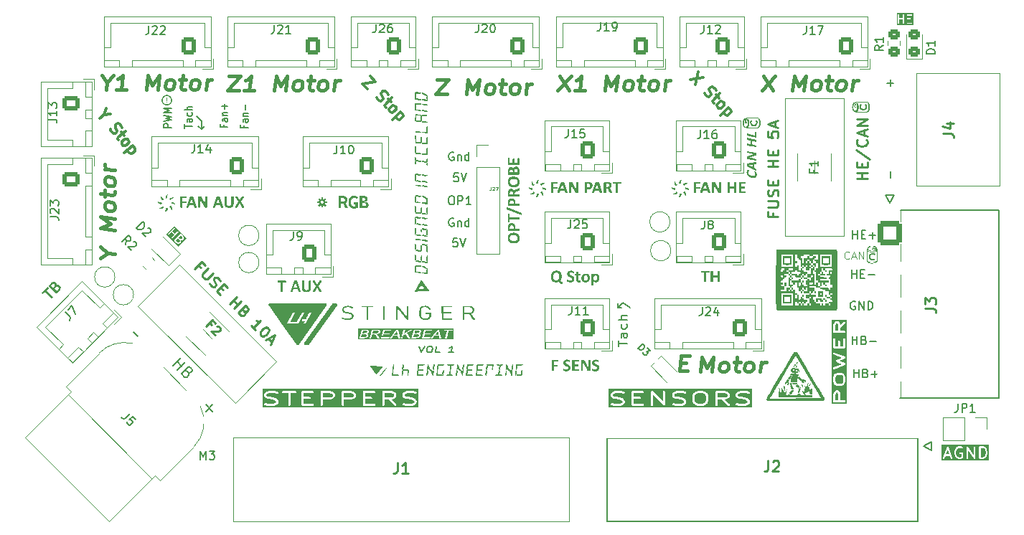
<source format=gbr>
%TF.GenerationSoftware,KiCad,Pcbnew,7.0.11*%
%TF.CreationDate,2024-03-06T00:08:59+00:00*%
%TF.ProjectId,LHS Breakbeat,4c485320-4272-4656-916b-626561742e6b,Vol 1*%
%TF.SameCoordinates,Original*%
%TF.FileFunction,Legend,Top*%
%TF.FilePolarity,Positive*%
%FSLAX46Y46*%
G04 Gerber Fmt 4.6, Leading zero omitted, Abs format (unit mm)*
G04 Created by KiCad (PCBNEW 7.0.11) date 2024-03-06 00:08:59*
%MOMM*%
%LPD*%
G01*
G04 APERTURE LIST*
G04 Aperture macros list*
%AMRoundRect*
0 Rectangle with rounded corners*
0 $1 Rounding radius*
0 $2 $3 $4 $5 $6 $7 $8 $9 X,Y pos of 4 corners*
0 Add a 4 corners polygon primitive as box body*
4,1,4,$2,$3,$4,$5,$6,$7,$8,$9,$2,$3,0*
0 Add four circle primitives for the rounded corners*
1,1,$1+$1,$2,$3*
1,1,$1+$1,$4,$5*
1,1,$1+$1,$6,$7*
1,1,$1+$1,$8,$9*
0 Add four rect primitives between the rounded corners*
20,1,$1+$1,$2,$3,$4,$5,0*
20,1,$1+$1,$4,$5,$6,$7,0*
20,1,$1+$1,$6,$7,$8,$9,0*
20,1,$1+$1,$8,$9,$2,$3,0*%
%AMHorizOval*
0 Thick line with rounded ends*
0 $1 width*
0 $2 $3 position (X,Y) of the first rounded end (center of the circle)*
0 $4 $5 position (X,Y) of the second rounded end (center of the circle)*
0 Add line between two ends*
20,1,$1,$2,$3,$4,$5,0*
0 Add two circle primitives to create the rounded ends*
1,1,$1,$2,$3*
1,1,$1,$4,$5*%
%AMRotRect*
0 Rectangle, with rotation*
0 The origin of the aperture is its center*
0 $1 length*
0 $2 width*
0 $3 Rotation angle, in degrees counterclockwise*
0 Add horizontal line*
21,1,$1,$2,0,0,$3*%
G04 Aperture macros list end*
%ADD10C,0.000000*%
%ADD11C,0.150000*%
%ADD12C,0.300000*%
%ADD13C,0.425000*%
%ADD14C,0.325000*%
%ADD15C,0.175000*%
%ADD16C,0.200000*%
%ADD17C,0.254000*%
%ADD18C,0.120000*%
%ADD19C,0.250000*%
%ADD20C,0.375000*%
%ADD21C,0.400000*%
%ADD22C,0.260000*%
%ADD23C,0.100000*%
%ADD24C,0.127000*%
%ADD25RoundRect,0.250000X0.600000X0.725000X-0.600000X0.725000X-0.600000X-0.725000X0.600000X-0.725000X0*%
%ADD26O,1.700000X1.950000*%
%ADD27R,1.700000X1.700000*%
%ADD28O,1.700000X1.700000*%
%ADD29RoundRect,0.250000X0.548008X0.088388X0.088388X0.548008X-0.548008X-0.088388X-0.088388X-0.548008X0*%
%ADD30C,2.000000*%
%ADD31RoundRect,0.250000X-0.750000X0.600000X-0.750000X-0.600000X0.750000X-0.600000X0.750000X0.600000X0*%
%ADD32O,2.000000X1.700000*%
%ADD33RoundRect,0.250000X0.600000X0.750000X-0.600000X0.750000X-0.600000X-0.750000X0.600000X-0.750000X0*%
%ADD34O,1.700000X2.000000*%
%ADD35C,3.000000*%
%ADD36RoundRect,0.250000X-0.725000X0.600000X-0.725000X-0.600000X0.725000X-0.600000X0.725000X0.600000X0*%
%ADD37O,1.950000X1.700000*%
%ADD38C,5.600000*%
%ADD39RoundRect,0.250000X-0.106066X0.954594X-0.954594X0.106066X0.106066X-0.954594X0.954594X-0.106066X0*%
%ADD40HorizOval,1.700000X-0.106066X0.106066X0.106066X-0.106066X0*%
%ADD41RoundRect,0.250000X0.450000X-0.325000X0.450000X0.325000X-0.450000X0.325000X-0.450000X-0.325000X0*%
%ADD42RoundRect,0.250000X0.450000X-0.350000X0.450000X0.350000X-0.450000X0.350000X-0.450000X-0.350000X0*%
%ADD43RoundRect,0.200000X-0.353553X0.070711X0.070711X-0.353553X0.353553X-0.070711X-0.070711X0.353553X0*%
%ADD44C,3.050000*%
%ADD45C,1.605000*%
%ADD46C,2.780000*%
%ADD47RoundRect,0.300000X1.100000X-1.100000X1.100000X1.100000X-1.100000X1.100000X-1.100000X-1.100000X0*%
%ADD48R,1.520000X1.520000*%
%ADD49C,1.520000*%
%ADD50RotRect,0.900000X2.000000X135.000000*%
%ADD51RoundRect,1.025000X1.449569X0.000000X0.000000X1.449569X-1.449569X0.000000X0.000000X-1.449569X0*%
%ADD52C,4.100000*%
%ADD53C,2.550000*%
%ADD54C,1.500000*%
%ADD55RoundRect,0.250000X0.565685X0.070711X0.070711X0.565685X-0.565685X-0.070711X-0.070711X-0.565685X0*%
G04 APERTURE END LIST*
D10*
G36*
X135624543Y-108301874D02*
G01*
X135649191Y-108302646D01*
X135673797Y-108304086D01*
X135698361Y-108306193D01*
X135722884Y-108308971D01*
X135747363Y-108312416D01*
X135771800Y-108316532D01*
X135796194Y-108321315D01*
X135820546Y-108326768D01*
X135844854Y-108332890D01*
X135869121Y-108339682D01*
X135869631Y-108339800D01*
X135869874Y-108339843D01*
X135870111Y-108339876D01*
X135870340Y-108339898D01*
X135870560Y-108339913D01*
X135870772Y-108339915D01*
X135870977Y-108339908D01*
X135871174Y-108339890D01*
X135871364Y-108339862D01*
X135871545Y-108339825D01*
X135871718Y-108339778D01*
X135871884Y-108339721D01*
X135872043Y-108339654D01*
X135872193Y-108339576D01*
X135872336Y-108339489D01*
X135872471Y-108339391D01*
X135872597Y-108339284D01*
X135872716Y-108339168D01*
X135872828Y-108339040D01*
X135872932Y-108338904D01*
X135873028Y-108338756D01*
X135873117Y-108338600D01*
X135873196Y-108338434D01*
X135873269Y-108338258D01*
X135873335Y-108338072D01*
X135873393Y-108337878D01*
X135873442Y-108337671D01*
X135873484Y-108337456D01*
X135873518Y-108337231D01*
X135873544Y-108336997D01*
X135873563Y-108336753D01*
X135873662Y-108335433D01*
X135873783Y-108334134D01*
X135873930Y-108332854D01*
X135874103Y-108331597D01*
X135874301Y-108330360D01*
X135874526Y-108329143D01*
X135874774Y-108327946D01*
X135875048Y-108326770D01*
X135875346Y-108325615D01*
X135875670Y-108324481D01*
X135876020Y-108323365D01*
X135876395Y-108322269D01*
X135876796Y-108321194D01*
X135877223Y-108320139D01*
X135877674Y-108319104D01*
X135878152Y-108318087D01*
X135879102Y-108316267D01*
X135880118Y-108314565D01*
X135880650Y-108313760D01*
X135881198Y-108312985D01*
X135881763Y-108312237D01*
X135882342Y-108311521D01*
X135882940Y-108310834D01*
X135883553Y-108310177D01*
X135884183Y-108309549D01*
X135884828Y-108308953D01*
X135885490Y-108308384D01*
X135886169Y-108307845D01*
X135886863Y-108307336D01*
X135887574Y-108306858D01*
X135888302Y-108306408D01*
X135889046Y-108305988D01*
X135889806Y-108305598D01*
X135890583Y-108305236D01*
X135891376Y-108304905D01*
X135892185Y-108304603D01*
X135893010Y-108304330D01*
X135893853Y-108304087D01*
X135894712Y-108303873D01*
X135895587Y-108303690D01*
X135896478Y-108303534D01*
X135897387Y-108303409D01*
X135898311Y-108303313D01*
X135899252Y-108303246D01*
X135901185Y-108303201D01*
X136202826Y-108308233D01*
X136204070Y-108308264D01*
X136205308Y-108308337D01*
X136206542Y-108308449D01*
X136207770Y-108308602D01*
X136208991Y-108308796D01*
X136210204Y-108309028D01*
X136211409Y-108309300D01*
X136212603Y-108309609D01*
X136213786Y-108309957D01*
X136214958Y-108310342D01*
X136216118Y-108310766D01*
X136217264Y-108311224D01*
X136218394Y-108311721D01*
X136219510Y-108312252D01*
X136220609Y-108312819D01*
X136221690Y-108313422D01*
X136223381Y-108314455D01*
X136225000Y-108315564D01*
X136226548Y-108316743D01*
X136228020Y-108317989D01*
X136229420Y-108319299D01*
X136230744Y-108320670D01*
X136231992Y-108322096D01*
X136233165Y-108323577D01*
X136234258Y-108325107D01*
X136235274Y-108326684D01*
X136236209Y-108328305D01*
X136237065Y-108329966D01*
X136237838Y-108331662D01*
X136238529Y-108333392D01*
X136239138Y-108335151D01*
X136239662Y-108336937D01*
X136240101Y-108338745D01*
X136240454Y-108340573D01*
X136240720Y-108342417D01*
X136240898Y-108344272D01*
X136240988Y-108346138D01*
X136240986Y-108348010D01*
X136240896Y-108349882D01*
X136240714Y-108351754D01*
X136240439Y-108353623D01*
X136240072Y-108355484D01*
X136239610Y-108357332D01*
X136239053Y-108359166D01*
X136238400Y-108360981D01*
X136237650Y-108362776D01*
X136236802Y-108364546D01*
X136235855Y-108366286D01*
X136235271Y-108367266D01*
X136234655Y-108368232D01*
X136234011Y-108369182D01*
X136233336Y-108370114D01*
X136232634Y-108371030D01*
X136231907Y-108371924D01*
X136231155Y-108372793D01*
X136230377Y-108373639D01*
X136211403Y-108392300D01*
X136201824Y-108400850D01*
X136192186Y-108408879D01*
X136182488Y-108416388D01*
X136172728Y-108423375D01*
X136162908Y-108429841D01*
X136153028Y-108435788D01*
X136143086Y-108441212D01*
X136133085Y-108446116D01*
X136123023Y-108450500D01*
X136112900Y-108454362D01*
X136102718Y-108457704D01*
X136092474Y-108460524D01*
X136082170Y-108462823D01*
X136071806Y-108464602D01*
X136061380Y-108465860D01*
X136050896Y-108466598D01*
X136040351Y-108466814D01*
X136029744Y-108466508D01*
X136019078Y-108465684D01*
X136008352Y-108464337D01*
X135997565Y-108462470D01*
X135986718Y-108460081D01*
X135975810Y-108457172D01*
X135964842Y-108453742D01*
X135953816Y-108449792D01*
X135942728Y-108445320D01*
X135931578Y-108440328D01*
X135920370Y-108434814D01*
X135909101Y-108428779D01*
X135897772Y-108422223D01*
X135897740Y-108422205D01*
X135897708Y-108422190D01*
X135897678Y-108422175D01*
X135897650Y-108422163D01*
X135897623Y-108422154D01*
X135897598Y-108422146D01*
X135897575Y-108422140D01*
X135897552Y-108422137D01*
X135897532Y-108422137D01*
X135897513Y-108422137D01*
X135897495Y-108422142D01*
X135897479Y-108422146D01*
X135897465Y-108422155D01*
X135897452Y-108422166D01*
X135897441Y-108422176D01*
X135897431Y-108422192D01*
X135897423Y-108422209D01*
X135897417Y-108422228D01*
X135897411Y-108422250D01*
X135897407Y-108422272D01*
X135897405Y-108422300D01*
X135897404Y-108422328D01*
X135897404Y-108422358D01*
X135897407Y-108422391D01*
X135897410Y-108422427D01*
X135897414Y-108422464D01*
X135897422Y-108422505D01*
X135897429Y-108422547D01*
X135897449Y-108422641D01*
X135897474Y-108422742D01*
X135898492Y-108483426D01*
X135897638Y-108544272D01*
X135894906Y-108605281D01*
X135890303Y-108666451D01*
X135883823Y-108727782D01*
X135875468Y-108789274D01*
X135865236Y-108850927D01*
X135853127Y-108912740D01*
X135852849Y-108914454D01*
X135852531Y-108916161D01*
X135852173Y-108917857D01*
X135851776Y-108919543D01*
X135851339Y-108921219D01*
X135850864Y-108922882D01*
X135850349Y-108924534D01*
X135849796Y-108926174D01*
X135849206Y-108927799D01*
X135848577Y-108929410D01*
X135847910Y-108931009D01*
X135847205Y-108932592D01*
X135846464Y-108934158D01*
X135845685Y-108935708D01*
X135844869Y-108937243D01*
X135844017Y-108938760D01*
X135842044Y-108941983D01*
X135839927Y-108945072D01*
X135837678Y-108948022D01*
X135835300Y-108950833D01*
X135832799Y-108953504D01*
X135830183Y-108956031D01*
X135827459Y-108958412D01*
X135824632Y-108960649D01*
X135821709Y-108962737D01*
X135818697Y-108964674D01*
X135815602Y-108966459D01*
X135812432Y-108968091D01*
X135809192Y-108969568D01*
X135805887Y-108970888D01*
X135802527Y-108972050D01*
X135799118Y-108973051D01*
X135795663Y-108973890D01*
X135792172Y-108974564D01*
X135788652Y-108975073D01*
X135785106Y-108975414D01*
X135781545Y-108975585D01*
X135777972Y-108975586D01*
X135774394Y-108975414D01*
X135770819Y-108975068D01*
X135767254Y-108974545D01*
X135763703Y-108973844D01*
X135760174Y-108972964D01*
X135756674Y-108971901D01*
X135753208Y-108970657D01*
X135749784Y-108969226D01*
X135746409Y-108967609D01*
X135743087Y-108965803D01*
X135740662Y-108964340D01*
X135738308Y-108962794D01*
X135736026Y-108961167D01*
X135733817Y-108959463D01*
X135731684Y-108957682D01*
X135729626Y-108955831D01*
X135727646Y-108953908D01*
X135725744Y-108951919D01*
X135723921Y-108949864D01*
X135722180Y-108947749D01*
X135720521Y-108945573D01*
X135718946Y-108943341D01*
X135717455Y-108941055D01*
X135716051Y-108938718D01*
X135714734Y-108936332D01*
X135713505Y-108933900D01*
X135712367Y-108931425D01*
X135711320Y-108928909D01*
X135710366Y-108926354D01*
X135709503Y-108923766D01*
X135708737Y-108921142D01*
X135708066Y-108918490D01*
X135707495Y-108915811D01*
X135707020Y-108913106D01*
X135706646Y-108910378D01*
X135706373Y-108907633D01*
X135706204Y-108904870D01*
X135706137Y-108902094D01*
X135706175Y-108899305D01*
X135706320Y-108896506D01*
X135706574Y-108893703D01*
X135706934Y-108890896D01*
X135746360Y-108478485D01*
X135746490Y-108476600D01*
X135746559Y-108474789D01*
X135746564Y-108473054D01*
X135746506Y-108471393D01*
X135746385Y-108469807D01*
X135746202Y-108468295D01*
X135745955Y-108466858D01*
X135745646Y-108465496D01*
X135745272Y-108464210D01*
X135744836Y-108462998D01*
X135744336Y-108461860D01*
X135743774Y-108460797D01*
X135743148Y-108459810D01*
X135742458Y-108458896D01*
X135741707Y-108458059D01*
X135740891Y-108457296D01*
X135740013Y-108456607D01*
X135739070Y-108455992D01*
X135738064Y-108455454D01*
X135736996Y-108454989D01*
X135735863Y-108454599D01*
X135734667Y-108454286D01*
X135733408Y-108454046D01*
X135732086Y-108453880D01*
X135730698Y-108453790D01*
X135729249Y-108453774D01*
X135727734Y-108453834D01*
X135726158Y-108453968D01*
X135724517Y-108454177D01*
X135722812Y-108454460D01*
X135721046Y-108454819D01*
X135719212Y-108455252D01*
X135701309Y-108459426D01*
X135683578Y-108462634D01*
X135666020Y-108464876D01*
X135648633Y-108466154D01*
X135631415Y-108466467D01*
X135614370Y-108465814D01*
X135597498Y-108464197D01*
X135580794Y-108461613D01*
X135564262Y-108458066D01*
X135547900Y-108453553D01*
X135531707Y-108448076D01*
X135515685Y-108441633D01*
X135499833Y-108434226D01*
X135484149Y-108425854D01*
X135468634Y-108416517D01*
X135453288Y-108406216D01*
X135451242Y-108404727D01*
X135449289Y-108403155D01*
X135447428Y-108401502D01*
X135445660Y-108399774D01*
X135443986Y-108397974D01*
X135442408Y-108396106D01*
X135440926Y-108394177D01*
X135439541Y-108392185D01*
X135438255Y-108390139D01*
X135437067Y-108388041D01*
X135435978Y-108385896D01*
X135434991Y-108383707D01*
X135434105Y-108381477D01*
X135433322Y-108379214D01*
X135432641Y-108376917D01*
X135432065Y-108374594D01*
X135431594Y-108372248D01*
X135431228Y-108369882D01*
X135430970Y-108367498D01*
X135430818Y-108365106D01*
X135430776Y-108362704D01*
X135430844Y-108360301D01*
X135431021Y-108357897D01*
X135431310Y-108355497D01*
X135431711Y-108353107D01*
X135432225Y-108350727D01*
X135432854Y-108348366D01*
X135433596Y-108346024D01*
X135434453Y-108343708D01*
X135435429Y-108341420D01*
X135436521Y-108339164D01*
X135437730Y-108336946D01*
X135439307Y-108334388D01*
X135441020Y-108331939D01*
X135442860Y-108329602D01*
X135444825Y-108327381D01*
X135446906Y-108325281D01*
X135449098Y-108323305D01*
X135451396Y-108321457D01*
X135453791Y-108319742D01*
X135456280Y-108318164D01*
X135458855Y-108316725D01*
X135461511Y-108315433D01*
X135464241Y-108314287D01*
X135467040Y-108313296D01*
X135469902Y-108312462D01*
X135472820Y-108311787D01*
X135475788Y-108311277D01*
X135500682Y-108308041D01*
X135525537Y-108305472D01*
X135550350Y-108303570D01*
X135575123Y-108302336D01*
X135599854Y-108301771D01*
X135624543Y-108301874D01*
G37*
G36*
X132372963Y-95486007D02*
G01*
X132376319Y-95486209D01*
X132379665Y-95486572D01*
X132382993Y-95487093D01*
X132386299Y-95487772D01*
X132389574Y-95488611D01*
X132392813Y-95489607D01*
X132396009Y-95490759D01*
X132399156Y-95492069D01*
X132402247Y-95493534D01*
X132405277Y-95495155D01*
X132408238Y-95496931D01*
X132411123Y-95498860D01*
X132413927Y-95500943D01*
X132416644Y-95503179D01*
X132419265Y-95505568D01*
X132421787Y-95508109D01*
X132424201Y-95510801D01*
X132426094Y-95513089D01*
X132427878Y-95515441D01*
X132429552Y-95517852D01*
X132431116Y-95520321D01*
X132432570Y-95522843D01*
X132433913Y-95525416D01*
X132435143Y-95528037D01*
X132436262Y-95530702D01*
X132437268Y-95533410D01*
X132438162Y-95536156D01*
X132438941Y-95538939D01*
X132439607Y-95541754D01*
X132440158Y-95544599D01*
X132440594Y-95547471D01*
X132440915Y-95550367D01*
X132441120Y-95553284D01*
X132444783Y-95676121D01*
X132447047Y-95799176D01*
X132447802Y-95922394D01*
X132446939Y-96045718D01*
X132446659Y-96053113D01*
X132446116Y-96060340D01*
X132445309Y-96067391D01*
X132444244Y-96074257D01*
X132442919Y-96080930D01*
X132441339Y-96087400D01*
X132439505Y-96093659D01*
X132437419Y-96099697D01*
X132435084Y-96105506D01*
X132432501Y-96111077D01*
X132429673Y-96116402D01*
X132426601Y-96121470D01*
X132423287Y-96126274D01*
X132419735Y-96130804D01*
X132415947Y-96135052D01*
X132411922Y-96139009D01*
X132407665Y-96142666D01*
X132403177Y-96146013D01*
X132398459Y-96149044D01*
X132393515Y-96151746D01*
X132388347Y-96154114D01*
X132382956Y-96156138D01*
X132377344Y-96157807D01*
X132371515Y-96159115D01*
X132365469Y-96160052D01*
X132359208Y-96160609D01*
X132352735Y-96160776D01*
X132346054Y-96160547D01*
X132339163Y-96159910D01*
X132332067Y-96158858D01*
X132324767Y-96157382D01*
X132317266Y-96155473D01*
X132308562Y-96116200D01*
X132300898Y-96077053D01*
X132294273Y-96038029D01*
X132288686Y-95999129D01*
X132284137Y-95960352D01*
X132280623Y-95921697D01*
X132278146Y-95883164D01*
X132276703Y-95844752D01*
X132276296Y-95806461D01*
X132276922Y-95768289D01*
X132278582Y-95730235D01*
X132281274Y-95692301D01*
X132284997Y-95654484D01*
X132289752Y-95616784D01*
X132295536Y-95579200D01*
X132302351Y-95541732D01*
X132302951Y-95538855D01*
X132303670Y-95536019D01*
X132304508Y-95533226D01*
X132305464Y-95530480D01*
X132306537Y-95527785D01*
X132307724Y-95525145D01*
X132309026Y-95522563D01*
X132310441Y-95520042D01*
X132311969Y-95517588D01*
X132313608Y-95515203D01*
X132315357Y-95512890D01*
X132317215Y-95510655D01*
X132319182Y-95508499D01*
X132321255Y-95506429D01*
X132323435Y-95504446D01*
X132325719Y-95502555D01*
X132328462Y-95500290D01*
X132331292Y-95498193D01*
X132334201Y-95496264D01*
X132337183Y-95494503D01*
X132340231Y-95492908D01*
X132343339Y-95491479D01*
X132346502Y-95490217D01*
X132349711Y-95489119D01*
X132352962Y-95488185D01*
X132356247Y-95487416D01*
X132359560Y-95486810D01*
X132362895Y-95486367D01*
X132366244Y-95486086D01*
X132369602Y-95485966D01*
X132372963Y-95486007D01*
G37*
G36*
X133070175Y-94307047D02*
G01*
X133073609Y-94307452D01*
X133077013Y-94308105D01*
X133080370Y-94309007D01*
X133083665Y-94310157D01*
X133086882Y-94311558D01*
X133090005Y-94313208D01*
X133091366Y-94314024D01*
X133092695Y-94314880D01*
X133093990Y-94315774D01*
X133095250Y-94316708D01*
X133096475Y-94317678D01*
X133097664Y-94318684D01*
X133098817Y-94319724D01*
X133099933Y-94320799D01*
X133101010Y-94321906D01*
X133102050Y-94323045D01*
X133103051Y-94324215D01*
X133104012Y-94325413D01*
X133104933Y-94326640D01*
X133105813Y-94327895D01*
X133106652Y-94329176D01*
X133107449Y-94330482D01*
X133108204Y-94331812D01*
X133108915Y-94333166D01*
X133109581Y-94334541D01*
X133110204Y-94335938D01*
X133110781Y-94337354D01*
X133111313Y-94338789D01*
X133111798Y-94340242D01*
X133112236Y-94341711D01*
X133112627Y-94343196D01*
X133112969Y-94344696D01*
X133113262Y-94346210D01*
X133113506Y-94347735D01*
X133113700Y-94349272D01*
X133113843Y-94350819D01*
X133113935Y-94352376D01*
X133113974Y-94353942D01*
X133114473Y-95022665D01*
X133114416Y-95024199D01*
X133114320Y-95025736D01*
X133114184Y-95027273D01*
X133114008Y-95028809D01*
X133113789Y-95030341D01*
X133113528Y-95031868D01*
X133113222Y-95033388D01*
X133112872Y-95034898D01*
X133112475Y-95036395D01*
X133112031Y-95037880D01*
X133111539Y-95039348D01*
X133110998Y-95040800D01*
X133110406Y-95042231D01*
X133109762Y-95043639D01*
X133109067Y-95045025D01*
X133108318Y-95046384D01*
X133107046Y-95048461D01*
X133105683Y-95050450D01*
X133104232Y-95052350D01*
X133102698Y-95054160D01*
X133101085Y-95055879D01*
X133099398Y-95057508D01*
X133097640Y-95059042D01*
X133095817Y-95060482D01*
X133093931Y-95061828D01*
X133091987Y-95063076D01*
X133089991Y-95064227D01*
X133087945Y-95065279D01*
X133085854Y-95066231D01*
X133083723Y-95067083D01*
X133081555Y-95067831D01*
X133079354Y-95068477D01*
X133077127Y-95069019D01*
X133074874Y-95069454D01*
X133072603Y-95069783D01*
X133070316Y-95070004D01*
X133068019Y-95070116D01*
X133065714Y-95070117D01*
X133063406Y-95070008D01*
X133061101Y-95069786D01*
X133058802Y-95069451D01*
X133056512Y-95069000D01*
X133054237Y-95068434D01*
X133051981Y-95067750D01*
X133049747Y-95066949D01*
X133047541Y-95066029D01*
X133045366Y-95064987D01*
X133043226Y-95063826D01*
X133042072Y-95063136D01*
X133040937Y-95062413D01*
X133039822Y-95061660D01*
X133038728Y-95060875D01*
X133037655Y-95060061D01*
X133036606Y-95059216D01*
X133035579Y-95058343D01*
X133034575Y-95057442D01*
X133033597Y-95056513D01*
X133032644Y-95055558D01*
X133031716Y-95054577D01*
X133030816Y-95053571D01*
X133029943Y-95052540D01*
X133029099Y-95051487D01*
X133028283Y-95050411D01*
X133027497Y-95049312D01*
X132959394Y-94946689D01*
X132958434Y-94945199D01*
X132957529Y-94943678D01*
X132956682Y-94942127D01*
X132955893Y-94940548D01*
X132955163Y-94938944D01*
X132954493Y-94937316D01*
X132953884Y-94935666D01*
X132953338Y-94933997D01*
X132952855Y-94932310D01*
X132952435Y-94930608D01*
X132952081Y-94928893D01*
X132951794Y-94927166D01*
X132951574Y-94925430D01*
X132951422Y-94923686D01*
X132951339Y-94921936D01*
X132951326Y-94920184D01*
X132950868Y-94406723D01*
X132950975Y-94403982D01*
X132951231Y-94401263D01*
X132951633Y-94398573D01*
X132952180Y-94395919D01*
X132952872Y-94393308D01*
X132953704Y-94390744D01*
X132954678Y-94388237D01*
X132955789Y-94385792D01*
X132957039Y-94383415D01*
X132958424Y-94381113D01*
X132959942Y-94378891D01*
X132961593Y-94376759D01*
X132963374Y-94374722D01*
X132965284Y-94372785D01*
X132967322Y-94370956D01*
X132969487Y-94369242D01*
X133037559Y-94316605D01*
X133040444Y-94314540D01*
X133043455Y-94312722D01*
X133046575Y-94311148D01*
X133049790Y-94309822D01*
X133053082Y-94308741D01*
X133056438Y-94307907D01*
X133059840Y-94307322D01*
X133063275Y-94306982D01*
X133066724Y-94306890D01*
X133070175Y-94307047D01*
G37*
G36*
X132328317Y-84287161D02*
G01*
X132311534Y-84446828D01*
X131694938Y-84382019D01*
X131711719Y-84222354D01*
X132328317Y-84287161D01*
G37*
G36*
X170639700Y-79449805D02*
G01*
X170643890Y-79450098D01*
X170648033Y-79450580D01*
X170652124Y-79451249D01*
X170656160Y-79452099D01*
X170660134Y-79453126D01*
X170664042Y-79454327D01*
X170667880Y-79455697D01*
X170671642Y-79457231D01*
X170675324Y-79458927D01*
X170678921Y-79460779D01*
X170682427Y-79462783D01*
X170685839Y-79464936D01*
X170689151Y-79467233D01*
X170692359Y-79469669D01*
X170695458Y-79472242D01*
X170698442Y-79474945D01*
X170701308Y-79477777D01*
X170704050Y-79480731D01*
X170706664Y-79483804D01*
X170709144Y-79486992D01*
X170711486Y-79490291D01*
X170713685Y-79493696D01*
X170715737Y-79497203D01*
X170717636Y-79500809D01*
X170719377Y-79504509D01*
X170720957Y-79508298D01*
X170722369Y-79512173D01*
X170723610Y-79516129D01*
X170724674Y-79520162D01*
X170725556Y-79524269D01*
X170726252Y-79528444D01*
X170757702Y-79748589D01*
X170757995Y-79750787D01*
X170758249Y-79752990D01*
X170758465Y-79755198D01*
X170758642Y-79757408D01*
X170758780Y-79759618D01*
X170758879Y-79761827D01*
X170758939Y-79764032D01*
X170758958Y-79766231D01*
X170758797Y-79772567D01*
X170758320Y-79778820D01*
X170757533Y-79784983D01*
X170756445Y-79791049D01*
X170755064Y-79797009D01*
X170753397Y-79802855D01*
X170751453Y-79808581D01*
X170749239Y-79814178D01*
X170746763Y-79819638D01*
X170744032Y-79824953D01*
X170741055Y-79830116D01*
X170737840Y-79835119D01*
X170734394Y-79839954D01*
X170730724Y-79844614D01*
X170726840Y-79849089D01*
X170722749Y-79853373D01*
X170718458Y-79857459D01*
X170713975Y-79861337D01*
X170709308Y-79865000D01*
X170704465Y-79868441D01*
X170699455Y-79871651D01*
X170694283Y-79874623D01*
X170688959Y-79877349D01*
X170683491Y-79879822D01*
X170677885Y-79882032D01*
X170672151Y-79883974D01*
X170666295Y-79885638D01*
X170660325Y-79887017D01*
X170654250Y-79888103D01*
X170648077Y-79888888D01*
X170641814Y-79889365D01*
X170635469Y-79889526D01*
X170635465Y-79889526D01*
X170629123Y-79889365D01*
X170622860Y-79888888D01*
X170616687Y-79888103D01*
X170610612Y-79887017D01*
X170604642Y-79885638D01*
X170598786Y-79883974D01*
X170593051Y-79882032D01*
X170587446Y-79879822D01*
X170581977Y-79877349D01*
X170576653Y-79874623D01*
X170571482Y-79871651D01*
X170566471Y-79868441D01*
X170561628Y-79865000D01*
X170556961Y-79861337D01*
X170552478Y-79857459D01*
X170548187Y-79853373D01*
X170544095Y-79849089D01*
X170540210Y-79844614D01*
X170536541Y-79839954D01*
X170533095Y-79835119D01*
X170529879Y-79830116D01*
X170526902Y-79824953D01*
X170524172Y-79819638D01*
X170521695Y-79814178D01*
X170519481Y-79808581D01*
X170517536Y-79802855D01*
X170515870Y-79797009D01*
X170514488Y-79791049D01*
X170513401Y-79784983D01*
X170512614Y-79778820D01*
X170512136Y-79772567D01*
X170511975Y-79766235D01*
X170569424Y-79766235D01*
X170569510Y-79769618D01*
X170569766Y-79772957D01*
X170570187Y-79776248D01*
X170570768Y-79779487D01*
X170571507Y-79782670D01*
X170572398Y-79785792D01*
X170573438Y-79788849D01*
X170574622Y-79791838D01*
X170575946Y-79794754D01*
X170577406Y-79797592D01*
X170578998Y-79800350D01*
X170580718Y-79803021D01*
X170582561Y-79805603D01*
X170584523Y-79808091D01*
X170586600Y-79810481D01*
X170588788Y-79812769D01*
X170591083Y-79814951D01*
X170593480Y-79817022D01*
X170595976Y-79818978D01*
X170598565Y-79820816D01*
X170601245Y-79822530D01*
X170604011Y-79824118D01*
X170606858Y-79825574D01*
X170609782Y-79826894D01*
X170612780Y-79828075D01*
X170615847Y-79829111D01*
X170618979Y-79830000D01*
X170622171Y-79830736D01*
X170625420Y-79831316D01*
X170628722Y-79831736D01*
X170632071Y-79831991D01*
X170635465Y-79832077D01*
X170638858Y-79831991D01*
X170642207Y-79831736D01*
X170645508Y-79831316D01*
X170648757Y-79830736D01*
X170651950Y-79830000D01*
X170655081Y-79829111D01*
X170658148Y-79828075D01*
X170661146Y-79826894D01*
X170664070Y-79825574D01*
X170666917Y-79824118D01*
X170669683Y-79822530D01*
X170672363Y-79820816D01*
X170674953Y-79818978D01*
X170677448Y-79817022D01*
X170679846Y-79814951D01*
X170682141Y-79812769D01*
X170684329Y-79810481D01*
X170686406Y-79808091D01*
X170688369Y-79805603D01*
X170690212Y-79803021D01*
X170691932Y-79800350D01*
X170693524Y-79797592D01*
X170694984Y-79794754D01*
X170696309Y-79791838D01*
X170697493Y-79788849D01*
X170698533Y-79785792D01*
X170699425Y-79782670D01*
X170700164Y-79779487D01*
X170700746Y-79776248D01*
X170701167Y-79772957D01*
X170701423Y-79769618D01*
X170701509Y-79766235D01*
X170701498Y-79765052D01*
X170701466Y-79763865D01*
X170701413Y-79762674D01*
X170701338Y-79761482D01*
X170701242Y-79760289D01*
X170701125Y-79759096D01*
X170700986Y-79757905D01*
X170700827Y-79756717D01*
X170669377Y-79536572D01*
X170669118Y-79535013D01*
X170668788Y-79533479D01*
X170668391Y-79531973D01*
X170667928Y-79530495D01*
X170667400Y-79529048D01*
X170666811Y-79527633D01*
X170666160Y-79526251D01*
X170665451Y-79524904D01*
X170664685Y-79523594D01*
X170663864Y-79522322D01*
X170662989Y-79521090D01*
X170662062Y-79519900D01*
X170661086Y-79518752D01*
X170660062Y-79517648D01*
X170658992Y-79516591D01*
X170657877Y-79515581D01*
X170656719Y-79514620D01*
X170655521Y-79513710D01*
X170654284Y-79512852D01*
X170653009Y-79512048D01*
X170651700Y-79511299D01*
X170650356Y-79510608D01*
X170648981Y-79509974D01*
X170647576Y-79509401D01*
X170646142Y-79508889D01*
X170644682Y-79508441D01*
X170643198Y-79508057D01*
X170641690Y-79507740D01*
X170640162Y-79507490D01*
X170638614Y-79507310D01*
X170637049Y-79507200D01*
X170635469Y-79507164D01*
X170633888Y-79507200D01*
X170632323Y-79507310D01*
X170630775Y-79507490D01*
X170629247Y-79507740D01*
X170627739Y-79508057D01*
X170626255Y-79508441D01*
X170624795Y-79508889D01*
X170623361Y-79509401D01*
X170621956Y-79509974D01*
X170620580Y-79510608D01*
X170619237Y-79511299D01*
X170617927Y-79512048D01*
X170616652Y-79512852D01*
X170615415Y-79513710D01*
X170614216Y-79514620D01*
X170613059Y-79515581D01*
X170611944Y-79516591D01*
X170610873Y-79517648D01*
X170609849Y-79518752D01*
X170608872Y-79519900D01*
X170607946Y-79521090D01*
X170607071Y-79522322D01*
X170606249Y-79523594D01*
X170605483Y-79524904D01*
X170604774Y-79526251D01*
X170604123Y-79527633D01*
X170603533Y-79529048D01*
X170603006Y-79530495D01*
X170602542Y-79531973D01*
X170602145Y-79533479D01*
X170601816Y-79535013D01*
X170601556Y-79536572D01*
X170570106Y-79756717D01*
X170569947Y-79757905D01*
X170569809Y-79759096D01*
X170569692Y-79760289D01*
X170569596Y-79761482D01*
X170569521Y-79762674D01*
X170569467Y-79763865D01*
X170569435Y-79765052D01*
X170569424Y-79766235D01*
X170511975Y-79766235D01*
X170511975Y-79766231D01*
X170511995Y-79764031D01*
X170512054Y-79761824D01*
X170512152Y-79759615D01*
X170512290Y-79757405D01*
X170512467Y-79755195D01*
X170512683Y-79752988D01*
X170512938Y-79750785D01*
X170513231Y-79748589D01*
X170544681Y-79528444D01*
X170545377Y-79524269D01*
X170546260Y-79520162D01*
X170547324Y-79516129D01*
X170548564Y-79512173D01*
X170549977Y-79508298D01*
X170551556Y-79504509D01*
X170553298Y-79500809D01*
X170555196Y-79497203D01*
X170557248Y-79493696D01*
X170559447Y-79490291D01*
X170561789Y-79486992D01*
X170564270Y-79483804D01*
X170566883Y-79480731D01*
X170569626Y-79477777D01*
X170572491Y-79474945D01*
X170575476Y-79472242D01*
X170578575Y-79469669D01*
X170581783Y-79467233D01*
X170585095Y-79464936D01*
X170588507Y-79462783D01*
X170592014Y-79460779D01*
X170595611Y-79458927D01*
X170599293Y-79457231D01*
X170603055Y-79455697D01*
X170606893Y-79454327D01*
X170610801Y-79453126D01*
X170614776Y-79452099D01*
X170618812Y-79451249D01*
X170622903Y-79450580D01*
X170627047Y-79450098D01*
X170631237Y-79449805D01*
X170635469Y-79449707D01*
X170639700Y-79449805D01*
G37*
G36*
X175727876Y-100104642D02*
G01*
X175885974Y-100105801D01*
X175995229Y-100107518D01*
X176026395Y-100108531D01*
X176039175Y-100109618D01*
X176042952Y-100122346D01*
X176046226Y-100155495D01*
X176051263Y-100271381D01*
X176054286Y-100433941D01*
X176055294Y-100619838D01*
X176054286Y-100805734D01*
X176051263Y-100968294D01*
X176046226Y-101084181D01*
X176042952Y-101117329D01*
X176039175Y-101130057D01*
X175988095Y-101133479D01*
X175871310Y-101135504D01*
X175529331Y-101135825D01*
X175190647Y-101131945D01*
X175077982Y-101128719D01*
X175032671Y-101124790D01*
X175029525Y-101110855D01*
X175026865Y-101077659D01*
X175022969Y-100964441D01*
X175022767Y-100935433D01*
X175222028Y-100935433D01*
X175519843Y-100937789D01*
X175610823Y-100938425D01*
X175648523Y-100938594D01*
X175681477Y-100938646D01*
X175710020Y-100938564D01*
X175734487Y-100938337D01*
X175755213Y-100937949D01*
X175772535Y-100937389D01*
X175780024Y-100937039D01*
X175786788Y-100936641D01*
X175792867Y-100936192D01*
X175798305Y-100935691D01*
X175803143Y-100935137D01*
X175807424Y-100934526D01*
X175811188Y-100933859D01*
X175814479Y-100933132D01*
X175817339Y-100932345D01*
X175819807Y-100931496D01*
X175821927Y-100930581D01*
X175823740Y-100929601D01*
X175825289Y-100928553D01*
X175826616Y-100927437D01*
X175827762Y-100926249D01*
X175828770Y-100924988D01*
X175831525Y-100914937D01*
X175833921Y-100893853D01*
X175837635Y-100824930D01*
X175839901Y-100730903D01*
X175840711Y-100624458D01*
X175840056Y-100518283D01*
X175837927Y-100425065D01*
X175834316Y-100357490D01*
X175831953Y-100337285D01*
X175829215Y-100328246D01*
X175821159Y-100326148D01*
X175802398Y-100324274D01*
X175738671Y-100321230D01*
X175649876Y-100319170D01*
X175547851Y-100318147D01*
X175444438Y-100318217D01*
X175351475Y-100319435D01*
X175280799Y-100321855D01*
X175257519Y-100323534D01*
X175244252Y-100325534D01*
X175222028Y-100331713D01*
X175222028Y-100935433D01*
X175022767Y-100935433D01*
X175020633Y-100627359D01*
X175025111Y-100288789D01*
X175029732Y-100173709D01*
X175032608Y-100139305D01*
X175035849Y-100123976D01*
X175049672Y-100104218D01*
X175537400Y-100104218D01*
X175727876Y-100104642D01*
G37*
G36*
X144326192Y-108311122D02*
G01*
X144327368Y-108311190D01*
X144328538Y-108311294D01*
X144329703Y-108311434D01*
X144330863Y-108311612D01*
X144332015Y-108311824D01*
X144333158Y-108312075D01*
X144334292Y-108312361D01*
X144335416Y-108312682D01*
X144336528Y-108313040D01*
X144337629Y-108313434D01*
X144338716Y-108313862D01*
X144339789Y-108314326D01*
X144340847Y-108314824D01*
X144341888Y-108315358D01*
X144342911Y-108315927D01*
X144344498Y-108316898D01*
X144346017Y-108317938D01*
X144347468Y-108319046D01*
X144348850Y-108320216D01*
X144350163Y-108321447D01*
X144351405Y-108322734D01*
X144352575Y-108324074D01*
X144353674Y-108325465D01*
X144354700Y-108326904D01*
X144355652Y-108328384D01*
X144356529Y-108329907D01*
X144357330Y-108331467D01*
X144358055Y-108333061D01*
X144358703Y-108334686D01*
X144359274Y-108336338D01*
X144359765Y-108338016D01*
X144360177Y-108339714D01*
X144360508Y-108341430D01*
X144360758Y-108343161D01*
X144360924Y-108344905D01*
X144361007Y-108346654D01*
X144361007Y-108348411D01*
X144360923Y-108350169D01*
X144360753Y-108351926D01*
X144360496Y-108353677D01*
X144360152Y-108355422D01*
X144359718Y-108357154D01*
X144359198Y-108358873D01*
X144358586Y-108360574D01*
X144357884Y-108362254D01*
X144357090Y-108363912D01*
X144356205Y-108365540D01*
X144355586Y-108366574D01*
X144354933Y-108367587D01*
X144354249Y-108368578D01*
X144353531Y-108369547D01*
X144352784Y-108370490D01*
X144352006Y-108371409D01*
X144351197Y-108372301D01*
X144350361Y-108373164D01*
X144337108Y-108385125D01*
X144322986Y-108396114D01*
X144308044Y-108406167D01*
X144292334Y-108415322D01*
X144275901Y-108423616D01*
X144258798Y-108431089D01*
X144241074Y-108437775D01*
X144222782Y-108443713D01*
X144184679Y-108453495D01*
X144144891Y-108460734D01*
X144103814Y-108465727D01*
X144061847Y-108468775D01*
X144019389Y-108470179D01*
X143976837Y-108470236D01*
X143893043Y-108467509D01*
X143741848Y-108459072D01*
X143737955Y-108458834D01*
X143734193Y-108458386D01*
X143730562Y-108457730D01*
X143727062Y-108456864D01*
X143723693Y-108455788D01*
X143720456Y-108454503D01*
X143717349Y-108453008D01*
X143714374Y-108451304D01*
X143711530Y-108449391D01*
X143708818Y-108447268D01*
X143706237Y-108444936D01*
X143703788Y-108442394D01*
X143701470Y-108439644D01*
X143699284Y-108436684D01*
X143697230Y-108433515D01*
X143695307Y-108430138D01*
X143632172Y-108313252D01*
X144325013Y-108311094D01*
X144326192Y-108311122D01*
G37*
G36*
X141365300Y-109515245D02*
G01*
X141367650Y-109515514D01*
X141369974Y-109515916D01*
X141372264Y-109516447D01*
X141374516Y-109517106D01*
X141376722Y-109517890D01*
X141378882Y-109518797D01*
X141380986Y-109519824D01*
X141383032Y-109520969D01*
X141385013Y-109522229D01*
X141386924Y-109523602D01*
X141388761Y-109525086D01*
X141390518Y-109526678D01*
X141392188Y-109528376D01*
X141393768Y-109530178D01*
X141457970Y-109607114D01*
X141460001Y-109609694D01*
X141461806Y-109612397D01*
X141463382Y-109615210D01*
X141464726Y-109618114D01*
X141465839Y-109621099D01*
X141466721Y-109624148D01*
X141467367Y-109627249D01*
X141467778Y-109630386D01*
X141467951Y-109633543D01*
X141467886Y-109636709D01*
X141467580Y-109639867D01*
X141467033Y-109643004D01*
X141466242Y-109646105D01*
X141465208Y-109649155D01*
X141463928Y-109652141D01*
X141462400Y-109655047D01*
X141461678Y-109656250D01*
X141460918Y-109657424D01*
X141460122Y-109658567D01*
X141459292Y-109659678D01*
X141458427Y-109660759D01*
X141457528Y-109661807D01*
X141456598Y-109662822D01*
X141455636Y-109663805D01*
X141454644Y-109664752D01*
X141453623Y-109665666D01*
X141452574Y-109666544D01*
X141451498Y-109667386D01*
X141450396Y-109668192D01*
X141449270Y-109668962D01*
X141448118Y-109669694D01*
X141446943Y-109670389D01*
X141445746Y-109671046D01*
X141444528Y-109671662D01*
X141443290Y-109672238D01*
X141442034Y-109672776D01*
X141440759Y-109673272D01*
X141439467Y-109673726D01*
X141438159Y-109674139D01*
X141436836Y-109674509D01*
X141435498Y-109674836D01*
X141434150Y-109675120D01*
X141432788Y-109675358D01*
X141431415Y-109675553D01*
X141430031Y-109675702D01*
X141428640Y-109675805D01*
X141427241Y-109675861D01*
X141425835Y-109675870D01*
X141121295Y-109674662D01*
X141119963Y-109674629D01*
X141118634Y-109674552D01*
X141117311Y-109674432D01*
X141115994Y-109674269D01*
X141114683Y-109674061D01*
X141113380Y-109673812D01*
X141112088Y-109673520D01*
X141110805Y-109673186D01*
X141109533Y-109672812D01*
X141108273Y-109672397D01*
X141107025Y-109671941D01*
X141105791Y-109671445D01*
X141104572Y-109670910D01*
X141103368Y-109670336D01*
X141102182Y-109669723D01*
X141101014Y-109669073D01*
X141099195Y-109667960D01*
X141097454Y-109666766D01*
X141095789Y-109665499D01*
X141094204Y-109664156D01*
X141092697Y-109662746D01*
X141091272Y-109661270D01*
X141089928Y-109659734D01*
X141088668Y-109658138D01*
X141087490Y-109656490D01*
X141086398Y-109654790D01*
X141085391Y-109653044D01*
X141084470Y-109651256D01*
X141083637Y-109649429D01*
X141082892Y-109647564D01*
X141082238Y-109645669D01*
X141081672Y-109643746D01*
X141081201Y-109641797D01*
X141080819Y-109639828D01*
X141080532Y-109637842D01*
X141080340Y-109635841D01*
X141080243Y-109633832D01*
X141080242Y-109631816D01*
X141080339Y-109629798D01*
X141080534Y-109627782D01*
X141080829Y-109625770D01*
X141081225Y-109623768D01*
X141081720Y-109621777D01*
X141082319Y-109619803D01*
X141083021Y-109617848D01*
X141083828Y-109615918D01*
X141084740Y-109614014D01*
X141085758Y-109612141D01*
X141086370Y-109611116D01*
X141087011Y-109610111D01*
X141087681Y-109609124D01*
X141088377Y-109608158D01*
X141089102Y-109607214D01*
X141089850Y-109606291D01*
X141090628Y-109605389D01*
X141091428Y-109604510D01*
X141092255Y-109603655D01*
X141093105Y-109602822D01*
X141093977Y-109602014D01*
X141094872Y-109601231D01*
X141095790Y-109600472D01*
X141096730Y-109599739D01*
X141097690Y-109599034D01*
X141098670Y-109598353D01*
X141208577Y-109527064D01*
X141209768Y-109526334D01*
X141210978Y-109525646D01*
X141212208Y-109525002D01*
X141213458Y-109524398D01*
X141214722Y-109523839D01*
X141216005Y-109523322D01*
X141217302Y-109522848D01*
X141218615Y-109522417D01*
X141219940Y-109522031D01*
X141221277Y-109521689D01*
X141222626Y-109521391D01*
X141223985Y-109521139D01*
X141225353Y-109520933D01*
X141226730Y-109520770D01*
X141228114Y-109520654D01*
X141229504Y-109520585D01*
X141360533Y-109515113D01*
X141362926Y-109515110D01*
X141365300Y-109515245D01*
G37*
G36*
X141702294Y-108392919D02*
G01*
X141647630Y-108960652D01*
X141494732Y-108945931D01*
X141549398Y-108378195D01*
X141702294Y-108392919D01*
G37*
G36*
X133455136Y-108918408D02*
G01*
X133465866Y-108919328D01*
X133476216Y-108920953D01*
X133486129Y-108923247D01*
X133495544Y-108926181D01*
X133504404Y-108929722D01*
X133512649Y-108933836D01*
X133520222Y-108938491D01*
X133527062Y-108943654D01*
X133533114Y-108949294D01*
X133535825Y-108952282D01*
X133538316Y-108955378D01*
X133540579Y-108958575D01*
X133542610Y-108961873D01*
X133544399Y-108965264D01*
X133545937Y-108968745D01*
X133547221Y-108972313D01*
X133548241Y-108975964D01*
X133548990Y-108979694D01*
X133549460Y-108983497D01*
X133549644Y-108987325D01*
X133549541Y-108991128D01*
X133549157Y-108994896D01*
X133548499Y-108998630D01*
X133547575Y-109002324D01*
X133546391Y-109005970D01*
X133544951Y-109009565D01*
X133543264Y-109013101D01*
X133541336Y-109016574D01*
X133539173Y-109019981D01*
X133536782Y-109023313D01*
X133534171Y-109026568D01*
X133531344Y-109029739D01*
X133528309Y-109032821D01*
X133525072Y-109035809D01*
X133521638Y-109038696D01*
X133518018Y-109041480D01*
X133514214Y-109044154D01*
X133510235Y-109046712D01*
X133506086Y-109049150D01*
X133501776Y-109051464D01*
X133497307Y-109053644D01*
X133492691Y-109055690D01*
X133487930Y-109057594D01*
X133483034Y-109059352D01*
X133478008Y-109060957D01*
X133472857Y-109062404D01*
X133467590Y-109063690D01*
X133462213Y-109064808D01*
X133456732Y-109065754D01*
X133451153Y-109066520D01*
X133445483Y-109067102D01*
X133434169Y-109067688D01*
X133423118Y-109067503D01*
X133412388Y-109066583D01*
X133402037Y-109064958D01*
X133392125Y-109062662D01*
X133382710Y-109059728D01*
X133373850Y-109056187D01*
X133365605Y-109052074D01*
X133358032Y-109047419D01*
X133351190Y-109042255D01*
X133345140Y-109036615D01*
X133342429Y-109033627D01*
X133339938Y-109030531D01*
X133337674Y-109027334D01*
X133335643Y-109024037D01*
X133333855Y-109020647D01*
X133332317Y-109017164D01*
X133331033Y-109013597D01*
X133330013Y-109009945D01*
X133329264Y-109006217D01*
X133328794Y-109002413D01*
X133328610Y-108998585D01*
X133328713Y-108994783D01*
X133329096Y-108991014D01*
X133329754Y-108987279D01*
X133330679Y-108983586D01*
X133331863Y-108979940D01*
X133333302Y-108976346D01*
X133334990Y-108972810D01*
X133336918Y-108969336D01*
X133339080Y-108965929D01*
X133341470Y-108962596D01*
X133344082Y-108959342D01*
X133346909Y-108956170D01*
X133349945Y-108953089D01*
X133353182Y-108950102D01*
X133356614Y-108947214D01*
X133360236Y-108944430D01*
X133364040Y-108941756D01*
X133368019Y-108939198D01*
X133372168Y-108936759D01*
X133376478Y-108934447D01*
X133380946Y-108932265D01*
X133385563Y-108930220D01*
X133390324Y-108928316D01*
X133395220Y-108926559D01*
X133400246Y-108924954D01*
X133405397Y-108923505D01*
X133410664Y-108922220D01*
X133416041Y-108921102D01*
X133421522Y-108920156D01*
X133427101Y-108919390D01*
X133432771Y-108918807D01*
X133444085Y-108918222D01*
X133455136Y-108918408D01*
G37*
G36*
X131654859Y-88326749D02*
G01*
X131655307Y-88326773D01*
X131655755Y-88326815D01*
X131656203Y-88326875D01*
X132325445Y-88410317D01*
X132325728Y-88410330D01*
X132326020Y-88410357D01*
X132326320Y-88410397D01*
X132326626Y-88410451D01*
X132326939Y-88410517D01*
X132327256Y-88410595D01*
X132327578Y-88410686D01*
X132327904Y-88410788D01*
X132328231Y-88410900D01*
X132328561Y-88411024D01*
X132328891Y-88411158D01*
X132329220Y-88411302D01*
X132329550Y-88411455D01*
X132329876Y-88411617D01*
X132330201Y-88411789D01*
X132330522Y-88411968D01*
X132330887Y-88412188D01*
X132331241Y-88412420D01*
X132331583Y-88412663D01*
X132331914Y-88412917D01*
X132332233Y-88413182D01*
X132332539Y-88413457D01*
X132332835Y-88413743D01*
X132333118Y-88414038D01*
X132333389Y-88414343D01*
X132333647Y-88414656D01*
X132333894Y-88414979D01*
X132334128Y-88415310D01*
X132334349Y-88415650D01*
X132334558Y-88415997D01*
X132334755Y-88416352D01*
X132334939Y-88416714D01*
X132335109Y-88417083D01*
X132335267Y-88417459D01*
X132335411Y-88417840D01*
X132335544Y-88418228D01*
X132335662Y-88418622D01*
X132335767Y-88419021D01*
X132335859Y-88419425D01*
X132335937Y-88419835D01*
X132336002Y-88420248D01*
X132336053Y-88420665D01*
X132336090Y-88421086D01*
X132336113Y-88421511D01*
X132336123Y-88421939D01*
X132336118Y-88422369D01*
X132336100Y-88422803D01*
X132336067Y-88423238D01*
X132335242Y-88427281D01*
X132335140Y-88427450D01*
X132333972Y-88435109D01*
X132332341Y-88442614D01*
X132330260Y-88449954D01*
X132327742Y-88457124D01*
X132324800Y-88464114D01*
X132321450Y-88470916D01*
X132317701Y-88477523D01*
X132313568Y-88483925D01*
X132309066Y-88490114D01*
X132304205Y-88496083D01*
X132299000Y-88501822D01*
X132293463Y-88507325D01*
X132287609Y-88512582D01*
X132281449Y-88517586D01*
X132274998Y-88522328D01*
X132268269Y-88526800D01*
X132261273Y-88530994D01*
X132254025Y-88534901D01*
X132246538Y-88538513D01*
X132238825Y-88541823D01*
X132230899Y-88544821D01*
X132222773Y-88547501D01*
X132214460Y-88549852D01*
X132205975Y-88551868D01*
X132197329Y-88553541D01*
X132188536Y-88554861D01*
X132179609Y-88555820D01*
X132170561Y-88556412D01*
X132161405Y-88556625D01*
X132152156Y-88556455D01*
X132142825Y-88555890D01*
X132133425Y-88554925D01*
X131807233Y-88514296D01*
X131797890Y-88512927D01*
X131788711Y-88511185D01*
X131779708Y-88509082D01*
X131770891Y-88506629D01*
X131762270Y-88503837D01*
X131753857Y-88500718D01*
X131745660Y-88497282D01*
X131737693Y-88493540D01*
X131729964Y-88489505D01*
X131722486Y-88485186D01*
X131715267Y-88480596D01*
X131708320Y-88475745D01*
X131701655Y-88470645D01*
X131695282Y-88465306D01*
X131689212Y-88459742D01*
X131683456Y-88453960D01*
X131678023Y-88447974D01*
X131672927Y-88441796D01*
X131668176Y-88435434D01*
X131663780Y-88428901D01*
X131659753Y-88422209D01*
X131656102Y-88415368D01*
X131652840Y-88408389D01*
X131649977Y-88401285D01*
X131647523Y-88394065D01*
X131645490Y-88386741D01*
X131643887Y-88379325D01*
X131642726Y-88371826D01*
X131642018Y-88364258D01*
X131641772Y-88356630D01*
X131642000Y-88348954D01*
X131642712Y-88341242D01*
X131642723Y-88341221D01*
X131642732Y-88341200D01*
X131642739Y-88341179D01*
X131642744Y-88341159D01*
X131642750Y-88341141D01*
X131642753Y-88341123D01*
X131642757Y-88341105D01*
X131642759Y-88341088D01*
X131642763Y-88341057D01*
X131642768Y-88341028D01*
X131642770Y-88341015D01*
X131642774Y-88341003D01*
X131642779Y-88340991D01*
X131642783Y-88340980D01*
X131642722Y-88337172D01*
X131642761Y-88336869D01*
X131642806Y-88336569D01*
X131642859Y-88336271D01*
X131642919Y-88335975D01*
X131642986Y-88335681D01*
X131643062Y-88335390D01*
X131643145Y-88335102D01*
X131643235Y-88334815D01*
X131643333Y-88334532D01*
X131643437Y-88334250D01*
X131643551Y-88333972D01*
X131643670Y-88333696D01*
X131643798Y-88333421D01*
X131643934Y-88333150D01*
X131644077Y-88332881D01*
X131644228Y-88332615D01*
X131644461Y-88332228D01*
X131644707Y-88331853D01*
X131644966Y-88331490D01*
X131645238Y-88331138D01*
X131645523Y-88330798D01*
X131645819Y-88330470D01*
X131646126Y-88330154D01*
X131646443Y-88329852D01*
X131646772Y-88329561D01*
X131647110Y-88329284D01*
X131647459Y-88329020D01*
X131647816Y-88328769D01*
X131648181Y-88328532D01*
X131648555Y-88328309D01*
X131648937Y-88328100D01*
X131649326Y-88327904D01*
X131649722Y-88327723D01*
X131650125Y-88327557D01*
X131650534Y-88327406D01*
X131650948Y-88327269D01*
X131651367Y-88327148D01*
X131651792Y-88327042D01*
X131652220Y-88326952D01*
X131652653Y-88326877D01*
X131653089Y-88326819D01*
X131653528Y-88326777D01*
X131653970Y-88326750D01*
X131654414Y-88326741D01*
X131654859Y-88326749D01*
G37*
G36*
X128994682Y-109031993D02*
G01*
X128997986Y-109032238D01*
X129001243Y-109032635D01*
X129004454Y-109033187D01*
X129007616Y-109033892D01*
X129010732Y-109034753D01*
X129013799Y-109035766D01*
X129016819Y-109036933D01*
X129019793Y-109038254D01*
X129022718Y-109039729D01*
X129025596Y-109041360D01*
X129028427Y-109043142D01*
X129031210Y-109045080D01*
X129033946Y-109047172D01*
X129036635Y-109049417D01*
X129041869Y-109054369D01*
X129046914Y-109059938D01*
X129051768Y-109066124D01*
X129056434Y-109072927D01*
X129058333Y-109076006D01*
X129060124Y-109079198D01*
X129061806Y-109082506D01*
X129063379Y-109085923D01*
X129064843Y-109089456D01*
X129066198Y-109093103D01*
X129067445Y-109096862D01*
X129068581Y-109100736D01*
X129069608Y-109104725D01*
X129070526Y-109108826D01*
X129071334Y-109113043D01*
X129072034Y-109117374D01*
X129072622Y-109121820D01*
X129073100Y-109126381D01*
X129073470Y-109131056D01*
X129073728Y-109135847D01*
X129074365Y-109163326D01*
X129074365Y-109190701D01*
X129073732Y-109217975D01*
X129072462Y-109245145D01*
X129070559Y-109272214D01*
X129068021Y-109299179D01*
X129064849Y-109326043D01*
X129061044Y-109352803D01*
X129056604Y-109379462D01*
X129051532Y-109406017D01*
X129045826Y-109432471D01*
X129039485Y-109458822D01*
X129032513Y-109485071D01*
X129024907Y-109511218D01*
X129016670Y-109537262D01*
X129007800Y-109563204D01*
X129007752Y-109563380D01*
X129007710Y-109563560D01*
X129007673Y-109563739D01*
X129007642Y-109563922D01*
X129007615Y-109564104D01*
X129007595Y-109564288D01*
X129007579Y-109564472D01*
X129007570Y-109564658D01*
X129007565Y-109564844D01*
X129007565Y-109565030D01*
X129007572Y-109565218D01*
X129007583Y-109565405D01*
X129007598Y-109565592D01*
X129007620Y-109565780D01*
X129007646Y-109565968D01*
X129007678Y-109566155D01*
X129007742Y-109566488D01*
X129007822Y-109566814D01*
X129007914Y-109567132D01*
X129008021Y-109567441D01*
X129008140Y-109567744D01*
X129008270Y-109568038D01*
X129008414Y-109568323D01*
X129008570Y-109568598D01*
X129008736Y-109568866D01*
X129008914Y-109569121D01*
X129009102Y-109569368D01*
X129009300Y-109569605D01*
X129009506Y-109569829D01*
X129009722Y-109570043D01*
X129009947Y-109570247D01*
X129010180Y-109570436D01*
X129010421Y-109570616D01*
X129010667Y-109570782D01*
X129010921Y-109570936D01*
X129011182Y-109571076D01*
X129011448Y-109571203D01*
X129011719Y-109571316D01*
X129011995Y-109571414D01*
X129012276Y-109571500D01*
X129012562Y-109571569D01*
X129012850Y-109571623D01*
X129013141Y-109571663D01*
X129013435Y-109571686D01*
X129013732Y-109571693D01*
X129014030Y-109571683D01*
X129014328Y-109571657D01*
X129014629Y-109571614D01*
X129014826Y-109571582D01*
X129015023Y-109571542D01*
X129015218Y-109571494D01*
X129015413Y-109571438D01*
X129015605Y-109571374D01*
X129015797Y-109571303D01*
X129015984Y-109571222D01*
X129016171Y-109571136D01*
X129016354Y-109571042D01*
X129016532Y-109570942D01*
X129016709Y-109570834D01*
X129016880Y-109570718D01*
X129017046Y-109570595D01*
X129017208Y-109570465D01*
X129017366Y-109570330D01*
X129017518Y-109570187D01*
X129067096Y-109530754D01*
X129067718Y-109530283D01*
X129068359Y-109529837D01*
X129069014Y-109529416D01*
X129069686Y-109529021D01*
X129070370Y-109528652D01*
X129071069Y-109528309D01*
X129071779Y-109527994D01*
X129072500Y-109527703D01*
X129073232Y-109527440D01*
X129073973Y-109527204D01*
X129074722Y-109526995D01*
X129075480Y-109526815D01*
X129076243Y-109526663D01*
X129077011Y-109526538D01*
X129077784Y-109526442D01*
X129078562Y-109526375D01*
X129136765Y-109522988D01*
X129194903Y-109520507D01*
X129252972Y-109518930D01*
X129310973Y-109518256D01*
X129368903Y-109518485D01*
X129426761Y-109519619D01*
X129484546Y-109521655D01*
X129542254Y-109524595D01*
X129547334Y-109525003D01*
X129552361Y-109525610D01*
X129562250Y-109527392D01*
X129571924Y-109529880D01*
X129581381Y-109533017D01*
X129590622Y-109536742D01*
X129599650Y-109540996D01*
X129608464Y-109545721D01*
X129617064Y-109550858D01*
X129625454Y-109556348D01*
X129633632Y-109562134D01*
X129641602Y-109568153D01*
X129649358Y-109574348D01*
X129664252Y-109587032D01*
X129678316Y-109599713D01*
X129679693Y-109601044D01*
X129681002Y-109602422D01*
X129682243Y-109603848D01*
X129683414Y-109605317D01*
X129684515Y-109606828D01*
X129685546Y-109608376D01*
X129686506Y-109609962D01*
X129687396Y-109611581D01*
X129688214Y-109613231D01*
X129688962Y-109614911D01*
X129689636Y-109616616D01*
X129690239Y-109618344D01*
X129690768Y-109620096D01*
X129691225Y-109621865D01*
X129691608Y-109623650D01*
X129691918Y-109625449D01*
X129692153Y-109627260D01*
X129692314Y-109629080D01*
X129692400Y-109630906D01*
X129692410Y-109632736D01*
X129692344Y-109634567D01*
X129692203Y-109636397D01*
X129691985Y-109638223D01*
X129691690Y-109640044D01*
X129691318Y-109641854D01*
X129690869Y-109643656D01*
X129690341Y-109645442D01*
X129689735Y-109647214D01*
X129689050Y-109648966D01*
X129688286Y-109650697D01*
X129687444Y-109652405D01*
X129686521Y-109654086D01*
X129685771Y-109655338D01*
X129684983Y-109656558D01*
X129684157Y-109657747D01*
X129683294Y-109658905D01*
X129682399Y-109660031D01*
X129681468Y-109661123D01*
X129680506Y-109662182D01*
X129679510Y-109663206D01*
X129678484Y-109664196D01*
X129677428Y-109665150D01*
X129676343Y-109666069D01*
X129675230Y-109666951D01*
X129674090Y-109667797D01*
X129672924Y-109668605D01*
X129671734Y-109669374D01*
X129670519Y-109670106D01*
X129669282Y-109670797D01*
X129668022Y-109671450D01*
X129666743Y-109672061D01*
X129665443Y-109672632D01*
X129664123Y-109673161D01*
X129662788Y-109673650D01*
X129661434Y-109674094D01*
X129660064Y-109674496D01*
X129658680Y-109674853D01*
X129657282Y-109675166D01*
X129655871Y-109675435D01*
X129654448Y-109675660D01*
X129653015Y-109675836D01*
X129651571Y-109675968D01*
X129650119Y-109676051D01*
X129648659Y-109676087D01*
X128948976Y-109672234D01*
X128946509Y-109672186D01*
X128944049Y-109672056D01*
X128941597Y-109671847D01*
X128939155Y-109671558D01*
X128936726Y-109671192D01*
X128934312Y-109670746D01*
X128931916Y-109670222D01*
X128929536Y-109669620D01*
X128927176Y-109668942D01*
X128924839Y-109668187D01*
X128922526Y-109667357D01*
X128920238Y-109666451D01*
X128917980Y-109665470D01*
X128915750Y-109664416D01*
X128913553Y-109663286D01*
X128911390Y-109662085D01*
X128909010Y-109660651D01*
X128906696Y-109659140D01*
X128904450Y-109657554D01*
X128902272Y-109655893D01*
X128900164Y-109654162D01*
X128898125Y-109652362D01*
X128896159Y-109650493D01*
X128894267Y-109648561D01*
X128892449Y-109646568D01*
X128890706Y-109644515D01*
X128889040Y-109642405D01*
X128887452Y-109640240D01*
X128885944Y-109638023D01*
X128884516Y-109635755D01*
X128883169Y-109633440D01*
X128881906Y-109631078D01*
X128880726Y-109628675D01*
X128879632Y-109626230D01*
X128878625Y-109623748D01*
X128877704Y-109621229D01*
X128876874Y-109618675D01*
X128876132Y-109616093D01*
X128875483Y-109613479D01*
X128874926Y-109610839D01*
X128874463Y-109608175D01*
X128874095Y-109605490D01*
X128873822Y-109602784D01*
X128873648Y-109600061D01*
X128873573Y-109597325D01*
X128873597Y-109594574D01*
X128873722Y-109591814D01*
X128873948Y-109589045D01*
X128927845Y-109077745D01*
X128928355Y-109074372D01*
X128929091Y-109071072D01*
X128930046Y-109067856D01*
X128931214Y-109064732D01*
X128932585Y-109061712D01*
X128934154Y-109058803D01*
X128935910Y-109056017D01*
X128937850Y-109053361D01*
X128939965Y-109050847D01*
X128942246Y-109048483D01*
X128944688Y-109046280D01*
X128947282Y-109044247D01*
X128950022Y-109042393D01*
X128952899Y-109040730D01*
X128955907Y-109039264D01*
X128959037Y-109038007D01*
X128966544Y-109035575D01*
X128973862Y-109033757D01*
X128980992Y-109032554D01*
X128984485Y-109032182D01*
X128987932Y-109031966D01*
X128991330Y-109031903D01*
X128994682Y-109031993D01*
G37*
G36*
X142317722Y-109026000D02*
G01*
X142318190Y-109026032D01*
X142318659Y-109026082D01*
X142335854Y-109028444D01*
X142342512Y-109029581D01*
X142349026Y-109031179D01*
X142355388Y-109033226D01*
X142361590Y-109035709D01*
X142367625Y-109038614D01*
X142373488Y-109041929D01*
X142379171Y-109045640D01*
X142384666Y-109049735D01*
X142389969Y-109054200D01*
X142395069Y-109059023D01*
X142399962Y-109064190D01*
X142404641Y-109069690D01*
X142409098Y-109075507D01*
X142413327Y-109081630D01*
X142417320Y-109088045D01*
X142421073Y-109094740D01*
X142424574Y-109101701D01*
X142427822Y-109108915D01*
X142430804Y-109116370D01*
X142433518Y-109124053D01*
X142435954Y-109131950D01*
X142438108Y-109140048D01*
X142439970Y-109148334D01*
X142441535Y-109156796D01*
X142442798Y-109165421D01*
X142443747Y-109174195D01*
X142444379Y-109183104D01*
X142444685Y-109192138D01*
X142444660Y-109201282D01*
X142444296Y-109210523D01*
X142443586Y-109219848D01*
X142442524Y-109229245D01*
X142442523Y-109229269D01*
X142442520Y-109229292D01*
X142442518Y-109229312D01*
X142442514Y-109229333D01*
X142442508Y-109229369D01*
X142442501Y-109229405D01*
X142442495Y-109229438D01*
X142442488Y-109229476D01*
X142442486Y-109229496D01*
X142442483Y-109229516D01*
X142442481Y-109229539D01*
X142442480Y-109229563D01*
X142408322Y-109487578D01*
X142408310Y-109487778D01*
X142408296Y-109487980D01*
X142405156Y-109506554D01*
X142400764Y-109524440D01*
X142395201Y-109541551D01*
X142388550Y-109557802D01*
X142380891Y-109573104D01*
X142372301Y-109587374D01*
X142362866Y-109600526D01*
X142352662Y-109612471D01*
X142341772Y-109623125D01*
X142336094Y-109627940D01*
X142330275Y-109632402D01*
X142324324Y-109636496D01*
X142318252Y-109640214D01*
X142312070Y-109643544D01*
X142305785Y-109646477D01*
X142299410Y-109649000D01*
X142292952Y-109651104D01*
X142286426Y-109652776D01*
X142279836Y-109654008D01*
X142273197Y-109654787D01*
X142266518Y-109655104D01*
X142259806Y-109654948D01*
X142253074Y-109654306D01*
X142253049Y-109654314D01*
X142253037Y-109654316D01*
X142253028Y-109654319D01*
X142253020Y-109654320D01*
X142253012Y-109654321D01*
X142253006Y-109654321D01*
X142252998Y-109654321D01*
X142252992Y-109654321D01*
X142252986Y-109654320D01*
X142252982Y-109654318D01*
X142252974Y-109654315D01*
X142252967Y-109654312D01*
X142252961Y-109654308D01*
X142252943Y-109654298D01*
X142236264Y-109652232D01*
X142235952Y-109652189D01*
X142235642Y-109652138D01*
X142235332Y-109652081D01*
X142235024Y-109652016D01*
X142234716Y-109651944D01*
X142234410Y-109651862D01*
X142234108Y-109651776D01*
X142233806Y-109651680D01*
X142233507Y-109651577D01*
X142233209Y-109651465D01*
X142232913Y-109651346D01*
X142232620Y-109651220D01*
X142232331Y-109651086D01*
X142232043Y-109650944D01*
X142231757Y-109650793D01*
X142231476Y-109650636D01*
X142231056Y-109650383D01*
X142230650Y-109650115D01*
X142230256Y-109649833D01*
X142229874Y-109649538D01*
X142229507Y-109649230D01*
X142229153Y-109648908D01*
X142228812Y-109648574D01*
X142228486Y-109648230D01*
X142228173Y-109647874D01*
X142227875Y-109647508D01*
X142227591Y-109647130D01*
X142227322Y-109646743D01*
X142227069Y-109646347D01*
X142226831Y-109645943D01*
X142226607Y-109645530D01*
X142226399Y-109645109D01*
X142226208Y-109644682D01*
X142226033Y-109644246D01*
X142225874Y-109643804D01*
X142225732Y-109643357D01*
X142225606Y-109642906D01*
X142225497Y-109642447D01*
X142225406Y-109641985D01*
X142225332Y-109641520D01*
X142225276Y-109641050D01*
X142225238Y-109640578D01*
X142225218Y-109640102D01*
X142225216Y-109639626D01*
X142225233Y-109639147D01*
X142225269Y-109638668D01*
X142225324Y-109638188D01*
X142225397Y-109637708D01*
X142304649Y-109037239D01*
X142304687Y-109036912D01*
X142304735Y-109036584D01*
X142304790Y-109036258D01*
X142304853Y-109035931D01*
X142304925Y-109035607D01*
X142305004Y-109035284D01*
X142305090Y-109034965D01*
X142305186Y-109034646D01*
X142305290Y-109034332D01*
X142305400Y-109034021D01*
X142305519Y-109033712D01*
X142305646Y-109033409D01*
X142305780Y-109033109D01*
X142305922Y-109032815D01*
X142306073Y-109032526D01*
X142306230Y-109032242D01*
X142306474Y-109031837D01*
X142306732Y-109031444D01*
X142307002Y-109031063D01*
X142307285Y-109030694D01*
X142307582Y-109030337D01*
X142307889Y-109029994D01*
X142308206Y-109029662D01*
X142308536Y-109029343D01*
X142308876Y-109029038D01*
X142309226Y-109028746D01*
X142309586Y-109028467D01*
X142309955Y-109028203D01*
X142310332Y-109027952D01*
X142310720Y-109027715D01*
X142311114Y-109027493D01*
X142311516Y-109027285D01*
X142311926Y-109027092D01*
X142312343Y-109026913D01*
X142312766Y-109026750D01*
X142313194Y-109026601D01*
X142313628Y-109026469D01*
X142314068Y-109026352D01*
X142314513Y-109026251D01*
X142314962Y-109026166D01*
X142315414Y-109026096D01*
X142315870Y-109026043D01*
X142316330Y-109026007D01*
X142316792Y-109025988D01*
X142317256Y-109025986D01*
X142317722Y-109026000D01*
G37*
G36*
X180434227Y-95557226D02*
G01*
X180543231Y-95561691D01*
X180575201Y-95564343D01*
X180588674Y-95567254D01*
X180592788Y-95581831D01*
X180596403Y-95615813D01*
X180602103Y-95730923D01*
X180605729Y-95890431D01*
X180607225Y-96072189D01*
X180606545Y-96254045D01*
X180603638Y-96413846D01*
X180598453Y-96529446D01*
X180594991Y-96563747D01*
X180590940Y-96578691D01*
X180576760Y-96582229D01*
X180543534Y-96585324D01*
X180430779Y-96590170D01*
X180274344Y-96593197D01*
X180095898Y-96594379D01*
X179917109Y-96593684D01*
X179759646Y-96591083D01*
X179645178Y-96586547D01*
X179610837Y-96583544D01*
X179595371Y-96580046D01*
X179589843Y-96574373D01*
X179587574Y-96569725D01*
X179585603Y-96562992D01*
X179582443Y-96540661D01*
X179580159Y-96502137D01*
X179577382Y-96355538D01*
X179575613Y-96081251D01*
X179575066Y-95969653D01*
X179786330Y-95969653D01*
X179786737Y-96076281D01*
X179788189Y-96182099D01*
X179790575Y-96274502D01*
X179793785Y-96340886D01*
X179795664Y-96360380D01*
X179797708Y-96368643D01*
X179806154Y-96371026D01*
X179825440Y-96373132D01*
X179890487Y-96376489D01*
X179980743Y-96378675D01*
X180084110Y-96379647D01*
X180188487Y-96379366D01*
X180281769Y-96377790D01*
X180351856Y-96374881D01*
X180374421Y-96372915D01*
X180386648Y-96370598D01*
X180409584Y-96361886D01*
X180407228Y-96061671D01*
X180404895Y-95761455D01*
X180101413Y-95759122D01*
X180010539Y-95758512D01*
X179972698Y-95758354D01*
X179939511Y-95758310D01*
X179910668Y-95758392D01*
X179885867Y-95758612D01*
X179864797Y-95758981D01*
X179847153Y-95759511D01*
X179839520Y-95759840D01*
X179832629Y-95760214D01*
X179826439Y-95760634D01*
X179820915Y-95761102D01*
X179816017Y-95761619D01*
X179811706Y-95762186D01*
X179807945Y-95762806D01*
X179804695Y-95763479D01*
X179801917Y-95764207D01*
X179799574Y-95764991D01*
X179797627Y-95765834D01*
X179796037Y-95766736D01*
X179794766Y-95767699D01*
X179793776Y-95768724D01*
X179793029Y-95769813D01*
X179792486Y-95770969D01*
X179790611Y-95782266D01*
X179789093Y-95804392D01*
X179787079Y-95874821D01*
X179786330Y-95969653D01*
X179575066Y-95969653D01*
X179574783Y-95912160D01*
X179574583Y-95844001D01*
X179574603Y-95785689D01*
X179574715Y-95759976D01*
X179574903Y-95736423D01*
X179575176Y-95714929D01*
X179575542Y-95695394D01*
X179576007Y-95677718D01*
X179576576Y-95661800D01*
X179577261Y-95647537D01*
X179578066Y-95634831D01*
X179579000Y-95623581D01*
X179580070Y-95613685D01*
X179581282Y-95605044D01*
X179581943Y-95601162D01*
X179582645Y-95597556D01*
X179583385Y-95594213D01*
X179584164Y-95591120D01*
X179584987Y-95588265D01*
X179585850Y-95585637D01*
X179586756Y-95583221D01*
X179587707Y-95581004D01*
X179588703Y-95578976D01*
X179589743Y-95577122D01*
X179590831Y-95575432D01*
X179591967Y-95573891D01*
X179593151Y-95572486D01*
X179594384Y-95571209D01*
X179595668Y-95570041D01*
X179597003Y-95568974D01*
X179598391Y-95567994D01*
X179599831Y-95567088D01*
X179602874Y-95565449D01*
X179606141Y-95563957D01*
X179613373Y-95561008D01*
X179630565Y-95558293D01*
X179665759Y-95556069D01*
X179779722Y-95553033D01*
X180108957Y-95552129D01*
X180434227Y-95557226D01*
G37*
D11*
X106400000Y-80575000D02*
X106050000Y-80225000D01*
D10*
G36*
X132605238Y-93574235D02*
G01*
X132615371Y-93574974D01*
X132625581Y-93576114D01*
X132912787Y-93613820D01*
X132922944Y-93615357D01*
X132932923Y-93617264D01*
X132942712Y-93619527D01*
X132952301Y-93622136D01*
X132970829Y-93628347D01*
X132988416Y-93635805D01*
X133004968Y-93644420D01*
X133020394Y-93654101D01*
X133034602Y-93664757D01*
X133041219Y-93670422D01*
X133047498Y-93676297D01*
X133053425Y-93682371D01*
X133058991Y-93688632D01*
X133064182Y-93695068D01*
X133068989Y-93701668D01*
X133073398Y-93708422D01*
X133077398Y-93715317D01*
X133080979Y-93722342D01*
X133084129Y-93729487D01*
X133086835Y-93736740D01*
X133089087Y-93744088D01*
X133090872Y-93751521D01*
X133092180Y-93759028D01*
X133092999Y-93766597D01*
X133093318Y-93774217D01*
X133093123Y-93781876D01*
X133092406Y-93789564D01*
X133092345Y-93789679D01*
X133092283Y-93789794D01*
X133091510Y-93797640D01*
X133091364Y-93798236D01*
X133091192Y-93798821D01*
X133090996Y-93799395D01*
X133090777Y-93799956D01*
X133090535Y-93800505D01*
X133090270Y-93801040D01*
X133089984Y-93801561D01*
X133089676Y-93802067D01*
X133089348Y-93802557D01*
X133089000Y-93803029D01*
X133088632Y-93803484D01*
X133088246Y-93803921D01*
X133087841Y-93804339D01*
X133087419Y-93804737D01*
X133086980Y-93805114D01*
X133086524Y-93805471D01*
X133086053Y-93805805D01*
X133085566Y-93806115D01*
X133085064Y-93806402D01*
X133084548Y-93806665D01*
X133084019Y-93806902D01*
X133083477Y-93807113D01*
X133082922Y-93807297D01*
X133082356Y-93807453D01*
X133081778Y-93807582D01*
X133081190Y-93807681D01*
X133080592Y-93807750D01*
X133079984Y-93807788D01*
X133079368Y-93807795D01*
X133078743Y-93807769D01*
X133078110Y-93807711D01*
X133077470Y-93807618D01*
X132416013Y-93721131D01*
X132415740Y-93721098D01*
X132415460Y-93721053D01*
X132415173Y-93720997D01*
X132414880Y-93720930D01*
X132414584Y-93720854D01*
X132414286Y-93720769D01*
X132413989Y-93720676D01*
X132413693Y-93720576D01*
X132413402Y-93720471D01*
X132413115Y-93720360D01*
X132412563Y-93720126D01*
X132412302Y-93720006D01*
X132412053Y-93719883D01*
X132411817Y-93719760D01*
X132411597Y-93719638D01*
X132411180Y-93719386D01*
X132410776Y-93719119D01*
X132410385Y-93718839D01*
X132410007Y-93718547D01*
X132409642Y-93718241D01*
X132409292Y-93717922D01*
X132408956Y-93717592D01*
X132408633Y-93717250D01*
X132408324Y-93716897D01*
X132408029Y-93716534D01*
X132407749Y-93716159D01*
X132407483Y-93715776D01*
X132407232Y-93715383D01*
X132406996Y-93714982D01*
X132406775Y-93714572D01*
X132406570Y-93714154D01*
X132406379Y-93713728D01*
X132406204Y-93713296D01*
X132406045Y-93712857D01*
X132405901Y-93712412D01*
X132405774Y-93711962D01*
X132405663Y-93711505D01*
X132405568Y-93711045D01*
X132405489Y-93710579D01*
X132405427Y-93710110D01*
X132405382Y-93709638D01*
X132405354Y-93709162D01*
X132405343Y-93708684D01*
X132405349Y-93708203D01*
X132405372Y-93707722D01*
X132405413Y-93707238D01*
X132405472Y-93706755D01*
X132406805Y-93699235D01*
X132408094Y-93691645D01*
X132409882Y-93684216D01*
X132412153Y-93676956D01*
X132414896Y-93669874D01*
X132418093Y-93662976D01*
X132421732Y-93656272D01*
X132425800Y-93649770D01*
X132430282Y-93643476D01*
X132435164Y-93637400D01*
X132440431Y-93631549D01*
X132446071Y-93625932D01*
X132452068Y-93620556D01*
X132458410Y-93615429D01*
X132465082Y-93610560D01*
X132472068Y-93605957D01*
X132479357Y-93601627D01*
X132486934Y-93597579D01*
X132494784Y-93593820D01*
X132502894Y-93590359D01*
X132511250Y-93587204D01*
X132519838Y-93584362D01*
X132528643Y-93581842D01*
X132537651Y-93579653D01*
X132546850Y-93577801D01*
X132556224Y-93576295D01*
X132565759Y-93575143D01*
X132575443Y-93574353D01*
X132585259Y-93573933D01*
X132595195Y-93573891D01*
X132605238Y-93574235D01*
G37*
G36*
X132512587Y-85894833D02*
G01*
X132519370Y-85895022D01*
X132526460Y-85895353D01*
X132533857Y-85895826D01*
X132541561Y-85896442D01*
X132549574Y-85897200D01*
X132566522Y-85899143D01*
X132681328Y-85913427D01*
X132800376Y-85929032D01*
X132923664Y-85945954D01*
X133051192Y-85964194D01*
X133053317Y-85964610D01*
X133055436Y-85965103D01*
X133057540Y-85965675D01*
X133059622Y-85966332D01*
X133060653Y-85966693D01*
X133061674Y-85967077D01*
X133062687Y-85967484D01*
X133063689Y-85967915D01*
X133064680Y-85968370D01*
X133065657Y-85968849D01*
X133066622Y-85969355D01*
X133067571Y-85969886D01*
X133069509Y-85971070D01*
X133071366Y-85972337D01*
X133073141Y-85973683D01*
X133074833Y-85975105D01*
X133076443Y-85976599D01*
X133077965Y-85978161D01*
X133079403Y-85979787D01*
X133080752Y-85981475D01*
X133082013Y-85983219D01*
X133083184Y-85985016D01*
X133084264Y-85986863D01*
X133085251Y-85988755D01*
X133086145Y-85990690D01*
X133086945Y-85992663D01*
X133087648Y-85994670D01*
X133088255Y-85996710D01*
X133088764Y-85998775D01*
X133089173Y-86000865D01*
X133089482Y-86002975D01*
X133089690Y-86005100D01*
X133089794Y-86007238D01*
X133089794Y-86009385D01*
X133089690Y-86011536D01*
X133089478Y-86013688D01*
X133089160Y-86015839D01*
X133088732Y-86017983D01*
X133088196Y-86020117D01*
X133087547Y-86022237D01*
X133086786Y-86024341D01*
X133085912Y-86026423D01*
X133084924Y-86028481D01*
X133083820Y-86030509D01*
X133083251Y-86031462D01*
X133082648Y-86032409D01*
X133082012Y-86033351D01*
X133081344Y-86034285D01*
X133080645Y-86035210D01*
X133079916Y-86036124D01*
X133079159Y-86037027D01*
X133078374Y-86037915D01*
X133077562Y-86038788D01*
X133076726Y-86039645D01*
X133075865Y-86040483D01*
X133074980Y-86041301D01*
X133074074Y-86042098D01*
X133073147Y-86042871D01*
X133072200Y-86043620D01*
X133071234Y-86044342D01*
X133056808Y-86054132D01*
X133041713Y-86062904D01*
X133025989Y-86070699D01*
X133009676Y-86077558D01*
X132992814Y-86083522D01*
X132975443Y-86088632D01*
X132957602Y-86092929D01*
X132939333Y-86096453D01*
X132901666Y-86101349D01*
X132862764Y-86103647D01*
X132822944Y-86103674D01*
X132782529Y-86101757D01*
X132741836Y-86098223D01*
X132701188Y-86093399D01*
X132621301Y-86081191D01*
X132476128Y-86055697D01*
X132474267Y-86055435D01*
X132472425Y-86055115D01*
X132470601Y-86054741D01*
X132468797Y-86054313D01*
X132467010Y-86053835D01*
X132465241Y-86053305D01*
X132463489Y-86052730D01*
X132461754Y-86052108D01*
X132460035Y-86051443D01*
X132458332Y-86050737D01*
X132456645Y-86049991D01*
X132454973Y-86049206D01*
X132451672Y-86047533D01*
X132448424Y-86045732D01*
X132444921Y-86043588D01*
X132441564Y-86041292D01*
X132438356Y-86038851D01*
X132435299Y-86036272D01*
X132432394Y-86033561D01*
X132429645Y-86030726D01*
X132427052Y-86027773D01*
X132424618Y-86024710D01*
X132422345Y-86021543D01*
X132420235Y-86018279D01*
X132418290Y-86014926D01*
X132416512Y-86011491D01*
X132414903Y-86007978D01*
X132413464Y-86004398D01*
X132412198Y-86000754D01*
X132411107Y-85997057D01*
X132410192Y-85993311D01*
X132409457Y-85989524D01*
X132408902Y-85985703D01*
X132408530Y-85981854D01*
X132408343Y-85977985D01*
X132408342Y-85974104D01*
X132408530Y-85970215D01*
X132408909Y-85966328D01*
X132409480Y-85962447D01*
X132410246Y-85958580D01*
X132411209Y-85954736D01*
X132412371Y-85950920D01*
X132413733Y-85947139D01*
X132415298Y-85943399D01*
X132417067Y-85939709D01*
X132419043Y-85936076D01*
X132421014Y-85932844D01*
X132423130Y-85929720D01*
X132425386Y-85926708D01*
X132427778Y-85923812D01*
X132430302Y-85921035D01*
X132432952Y-85918383D01*
X132435723Y-85915857D01*
X132438610Y-85913463D01*
X132441610Y-85911204D01*
X132444715Y-85909084D01*
X132447925Y-85907108D01*
X132451231Y-85905277D01*
X132454630Y-85903598D01*
X132458116Y-85902072D01*
X132461686Y-85900705D01*
X132465334Y-85899501D01*
X132469361Y-85898417D01*
X132473694Y-85897474D01*
X132478331Y-85896673D01*
X132483275Y-85896012D01*
X132488525Y-85895493D01*
X132494080Y-85895116D01*
X132499943Y-85894879D01*
X132506112Y-85894785D01*
X132512587Y-85894833D01*
G37*
G36*
X170662311Y-79686386D02*
G01*
X170663770Y-79686497D01*
X170665208Y-79686679D01*
X170666623Y-79686932D01*
X170668013Y-79687253D01*
X170669376Y-79687640D01*
X170670711Y-79688091D01*
X170672015Y-79688606D01*
X170673288Y-79689181D01*
X170674527Y-79689815D01*
X170675730Y-79690507D01*
X170676895Y-79691254D01*
X170678021Y-79692055D01*
X170679106Y-79692907D01*
X170680149Y-79693810D01*
X170681146Y-79694761D01*
X170682097Y-79695759D01*
X170683000Y-79696801D01*
X170683853Y-79697886D01*
X170684654Y-79699012D01*
X170685401Y-79700178D01*
X170686092Y-79701381D01*
X170686727Y-79702619D01*
X170687302Y-79703892D01*
X170687816Y-79705197D01*
X170688268Y-79706531D01*
X170688655Y-79707895D01*
X170688975Y-79709285D01*
X170689228Y-79710700D01*
X170689411Y-79712137D01*
X170689522Y-79713597D01*
X170689559Y-79715075D01*
X170689522Y-79716554D01*
X170689411Y-79718013D01*
X170689228Y-79719451D01*
X170688975Y-79720865D01*
X170688655Y-79722255D01*
X170688268Y-79723619D01*
X170687816Y-79724954D01*
X170687302Y-79726258D01*
X170686727Y-79727531D01*
X170686093Y-79728769D01*
X170685401Y-79729972D01*
X170684654Y-79731138D01*
X170683853Y-79732264D01*
X170683001Y-79733349D01*
X170682098Y-79734392D01*
X170681147Y-79735389D01*
X170680149Y-79736340D01*
X170679107Y-79737243D01*
X170678022Y-79738096D01*
X170676896Y-79738897D01*
X170675731Y-79739644D01*
X170674528Y-79740335D01*
X170673289Y-79740970D01*
X170672017Y-79741545D01*
X170670713Y-79742059D01*
X170669378Y-79742510D01*
X170668015Y-79742898D01*
X170666625Y-79743218D01*
X170665211Y-79743471D01*
X170663773Y-79743653D01*
X170662314Y-79743764D01*
X170660836Y-79743802D01*
X170610094Y-79743802D01*
X170608615Y-79743764D01*
X170607156Y-79743653D01*
X170605718Y-79743471D01*
X170604303Y-79743218D01*
X170602913Y-79742898D01*
X170601550Y-79742510D01*
X170600215Y-79742059D01*
X170598910Y-79741545D01*
X170597638Y-79740970D01*
X170596399Y-79740335D01*
X170595196Y-79739644D01*
X170594031Y-79738897D01*
X170592905Y-79738096D01*
X170591819Y-79737243D01*
X170590777Y-79736340D01*
X170589780Y-79735389D01*
X170588828Y-79734392D01*
X170587926Y-79733349D01*
X170587073Y-79732264D01*
X170586272Y-79731138D01*
X170585525Y-79729972D01*
X170584833Y-79728769D01*
X170584199Y-79727531D01*
X170583624Y-79726258D01*
X170583110Y-79724954D01*
X170582658Y-79723619D01*
X170582271Y-79722255D01*
X170581950Y-79720865D01*
X170581698Y-79719451D01*
X170581515Y-79718013D01*
X170581404Y-79716554D01*
X170581367Y-79715075D01*
X170581404Y-79713597D01*
X170581515Y-79712137D01*
X170581698Y-79710700D01*
X170581950Y-79709285D01*
X170582271Y-79707895D01*
X170582658Y-79706531D01*
X170583110Y-79705197D01*
X170583624Y-79703892D01*
X170584199Y-79702619D01*
X170584833Y-79701381D01*
X170585525Y-79700178D01*
X170586272Y-79699012D01*
X170587073Y-79697886D01*
X170587926Y-79696801D01*
X170588828Y-79695759D01*
X170589780Y-79694761D01*
X170590777Y-79693810D01*
X170591819Y-79692907D01*
X170592905Y-79692055D01*
X170594031Y-79691254D01*
X170595196Y-79690507D01*
X170596399Y-79689815D01*
X170597638Y-79689181D01*
X170598910Y-79688606D01*
X170600215Y-79688091D01*
X170601550Y-79687640D01*
X170602913Y-79687253D01*
X170604303Y-79686932D01*
X170605718Y-79686679D01*
X170607156Y-79686497D01*
X170608615Y-79686386D01*
X170610094Y-79686349D01*
X170660832Y-79686349D01*
X170662311Y-79686386D01*
G37*
G36*
X131692940Y-88455866D02*
G01*
X131696480Y-88456209D01*
X131700011Y-88456727D01*
X131703527Y-88457421D01*
X131707021Y-88458292D01*
X131710487Y-88459343D01*
X131713919Y-88460576D01*
X131717308Y-88461992D01*
X131720651Y-88463593D01*
X131723940Y-88465380D01*
X131727744Y-88467735D01*
X131731374Y-88470299D01*
X131734822Y-88473064D01*
X131738084Y-88476019D01*
X131741151Y-88479155D01*
X131744019Y-88482459D01*
X131746678Y-88485924D01*
X131749125Y-88489537D01*
X131751352Y-88493289D01*
X131753352Y-88497171D01*
X131755119Y-88501170D01*
X131756648Y-88505278D01*
X131757931Y-88509483D01*
X131758961Y-88513777D01*
X131759733Y-88518147D01*
X131760239Y-88522585D01*
X131766712Y-88564603D01*
X131772106Y-88606627D01*
X131776420Y-88648657D01*
X131779655Y-88690692D01*
X131781810Y-88732733D01*
X131782883Y-88774779D01*
X131782878Y-88816832D01*
X131781792Y-88858890D01*
X131779624Y-88900953D01*
X131776376Y-88943023D01*
X131772047Y-88985099D01*
X131766637Y-89027179D01*
X131760144Y-89069266D01*
X131752570Y-89111359D01*
X131743913Y-89153457D01*
X131734174Y-89195561D01*
X131733536Y-89197959D01*
X131732801Y-89200320D01*
X131731970Y-89202641D01*
X131731047Y-89204920D01*
X131730032Y-89207155D01*
X131728926Y-89209341D01*
X131727732Y-89211477D01*
X131726452Y-89213559D01*
X131725085Y-89215585D01*
X131723637Y-89217552D01*
X131722106Y-89219458D01*
X131720496Y-89221298D01*
X131718807Y-89223072D01*
X131717042Y-89224776D01*
X131715202Y-89226407D01*
X131713288Y-89227962D01*
X131710852Y-89229774D01*
X131708349Y-89231439D01*
X131705787Y-89232961D01*
X131703169Y-89234339D01*
X131700501Y-89235574D01*
X131697789Y-89236667D01*
X131695039Y-89237618D01*
X131692255Y-89238428D01*
X131689444Y-89239098D01*
X131686609Y-89239628D01*
X131683757Y-89240019D01*
X131680894Y-89240272D01*
X131678024Y-89240387D01*
X131675154Y-89240366D01*
X131672289Y-89240208D01*
X131669432Y-89239915D01*
X131666592Y-89239486D01*
X131663772Y-89238924D01*
X131660978Y-89238228D01*
X131658216Y-89237399D01*
X131655491Y-89236439D01*
X131652808Y-89235347D01*
X131650174Y-89234124D01*
X131647592Y-89232771D01*
X131645069Y-89231289D01*
X131642610Y-89229678D01*
X131640221Y-89227939D01*
X131637907Y-89226073D01*
X131635672Y-89224080D01*
X131633524Y-89221961D01*
X131631467Y-89219717D01*
X131629506Y-89217348D01*
X131628027Y-89215382D01*
X131626633Y-89213363D01*
X131625325Y-89211296D01*
X131624104Y-89209181D01*
X131622972Y-89207022D01*
X131621930Y-89204822D01*
X131620977Y-89202584D01*
X131620116Y-89200310D01*
X131619347Y-89198004D01*
X131618670Y-89195669D01*
X131618088Y-89193306D01*
X131617600Y-89190921D01*
X131617208Y-89188513D01*
X131616913Y-89186088D01*
X131616715Y-89183647D01*
X131616616Y-89181193D01*
X131614480Y-88534885D01*
X131614294Y-88532093D01*
X131614217Y-88529303D01*
X131614245Y-88526520D01*
X131614379Y-88523745D01*
X131614618Y-88520982D01*
X131614962Y-88518233D01*
X131615410Y-88515501D01*
X131615960Y-88512789D01*
X131616613Y-88510101D01*
X131617368Y-88507438D01*
X131618224Y-88504804D01*
X131619181Y-88502201D01*
X131620238Y-88499631D01*
X131621395Y-88497100D01*
X131622649Y-88494607D01*
X131624003Y-88492158D01*
X131625956Y-88488966D01*
X131628049Y-88485907D01*
X131630277Y-88482986D01*
X131632631Y-88480203D01*
X131635106Y-88477560D01*
X131637696Y-88475058D01*
X131640394Y-88472699D01*
X131643193Y-88470486D01*
X131646087Y-88468419D01*
X131649070Y-88466501D01*
X131652134Y-88464733D01*
X131655273Y-88463117D01*
X131658483Y-88461654D01*
X131661754Y-88460347D01*
X131665081Y-88459198D01*
X131668458Y-88458207D01*
X131671878Y-88457376D01*
X131675335Y-88456709D01*
X131678822Y-88456206D01*
X131682332Y-88455867D01*
X131685860Y-88455697D01*
X131689398Y-88455696D01*
X131692940Y-88455866D01*
G37*
G36*
X131975153Y-92962713D02*
G01*
X132012478Y-92965448D01*
X132049998Y-92969567D01*
X132087715Y-92975070D01*
X132125627Y-92981958D01*
X132163733Y-92990227D01*
X132202032Y-92999880D01*
X132240524Y-93010913D01*
X132250651Y-93014297D01*
X132260147Y-93018041D01*
X132269014Y-93022145D01*
X132277252Y-93026610D01*
X132284862Y-93031437D01*
X132291845Y-93036625D01*
X132295101Y-93039356D01*
X132298202Y-93042176D01*
X132301145Y-93045088D01*
X132303933Y-93048090D01*
X132306564Y-93051183D01*
X132309039Y-93054367D01*
X132311358Y-93057642D01*
X132313522Y-93061008D01*
X132315529Y-93064466D01*
X132317381Y-93068013D01*
X132319076Y-93071653D01*
X132320617Y-93075384D01*
X132322002Y-93079206D01*
X132323233Y-93083119D01*
X132324307Y-93087123D01*
X132325227Y-93091220D01*
X132326602Y-93099687D01*
X132327358Y-93108521D01*
X132327393Y-93108684D01*
X132327418Y-93108839D01*
X132327433Y-93108990D01*
X132327440Y-93109136D01*
X132327441Y-93109278D01*
X132327436Y-93109417D01*
X132327421Y-93109692D01*
X132327407Y-93109965D01*
X132327404Y-93110105D01*
X132327406Y-93110247D01*
X132327416Y-93110394D01*
X132327433Y-93110545D01*
X132327461Y-93110701D01*
X132327500Y-93110865D01*
X132327427Y-93113433D01*
X132327223Y-93115969D01*
X132326893Y-93118470D01*
X132326437Y-93120933D01*
X132325862Y-93123354D01*
X132325169Y-93125731D01*
X132324362Y-93128061D01*
X132323443Y-93130338D01*
X132322418Y-93132561D01*
X132321288Y-93134726D01*
X132320056Y-93136830D01*
X132318727Y-93138870D01*
X132317304Y-93140842D01*
X132315789Y-93142744D01*
X132314187Y-93144570D01*
X132312499Y-93146320D01*
X132310730Y-93147988D01*
X132308883Y-93149573D01*
X132306961Y-93151070D01*
X132304967Y-93152477D01*
X132302905Y-93153790D01*
X132300778Y-93155005D01*
X132298590Y-93156120D01*
X132296342Y-93157131D01*
X132294040Y-93158034D01*
X132291686Y-93158828D01*
X132289283Y-93159508D01*
X132286834Y-93160072D01*
X132284344Y-93160515D01*
X132281814Y-93160833D01*
X132279249Y-93161027D01*
X132276651Y-93161089D01*
X132274495Y-93160903D01*
X132199231Y-93156782D01*
X132123743Y-93151337D01*
X132048032Y-93144565D01*
X131972098Y-93136466D01*
X131895944Y-93127036D01*
X131819569Y-93116277D01*
X131742975Y-93104184D01*
X131666162Y-93090760D01*
X131662237Y-93089970D01*
X131658529Y-93089049D01*
X131655038Y-93087997D01*
X131651765Y-93086814D01*
X131648708Y-93085499D01*
X131645868Y-93084053D01*
X131643246Y-93082476D01*
X131640840Y-93080768D01*
X131638652Y-93078930D01*
X131636680Y-93076959D01*
X131634925Y-93074858D01*
X131633388Y-93072626D01*
X131632068Y-93070263D01*
X131630963Y-93067769D01*
X131630077Y-93065143D01*
X131629407Y-93062388D01*
X131628955Y-93059500D01*
X131628719Y-93056483D01*
X131628700Y-93053334D01*
X131628897Y-93050055D01*
X131629312Y-93046645D01*
X131629944Y-93043103D01*
X131630792Y-93039431D01*
X131631858Y-93035629D01*
X131633140Y-93031696D01*
X131634639Y-93027631D01*
X131636354Y-93023436D01*
X131638288Y-93019111D01*
X131640437Y-93014655D01*
X131642803Y-93010069D01*
X131645386Y-93005351D01*
X131648186Y-93000503D01*
X131683711Y-92990749D01*
X131719439Y-92982386D01*
X131755369Y-92975412D01*
X131791501Y-92969826D01*
X131827833Y-92965629D01*
X131864365Y-92962821D01*
X131901096Y-92961398D01*
X131938025Y-92961363D01*
X131975153Y-92962713D01*
G37*
G36*
X132422083Y-94110960D02*
G01*
X132422552Y-94110980D01*
X132423021Y-94111016D01*
X133085396Y-94172410D01*
X133085791Y-94172460D01*
X133086181Y-94172518D01*
X133086566Y-94172584D01*
X133086946Y-94172658D01*
X133087323Y-94172741D01*
X133087693Y-94172832D01*
X133088061Y-94172931D01*
X133088422Y-94173038D01*
X133088779Y-94173154D01*
X133089130Y-94173279D01*
X133089477Y-94173412D01*
X133089818Y-94173555D01*
X133090155Y-94173707D01*
X133090487Y-94173867D01*
X133090813Y-94174037D01*
X133091134Y-94174216D01*
X133091552Y-94174467D01*
X133091957Y-94174733D01*
X133092348Y-94175010D01*
X133092728Y-94175300D01*
X133093094Y-94175602D01*
X133093447Y-94175916D01*
X133093787Y-94176241D01*
X133094113Y-94176578D01*
X133094425Y-94176924D01*
X133094724Y-94177281D01*
X133095009Y-94177647D01*
X133095279Y-94178022D01*
X133095534Y-94178406D01*
X133095775Y-94178800D01*
X133096001Y-94179200D01*
X133096212Y-94179609D01*
X133096408Y-94180025D01*
X133096588Y-94180448D01*
X133096753Y-94180877D01*
X133096902Y-94181313D01*
X133097035Y-94181754D01*
X133097152Y-94182201D01*
X133097252Y-94182652D01*
X133097336Y-94183108D01*
X133097404Y-94183568D01*
X133097454Y-94184032D01*
X133097487Y-94184499D01*
X133097503Y-94184969D01*
X133097502Y-94185443D01*
X133097483Y-94185917D01*
X133097446Y-94186394D01*
X133097391Y-94186872D01*
X133096292Y-94195281D01*
X133095341Y-94202928D01*
X133093913Y-94210434D01*
X133092024Y-94217790D01*
X133089685Y-94224988D01*
X133086910Y-94232019D01*
X133083713Y-94238874D01*
X133080104Y-94245546D01*
X133076099Y-94252025D01*
X133071709Y-94258302D01*
X133066949Y-94264371D01*
X133061831Y-94270221D01*
X133056368Y-94275845D01*
X133050573Y-94281234D01*
X133044460Y-94286379D01*
X133038040Y-94291272D01*
X133031329Y-94295904D01*
X133024337Y-94300267D01*
X133017079Y-94304353D01*
X133009568Y-94308153D01*
X133001816Y-94311658D01*
X132993838Y-94314859D01*
X132985644Y-94317749D01*
X132977250Y-94320318D01*
X132968668Y-94322559D01*
X132959910Y-94324462D01*
X132950990Y-94326020D01*
X132941921Y-94327223D01*
X132932717Y-94328064D01*
X132923389Y-94328533D01*
X132913952Y-94328622D01*
X132904417Y-94328322D01*
X132894800Y-94327626D01*
X132581325Y-94298873D01*
X132571743Y-94297783D01*
X132562318Y-94296318D01*
X132553057Y-94294488D01*
X132543975Y-94292303D01*
X132535081Y-94289776D01*
X132526388Y-94286916D01*
X132517906Y-94283733D01*
X132509646Y-94280241D01*
X132501621Y-94276449D01*
X132493840Y-94272367D01*
X132486316Y-94268007D01*
X132479059Y-94263380D01*
X132472083Y-94258497D01*
X132465395Y-94253367D01*
X132459009Y-94248003D01*
X132452935Y-94242416D01*
X132447186Y-94236615D01*
X132441772Y-94230612D01*
X132436704Y-94224418D01*
X132431994Y-94218042D01*
X132427652Y-94211499D01*
X132423691Y-94204795D01*
X132420122Y-94197945D01*
X132416956Y-94190956D01*
X132414203Y-94183842D01*
X132411874Y-94176612D01*
X132409984Y-94169278D01*
X132408539Y-94161850D01*
X132407554Y-94154340D01*
X132407040Y-94146757D01*
X132407006Y-94139113D01*
X132407466Y-94131420D01*
X132408555Y-94123009D01*
X132408679Y-94122307D01*
X132408818Y-94121596D01*
X132408976Y-94120880D01*
X132409162Y-94120167D01*
X132409265Y-94119812D01*
X132409377Y-94119460D01*
X132409498Y-94119112D01*
X132409629Y-94118767D01*
X132409770Y-94118428D01*
X132409923Y-94118093D01*
X132410087Y-94117764D01*
X132410263Y-94117443D01*
X132410514Y-94117031D01*
X132410778Y-94116630D01*
X132411056Y-94116242D01*
X132411349Y-94115865D01*
X132411655Y-94115502D01*
X132411973Y-94115151D01*
X132412303Y-94114813D01*
X132412645Y-94114488D01*
X132412999Y-94114176D01*
X132413362Y-94113878D01*
X132413736Y-94113593D01*
X132414119Y-94113322D01*
X132414511Y-94113064D01*
X132414913Y-94112821D01*
X132415322Y-94112591D01*
X132415739Y-94112376D01*
X132416163Y-94112176D01*
X132416593Y-94111990D01*
X132417030Y-94111819D01*
X132417471Y-94111663D01*
X132417918Y-94111522D01*
X132418369Y-94111396D01*
X132418825Y-94111286D01*
X132419284Y-94111192D01*
X132419746Y-94111113D01*
X132420210Y-94111050D01*
X132420676Y-94111003D01*
X132421144Y-94110972D01*
X132421613Y-94110959D01*
X132422083Y-94110960D01*
G37*
D11*
X106400000Y-79575000D02*
X106400000Y-80575000D01*
D10*
G36*
X138883019Y-109023116D02*
G01*
X138886631Y-109023324D01*
X138890145Y-109023679D01*
X138893564Y-109024181D01*
X138896884Y-109024830D01*
X138900108Y-109025627D01*
X138903234Y-109026570D01*
X138906266Y-109027661D01*
X138909198Y-109028897D01*
X138912034Y-109030282D01*
X138914774Y-109031813D01*
X138917416Y-109033490D01*
X138919962Y-109035314D01*
X138922410Y-109037286D01*
X138924762Y-109039405D01*
X138927017Y-109041671D01*
X138929174Y-109044083D01*
X138931235Y-109046644D01*
X138933200Y-109049350D01*
X138935067Y-109052203D01*
X138936837Y-109055203D01*
X138938511Y-109058350D01*
X138940088Y-109061642D01*
X138941567Y-109065083D01*
X138942950Y-109068671D01*
X138944236Y-109072405D01*
X138945425Y-109076285D01*
X138946517Y-109080313D01*
X138947513Y-109084488D01*
X138949214Y-109093277D01*
X138950528Y-109102654D01*
X138953622Y-109133328D01*
X138955924Y-109163909D01*
X138957429Y-109194395D01*
X138958142Y-109224787D01*
X138958058Y-109255085D01*
X138957179Y-109285288D01*
X138955506Y-109315397D01*
X138953039Y-109345412D01*
X138949775Y-109375334D01*
X138945719Y-109405162D01*
X138940866Y-109434895D01*
X138935218Y-109464535D01*
X138928775Y-109494082D01*
X138921538Y-109523534D01*
X138913506Y-109552894D01*
X138904678Y-109582159D01*
X138904073Y-109584067D01*
X138903574Y-109585728D01*
X138903180Y-109587143D01*
X138902890Y-109588310D01*
X138902706Y-109589232D01*
X138902626Y-109589906D01*
X138902625Y-109590151D01*
X138902651Y-109590335D01*
X138902703Y-109590457D01*
X138902780Y-109590518D01*
X138902884Y-109590517D01*
X138903014Y-109590455D01*
X138903170Y-109590330D01*
X138903351Y-109590144D01*
X138903792Y-109589590D01*
X138904338Y-109588789D01*
X138904986Y-109587743D01*
X138905739Y-109586450D01*
X138906594Y-109584913D01*
X138907553Y-109583131D01*
X138911580Y-109575930D01*
X138915779Y-109569187D01*
X138920150Y-109562904D01*
X138924693Y-109557078D01*
X138929408Y-109551710D01*
X138934292Y-109546800D01*
X138939348Y-109542349D01*
X138944576Y-109538356D01*
X138949973Y-109534819D01*
X138952737Y-109533223D01*
X138955541Y-109531742D01*
X138958390Y-109530374D01*
X138961281Y-109529122D01*
X138964214Y-109527983D01*
X138967188Y-109526958D01*
X138970206Y-109526050D01*
X138973268Y-109525253D01*
X138976371Y-109524572D01*
X138979516Y-109524006D01*
X138985934Y-109523215D01*
X138992522Y-109522883D01*
X139134377Y-109515517D01*
X139221202Y-109512385D01*
X139266080Y-109512193D01*
X139310975Y-109513388D01*
X139355172Y-109516322D01*
X139397954Y-109521350D01*
X139438602Y-109528824D01*
X139476400Y-109539096D01*
X139494005Y-109545394D01*
X139510630Y-109552522D01*
X139526182Y-109560527D01*
X139540574Y-109569451D01*
X139553715Y-109579343D01*
X139565514Y-109590241D01*
X139575885Y-109602193D01*
X139584735Y-109615242D01*
X139585386Y-109616414D01*
X139585997Y-109617607D01*
X139586567Y-109618819D01*
X139587096Y-109620052D01*
X139587584Y-109621301D01*
X139588026Y-109622566D01*
X139588426Y-109623845D01*
X139588780Y-109625140D01*
X139589273Y-109627184D01*
X139589658Y-109629230D01*
X139589937Y-109631275D01*
X139590111Y-109633315D01*
X139590183Y-109635347D01*
X139590155Y-109637366D01*
X139590028Y-109639373D01*
X139589804Y-109641360D01*
X139589486Y-109643327D01*
X139589073Y-109645268D01*
X139588570Y-109647182D01*
X139587978Y-109649066D01*
X139587298Y-109650916D01*
X139586534Y-109652728D01*
X139585684Y-109654499D01*
X139584753Y-109656227D01*
X139583741Y-109657908D01*
X139582653Y-109659538D01*
X139581488Y-109661116D01*
X139580247Y-109662636D01*
X139578935Y-109664096D01*
X139577552Y-109665494D01*
X139576100Y-109666824D01*
X139574582Y-109668086D01*
X139572998Y-109669274D01*
X139571350Y-109670387D01*
X139569641Y-109671420D01*
X139567874Y-109672370D01*
X139566047Y-109673236D01*
X139564166Y-109674011D01*
X139562231Y-109674695D01*
X139560244Y-109675283D01*
X139558906Y-109675603D01*
X139557556Y-109675879D01*
X139556194Y-109676113D01*
X139554825Y-109676304D01*
X139553451Y-109676448D01*
X139552071Y-109676546D01*
X139550691Y-109676597D01*
X139549310Y-109676599D01*
X138804147Y-109670549D01*
X138802949Y-109670509D01*
X138801758Y-109670432D01*
X138800570Y-109670318D01*
X138799388Y-109670170D01*
X138798214Y-109669984D01*
X138797046Y-109669762D01*
X138795887Y-109669504D01*
X138794739Y-109669210D01*
X138793600Y-109668878D01*
X138792472Y-109668514D01*
X138791356Y-109668112D01*
X138790254Y-109667674D01*
X138789165Y-109667201D01*
X138788091Y-109666692D01*
X138787031Y-109666147D01*
X138785990Y-109665568D01*
X138784811Y-109664860D01*
X138783666Y-109664111D01*
X138782553Y-109663325D01*
X138781475Y-109662503D01*
X138780431Y-109661645D01*
X138779422Y-109660753D01*
X138778449Y-109659829D01*
X138777510Y-109658873D01*
X138776610Y-109657885D01*
X138775746Y-109656869D01*
X138774921Y-109655824D01*
X138774134Y-109654752D01*
X138773385Y-109653653D01*
X138772677Y-109652531D01*
X138772010Y-109651384D01*
X138771383Y-109650216D01*
X138770798Y-109649026D01*
X138770254Y-109647815D01*
X138769752Y-109646585D01*
X138769295Y-109645337D01*
X138768882Y-109644073D01*
X138768514Y-109642794D01*
X138768190Y-109641499D01*
X138767913Y-109640192D01*
X138767681Y-109638874D01*
X138767495Y-109637544D01*
X138767360Y-109636204D01*
X138767270Y-109634856D01*
X138767230Y-109633500D01*
X138767240Y-109632139D01*
X138767298Y-109630771D01*
X138767408Y-109629401D01*
X138824531Y-109073220D01*
X138824880Y-109070506D01*
X138825360Y-109067834D01*
X138825966Y-109065211D01*
X138826696Y-109062638D01*
X138827543Y-109060118D01*
X138828508Y-109057656D01*
X138829584Y-109055251D01*
X138830771Y-109052910D01*
X138832062Y-109050634D01*
X138833457Y-109048426D01*
X138834950Y-109046288D01*
X138836537Y-109044226D01*
X138838217Y-109042240D01*
X138839985Y-109040333D01*
X138841839Y-109038511D01*
X138843773Y-109036775D01*
X138845787Y-109035127D01*
X138847875Y-109033571D01*
X138850034Y-109032110D01*
X138852261Y-109030747D01*
X138854552Y-109029486D01*
X138856904Y-109028328D01*
X138859313Y-109027277D01*
X138861777Y-109026336D01*
X138864292Y-109025507D01*
X138866853Y-109024795D01*
X138869458Y-109024200D01*
X138872103Y-109023728D01*
X138874785Y-109023380D01*
X138877502Y-109023161D01*
X138880247Y-109023072D01*
X138883019Y-109023116D01*
G37*
G36*
X120989940Y-101099305D02*
G01*
X120999905Y-101100072D01*
X121009731Y-101101337D01*
X121019408Y-101103085D01*
X121028920Y-101105303D01*
X121038256Y-101107979D01*
X121047402Y-101111100D01*
X121056347Y-101114653D01*
X121065077Y-101118627D01*
X121073579Y-101123006D01*
X121081841Y-101127780D01*
X121089850Y-101132935D01*
X121097593Y-101138458D01*
X121105057Y-101144336D01*
X121112230Y-101150557D01*
X121119098Y-101157108D01*
X121125649Y-101163977D01*
X121131870Y-101171150D01*
X121137749Y-101178614D01*
X121143271Y-101186357D01*
X121148426Y-101194365D01*
X121153200Y-101202627D01*
X121157579Y-101211130D01*
X121161552Y-101219860D01*
X121165106Y-101228805D01*
X121168227Y-101237951D01*
X121170903Y-101247287D01*
X121173121Y-101256800D01*
X121174869Y-101266476D01*
X121176133Y-101276302D01*
X121176901Y-101286267D01*
X121177160Y-101296357D01*
X121177012Y-101303984D01*
X121176572Y-101311579D01*
X121175840Y-101319135D01*
X121174822Y-101326644D01*
X121173517Y-101334096D01*
X121171929Y-101341486D01*
X121170061Y-101348804D01*
X121167915Y-101356043D01*
X121165493Y-101363194D01*
X121162800Y-101370249D01*
X121159835Y-101377202D01*
X121156603Y-101384043D01*
X121153106Y-101390764D01*
X121149346Y-101397358D01*
X121145326Y-101403816D01*
X121141049Y-101410132D01*
X117914474Y-105975894D01*
X117907280Y-105985458D01*
X117899569Y-105994511D01*
X117891370Y-106003039D01*
X117882712Y-106011027D01*
X117873622Y-106018461D01*
X117864128Y-106025326D01*
X117854260Y-106031607D01*
X117844047Y-106037289D01*
X117833515Y-106042358D01*
X117822693Y-106046799D01*
X117811611Y-106050597D01*
X117800295Y-106053737D01*
X117788776Y-106056205D01*
X117777081Y-106057986D01*
X117765237Y-106059066D01*
X117753275Y-106059429D01*
X117741313Y-106059066D01*
X117729469Y-106057986D01*
X117717774Y-106056205D01*
X117706254Y-106053737D01*
X117694938Y-106050597D01*
X117683856Y-106046799D01*
X117673035Y-106042358D01*
X117662502Y-106037289D01*
X117652288Y-106031607D01*
X117642420Y-106025326D01*
X117632927Y-106018461D01*
X117623837Y-106011027D01*
X117615178Y-106003039D01*
X117606980Y-105994511D01*
X117599270Y-105985458D01*
X117592076Y-105975894D01*
X115859144Y-103523547D01*
X116537977Y-103523547D01*
X116537989Y-103524011D01*
X116538024Y-103524471D01*
X116538081Y-103524923D01*
X116538161Y-103525369D01*
X116538262Y-103525807D01*
X116538384Y-103526237D01*
X116538526Y-103526658D01*
X116538687Y-103527071D01*
X116538869Y-103527473D01*
X116539068Y-103527866D01*
X116539286Y-103528246D01*
X116539520Y-103528617D01*
X116539772Y-103528974D01*
X116540041Y-103529319D01*
X116540325Y-103529650D01*
X116540624Y-103529968D01*
X116540937Y-103530272D01*
X116541265Y-103530559D01*
X116541606Y-103530832D01*
X116541960Y-103531088D01*
X116542327Y-103531328D01*
X116542705Y-103531550D01*
X116543094Y-103531754D01*
X116543494Y-103531940D01*
X116543904Y-103532106D01*
X116544323Y-103532253D01*
X116544752Y-103532379D01*
X116545188Y-103532484D01*
X116545633Y-103532568D01*
X116546084Y-103532630D01*
X116546542Y-103532669D01*
X116547006Y-103532685D01*
X117842684Y-103532902D01*
X117843860Y-103532857D01*
X117845020Y-103532733D01*
X117846162Y-103532530D01*
X117847281Y-103532252D01*
X117848373Y-103531900D01*
X117849437Y-103531476D01*
X117850468Y-103530983D01*
X117851462Y-103530423D01*
X117852416Y-103529797D01*
X117853327Y-103529108D01*
X117854192Y-103528358D01*
X117855007Y-103527549D01*
X117855768Y-103526683D01*
X117856472Y-103525763D01*
X117857115Y-103524790D01*
X117857695Y-103523766D01*
X118028264Y-103188099D01*
X118276679Y-103188099D01*
X118276689Y-103188728D01*
X118276720Y-103189336D01*
X118276771Y-103189925D01*
X118276842Y-103190493D01*
X118276934Y-103191042D01*
X118277046Y-103191571D01*
X118277179Y-103192080D01*
X118277332Y-103192569D01*
X118277505Y-103193038D01*
X118277699Y-103193488D01*
X118277913Y-103193917D01*
X118278148Y-103194326D01*
X118278402Y-103194716D01*
X118278678Y-103195086D01*
X118278974Y-103195435D01*
X118279290Y-103195765D01*
X118279626Y-103196074D01*
X118279983Y-103196364D01*
X118280360Y-103196634D01*
X118280758Y-103196884D01*
X118281176Y-103197114D01*
X118281615Y-103197324D01*
X118282074Y-103197513D01*
X118282553Y-103197683D01*
X118283052Y-103197833D01*
X118283573Y-103197963D01*
X118284113Y-103198073D01*
X118284674Y-103198164D01*
X118285255Y-103198234D01*
X118285857Y-103198283D01*
X118286478Y-103198313D01*
X118287121Y-103198323D01*
X118602555Y-103198976D01*
X118603338Y-103198987D01*
X118604085Y-103199020D01*
X118604795Y-103199076D01*
X118605469Y-103199153D01*
X118606107Y-103199252D01*
X118606708Y-103199373D01*
X118607273Y-103199517D01*
X118607800Y-103199682D01*
X118608292Y-103199869D01*
X118608748Y-103200079D01*
X118609165Y-103200311D01*
X118609548Y-103200565D01*
X118609893Y-103200841D01*
X118610202Y-103201139D01*
X118610475Y-103201459D01*
X118610711Y-103201801D01*
X118610911Y-103202165D01*
X118611073Y-103202553D01*
X118611200Y-103202961D01*
X118611289Y-103203392D01*
X118611342Y-103203845D01*
X118611359Y-103204320D01*
X118611340Y-103204817D01*
X118611284Y-103205336D01*
X118611191Y-103205878D01*
X118611061Y-103206442D01*
X118610895Y-103207028D01*
X118610693Y-103207635D01*
X118610453Y-103208266D01*
X118610178Y-103208918D01*
X118609865Y-103209592D01*
X118609517Y-103210290D01*
X118457673Y-103507451D01*
X118456884Y-103509031D01*
X118456178Y-103510561D01*
X118455554Y-103512041D01*
X118455012Y-103513472D01*
X118454553Y-103514853D01*
X118454177Y-103516183D01*
X118453883Y-103517465D01*
X118453671Y-103518696D01*
X118453542Y-103519878D01*
X118453495Y-103521010D01*
X118453531Y-103522092D01*
X118453650Y-103523125D01*
X118453850Y-103524107D01*
X118454134Y-103525040D01*
X118454500Y-103525923D01*
X118454948Y-103526757D01*
X118455478Y-103527541D01*
X118456092Y-103528274D01*
X118456787Y-103528959D01*
X118457565Y-103529594D01*
X118458426Y-103530179D01*
X118459369Y-103530715D01*
X118460394Y-103531200D01*
X118461503Y-103531636D01*
X118462693Y-103532022D01*
X118463966Y-103532359D01*
X118465321Y-103532647D01*
X118466759Y-103532884D01*
X118468279Y-103533072D01*
X118469882Y-103533210D01*
X118471568Y-103533299D01*
X118473335Y-103533338D01*
X118684352Y-103533555D01*
X118685607Y-103533547D01*
X118686817Y-103533466D01*
X118687984Y-103533310D01*
X118689107Y-103533082D01*
X118690186Y-103532781D01*
X118691221Y-103532406D01*
X118692212Y-103531958D01*
X118693158Y-103531437D01*
X118694061Y-103530843D01*
X118694920Y-103530175D01*
X118695734Y-103529434D01*
X118696505Y-103528621D01*
X118697231Y-103527734D01*
X118697914Y-103526774D01*
X118698551Y-103525742D01*
X118699144Y-103524636D01*
X119356989Y-102231135D01*
X119357108Y-102230880D01*
X119357220Y-102230621D01*
X119357325Y-102230360D01*
X119357422Y-102230096D01*
X119357512Y-102229830D01*
X119357594Y-102229560D01*
X119357668Y-102229289D01*
X119357736Y-102229015D01*
X119357795Y-102228740D01*
X119357847Y-102228463D01*
X119357890Y-102228185D01*
X119357927Y-102227906D01*
X119357955Y-102227625D01*
X119357975Y-102227345D01*
X119357987Y-102227063D01*
X119357991Y-102226782D01*
X119357979Y-102226273D01*
X119357940Y-102225770D01*
X119357876Y-102225275D01*
X119357789Y-102224786D01*
X119357678Y-102224307D01*
X119357544Y-102223835D01*
X119357387Y-102223373D01*
X119357209Y-102222921D01*
X119357010Y-102222480D01*
X119356790Y-102222051D01*
X119356551Y-102221633D01*
X119356292Y-102221228D01*
X119356014Y-102220837D01*
X119355720Y-102220459D01*
X119355407Y-102220096D01*
X119355078Y-102219748D01*
X119354733Y-102219416D01*
X119354373Y-102219100D01*
X119353998Y-102218802D01*
X119353609Y-102218521D01*
X119353207Y-102218259D01*
X119352791Y-102218016D01*
X119352364Y-102217793D01*
X119351924Y-102217590D01*
X119351474Y-102217408D01*
X119351014Y-102217247D01*
X119350544Y-102217109D01*
X119350065Y-102216994D01*
X119349578Y-102216902D01*
X119349083Y-102216835D01*
X119348580Y-102216793D01*
X119348071Y-102216776D01*
X119125091Y-102217210D01*
X119123587Y-102217268D01*
X119122105Y-102217432D01*
X119120651Y-102217699D01*
X119119227Y-102218067D01*
X119117841Y-102218532D01*
X119116496Y-102219090D01*
X119115198Y-102219739D01*
X119113949Y-102220476D01*
X119112757Y-102221299D01*
X119111626Y-102222203D01*
X119110560Y-102223185D01*
X119109565Y-102224244D01*
X119108644Y-102225376D01*
X119107804Y-102226577D01*
X119107048Y-102227845D01*
X119106382Y-102229176D01*
X119022846Y-102407341D01*
X119022707Y-102407661D01*
X119022558Y-102407975D01*
X119022401Y-102408282D01*
X119022235Y-102408585D01*
X119022060Y-102408880D01*
X119021876Y-102409170D01*
X119021684Y-102409453D01*
X119021483Y-102409730D01*
X119021274Y-102409999D01*
X119021056Y-102410263D01*
X119020831Y-102410519D01*
X119020597Y-102410769D01*
X119020355Y-102411011D01*
X119020105Y-102411245D01*
X119019848Y-102411473D01*
X119019582Y-102411692D01*
X119017438Y-102413373D01*
X119015412Y-102415046D01*
X119013502Y-102416709D01*
X119011710Y-102418366D01*
X119010036Y-102420013D01*
X119008478Y-102421652D01*
X119007038Y-102423283D01*
X119005715Y-102424906D01*
X119004509Y-102426520D01*
X119003420Y-102428126D01*
X119002449Y-102429722D01*
X119001595Y-102431311D01*
X119000857Y-102432891D01*
X119000238Y-102434464D01*
X118999736Y-102436027D01*
X118999351Y-102437581D01*
X118996796Y-102448170D01*
X118993666Y-102458636D01*
X118990033Y-102468960D01*
X118985969Y-102479127D01*
X118981547Y-102489120D01*
X118976840Y-102498921D01*
X118971919Y-102508513D01*
X118966856Y-102517880D01*
X118956598Y-102535871D01*
X118946642Y-102552759D01*
X118937568Y-102568406D01*
X118929956Y-102582680D01*
X118882151Y-102679501D01*
X118833367Y-102776132D01*
X118783604Y-102872571D01*
X118732862Y-102968816D01*
X118732503Y-102969485D01*
X118732131Y-102970132D01*
X118731746Y-102970757D01*
X118731348Y-102971361D01*
X118730937Y-102971943D01*
X118730514Y-102972503D01*
X118730078Y-102973043D01*
X118729629Y-102973560D01*
X118729167Y-102974056D01*
X118728693Y-102974530D01*
X118728205Y-102974983D01*
X118727704Y-102975414D01*
X118727191Y-102975823D01*
X118726665Y-102976210D01*
X118726127Y-102976576D01*
X118725575Y-102976921D01*
X118725011Y-102977243D01*
X118724434Y-102977545D01*
X118723845Y-102977823D01*
X118723242Y-102978081D01*
X118722628Y-102978317D01*
X118722000Y-102978531D01*
X118721359Y-102978723D01*
X118720706Y-102978894D01*
X118720040Y-102979043D01*
X118719362Y-102979171D01*
X118718670Y-102979276D01*
X118717966Y-102979360D01*
X118717250Y-102979421D01*
X118716521Y-102979462D01*
X118715779Y-102979480D01*
X118715024Y-102979477D01*
X118287121Y-102977084D01*
X118286904Y-102977084D01*
X118286403Y-102977097D01*
X118285908Y-102977135D01*
X118285421Y-102977197D01*
X118284940Y-102977284D01*
X118284469Y-102977394D01*
X118284005Y-102977527D01*
X118283551Y-102977682D01*
X118283107Y-102977858D01*
X118282674Y-102978055D01*
X118282252Y-102978272D01*
X118281842Y-102978509D01*
X118281445Y-102978765D01*
X118281060Y-102979038D01*
X118280690Y-102979330D01*
X118280334Y-102979638D01*
X118279993Y-102979963D01*
X118279669Y-102980304D01*
X118279360Y-102980660D01*
X118279068Y-102981030D01*
X118278794Y-102981414D01*
X118278538Y-102981812D01*
X118278302Y-102982221D01*
X118278085Y-102982643D01*
X118277887Y-102983077D01*
X118277711Y-102983520D01*
X118277556Y-102983974D01*
X118277424Y-102984437D01*
X118277314Y-102984909D01*
X118277227Y-102985389D01*
X118277164Y-102985877D01*
X118277126Y-102986372D01*
X118277113Y-102986873D01*
X118276679Y-103188099D01*
X118028264Y-103188099D01*
X118515757Y-102228740D01*
X118516106Y-102228031D01*
X118516418Y-102227345D01*
X118516693Y-102226681D01*
X118516933Y-102226040D01*
X118517135Y-102225421D01*
X118517301Y-102224824D01*
X118517430Y-102224250D01*
X118517523Y-102223698D01*
X118517580Y-102223170D01*
X118517599Y-102222663D01*
X118517582Y-102222179D01*
X118517528Y-102221717D01*
X118517439Y-102221278D01*
X118517312Y-102220861D01*
X118517150Y-102220467D01*
X118516950Y-102220095D01*
X118516714Y-102219746D01*
X118516441Y-102219419D01*
X118516133Y-102219115D01*
X118515787Y-102218833D01*
X118515405Y-102218574D01*
X118514987Y-102218337D01*
X118514531Y-102218123D01*
X118514040Y-102217931D01*
X118513512Y-102217762D01*
X118512948Y-102217616D01*
X118512346Y-102217492D01*
X118511709Y-102217390D01*
X118511035Y-102217312D01*
X118510325Y-102217255D01*
X118509578Y-102217221D01*
X118508795Y-102217210D01*
X118288426Y-102216558D01*
X118286983Y-102216600D01*
X118285589Y-102216722D01*
X118284244Y-102216926D01*
X118282949Y-102217211D01*
X118281703Y-102217578D01*
X118280506Y-102218027D01*
X118279358Y-102218557D01*
X118278260Y-102219169D01*
X118277210Y-102219862D01*
X118276210Y-102220637D01*
X118275259Y-102221493D01*
X118274358Y-102222431D01*
X118273505Y-102223451D01*
X118272702Y-102224552D01*
X118271947Y-102225735D01*
X118271241Y-102227000D01*
X117733695Y-103277508D01*
X117733048Y-103278694D01*
X117732707Y-103279257D01*
X117732354Y-103279802D01*
X117731990Y-103280328D01*
X117731614Y-103280835D01*
X117731227Y-103281322D01*
X117730829Y-103281791D01*
X117730418Y-103282241D01*
X117729996Y-103282670D01*
X117729562Y-103283082D01*
X117729118Y-103283473D01*
X117728662Y-103283846D01*
X117728194Y-103284201D01*
X117727714Y-103284535D01*
X117727224Y-103284851D01*
X117726721Y-103285147D01*
X117726207Y-103285424D01*
X117725682Y-103285682D01*
X117725145Y-103285921D01*
X117724597Y-103286141D01*
X117724038Y-103286342D01*
X117723467Y-103286524D01*
X117722884Y-103286686D01*
X117722291Y-103286830D01*
X117721685Y-103286954D01*
X117721069Y-103287059D01*
X117720441Y-103287145D01*
X117719802Y-103287212D01*
X117719151Y-103287260D01*
X117717816Y-103287298D01*
X117349901Y-103291050D01*
X116981872Y-103297088D01*
X116977285Y-103297080D01*
X116973035Y-103296834D01*
X116969073Y-103296382D01*
X116965346Y-103295755D01*
X116961805Y-103294985D01*
X116958400Y-103294104D01*
X116951797Y-103292138D01*
X116945132Y-103290111D01*
X116941651Y-103289153D01*
X116938003Y-103288277D01*
X116934139Y-103287512D01*
X116930008Y-103286891D01*
X116925559Y-103286447D01*
X116920743Y-103286210D01*
X116919707Y-103286169D01*
X116918718Y-103286099D01*
X116917779Y-103286000D01*
X116916888Y-103285873D01*
X116916046Y-103285716D01*
X116915251Y-103285531D01*
X116914506Y-103285316D01*
X116913808Y-103285073D01*
X116913159Y-103284800D01*
X116912559Y-103284499D01*
X116912007Y-103284168D01*
X116911504Y-103283809D01*
X116911049Y-103283421D01*
X116910642Y-103283004D01*
X116910284Y-103282558D01*
X116909974Y-103282083D01*
X116909713Y-103281579D01*
X116909501Y-103281046D01*
X116909336Y-103280484D01*
X116909220Y-103279893D01*
X116909153Y-103279274D01*
X116909134Y-103278625D01*
X116909163Y-103277947D01*
X116909241Y-103277241D01*
X116909367Y-103276505D01*
X116909542Y-103275741D01*
X116909764Y-103274948D01*
X116910036Y-103274125D01*
X116910356Y-103273274D01*
X116910724Y-103272394D01*
X116911141Y-103271485D01*
X116911607Y-103270547D01*
X117440015Y-102229829D01*
X117440403Y-102229051D01*
X117440750Y-102228300D01*
X117441057Y-102227572D01*
X117441323Y-102226869D01*
X117441550Y-102226190D01*
X117441735Y-102225537D01*
X117441881Y-102224909D01*
X117441986Y-102224305D01*
X117442050Y-102223725D01*
X117442075Y-102223171D01*
X117442058Y-102222641D01*
X117442002Y-102222135D01*
X117441905Y-102221655D01*
X117441768Y-102221199D01*
X117441590Y-102220768D01*
X117441372Y-102220362D01*
X117441114Y-102219980D01*
X117440815Y-102219622D01*
X117440476Y-102219290D01*
X117440097Y-102218983D01*
X117439678Y-102218699D01*
X117439218Y-102218441D01*
X117438717Y-102218206D01*
X117438177Y-102217998D01*
X117437596Y-102217813D01*
X117436975Y-102217653D01*
X117436314Y-102217517D01*
X117435611Y-102217407D01*
X117434869Y-102217321D01*
X117434088Y-102217259D01*
X117433264Y-102217222D01*
X117432402Y-102217210D01*
X117216164Y-102216992D01*
X117214668Y-102217035D01*
X117213222Y-102217163D01*
X117211827Y-102217376D01*
X117210482Y-102217674D01*
X117209189Y-102218056D01*
X117207946Y-102218524D01*
X117206754Y-102219077D01*
X117205613Y-102219715D01*
X117204523Y-102220437D01*
X117203484Y-102221245D01*
X117202496Y-102222137D01*
X117201559Y-102223114D01*
X117200674Y-102224176D01*
X117199840Y-102225322D01*
X117199058Y-102226554D01*
X117198326Y-102227870D01*
X116538958Y-103519415D01*
X116538839Y-103519657D01*
X116538728Y-103519902D01*
X116538624Y-103520150D01*
X116538529Y-103520401D01*
X116538441Y-103520654D01*
X116538361Y-103520908D01*
X116538288Y-103521166D01*
X116538223Y-103521425D01*
X116538165Y-103521685D01*
X116538115Y-103521948D01*
X116538073Y-103522212D01*
X116538039Y-103522477D01*
X116538012Y-103522743D01*
X116537992Y-103523010D01*
X116537981Y-103523279D01*
X116537977Y-103523547D01*
X115859144Y-103523547D01*
X114365715Y-101410132D01*
X114361438Y-101403816D01*
X114357418Y-101397358D01*
X114353658Y-101390764D01*
X114350161Y-101384043D01*
X114346929Y-101377202D01*
X114343965Y-101370249D01*
X114341271Y-101363194D01*
X114338850Y-101356043D01*
X114336704Y-101348804D01*
X114334835Y-101341486D01*
X114333248Y-101334096D01*
X114331943Y-101326644D01*
X114330924Y-101319135D01*
X114330192Y-101311579D01*
X114329752Y-101303984D01*
X114329604Y-101296357D01*
X114329863Y-101286267D01*
X114330631Y-101276302D01*
X114331895Y-101266476D01*
X114333643Y-101256800D01*
X114335861Y-101247287D01*
X114338537Y-101237951D01*
X114341658Y-101228805D01*
X114345212Y-101219860D01*
X114349185Y-101211130D01*
X114353565Y-101202627D01*
X114358338Y-101194365D01*
X114363493Y-101186357D01*
X114369016Y-101178614D01*
X114374894Y-101171150D01*
X114381115Y-101163977D01*
X114387667Y-101157108D01*
X114394535Y-101150557D01*
X114401707Y-101144336D01*
X114409171Y-101138458D01*
X114416915Y-101132935D01*
X114424923Y-101127780D01*
X114433185Y-101123006D01*
X114441688Y-101118627D01*
X114450418Y-101114653D01*
X114459363Y-101111100D01*
X114468510Y-101107979D01*
X114477845Y-101105303D01*
X114487358Y-101103085D01*
X114497034Y-101101337D01*
X114506860Y-101100072D01*
X114516825Y-101099305D01*
X114526915Y-101099046D01*
X120979851Y-101099046D01*
X120989940Y-101099305D01*
G37*
G36*
X132365205Y-92372586D02*
G01*
X132369561Y-92373145D01*
X132373866Y-92374136D01*
X132378111Y-92375548D01*
X132382293Y-92377370D01*
X132386405Y-92379592D01*
X132390443Y-92382203D01*
X132394400Y-92385192D01*
X132398270Y-92388549D01*
X132402048Y-92392262D01*
X132405728Y-92396322D01*
X132409306Y-92400717D01*
X132412774Y-92405437D01*
X132416128Y-92410472D01*
X132419361Y-92415810D01*
X132422467Y-92421440D01*
X132425444Y-92427353D01*
X132428283Y-92433537D01*
X132430980Y-92439982D01*
X132433528Y-92446676D01*
X132435922Y-92453610D01*
X132438155Y-92460773D01*
X132440224Y-92468154D01*
X132442123Y-92475741D01*
X132443844Y-92483526D01*
X132445383Y-92491496D01*
X132446735Y-92499641D01*
X132447892Y-92507952D01*
X132448852Y-92516415D01*
X132449606Y-92525022D01*
X132450150Y-92533761D01*
X132450478Y-92542621D01*
X132450466Y-92560242D01*
X132449590Y-92577377D01*
X132447887Y-92593935D01*
X132445399Y-92609830D01*
X132442168Y-92624974D01*
X132438235Y-92639280D01*
X132433638Y-92652660D01*
X132428421Y-92665026D01*
X132422623Y-92676291D01*
X132416287Y-92686368D01*
X132409451Y-92695167D01*
X132402157Y-92702603D01*
X132398351Y-92705781D01*
X132394446Y-92708587D01*
X132390447Y-92711007D01*
X132386359Y-92713031D01*
X132382187Y-92714649D01*
X132377936Y-92715849D01*
X132373613Y-92716620D01*
X132369220Y-92716951D01*
X132364816Y-92716835D01*
X132360459Y-92716275D01*
X132356155Y-92715285D01*
X132351909Y-92713873D01*
X132347727Y-92712051D01*
X132343615Y-92709829D01*
X132339577Y-92707219D01*
X132335621Y-92704229D01*
X132331751Y-92700873D01*
X132327973Y-92697159D01*
X132324292Y-92693099D01*
X132320714Y-92688703D01*
X132317247Y-92683983D01*
X132313892Y-92678949D01*
X132310660Y-92673611D01*
X132307552Y-92667981D01*
X132304576Y-92662068D01*
X132301736Y-92655884D01*
X132299040Y-92649439D01*
X132296492Y-92642745D01*
X132294099Y-92635810D01*
X132291864Y-92628648D01*
X132289795Y-92621267D01*
X132287897Y-92613679D01*
X132286175Y-92605895D01*
X132284636Y-92597925D01*
X132283285Y-92589779D01*
X132282127Y-92581469D01*
X132281167Y-92573005D01*
X132280413Y-92564399D01*
X132279870Y-92555660D01*
X132279542Y-92546799D01*
X132279553Y-92529177D01*
X132280430Y-92512044D01*
X132282133Y-92495486D01*
X132284620Y-92479591D01*
X132287851Y-92464446D01*
X132291785Y-92450141D01*
X132296381Y-92436761D01*
X132301598Y-92424395D01*
X132307396Y-92413129D01*
X132313733Y-92403053D01*
X132320569Y-92394254D01*
X132327863Y-92386818D01*
X132331669Y-92383639D01*
X132335574Y-92380834D01*
X132339574Y-92378414D01*
X132343662Y-92376390D01*
X132347833Y-92374772D01*
X132352084Y-92373573D01*
X132356408Y-92372801D01*
X132360801Y-92372469D01*
X132365205Y-92372586D01*
G37*
G36*
X133577678Y-109020806D02*
G01*
X133582286Y-109021150D01*
X133586909Y-109021727D01*
X133591536Y-109022542D01*
X133596162Y-109023599D01*
X133598902Y-109024339D01*
X133601611Y-109025160D01*
X133604292Y-109026060D01*
X133606939Y-109027037D01*
X133609554Y-109028093D01*
X133612132Y-109029223D01*
X133614672Y-109030429D01*
X133617174Y-109031708D01*
X133619635Y-109033062D01*
X133622054Y-109034488D01*
X133624429Y-109035984D01*
X133626758Y-109037551D01*
X133629040Y-109039187D01*
X133631272Y-109040892D01*
X133633454Y-109042664D01*
X133635584Y-109044503D01*
X133636526Y-109045406D01*
X133637424Y-109046399D01*
X133638274Y-109047476D01*
X133639075Y-109048642D01*
X133639832Y-109049894D01*
X133640543Y-109051234D01*
X133641206Y-109052662D01*
X133641822Y-109054176D01*
X133642392Y-109055777D01*
X133642916Y-109057464D01*
X133643825Y-109061102D01*
X133644547Y-109065090D01*
X133645085Y-109069426D01*
X133645436Y-109074110D01*
X133645603Y-109079144D01*
X133645584Y-109084528D01*
X133645381Y-109090260D01*
X133644992Y-109096340D01*
X133644419Y-109102771D01*
X133643663Y-109109552D01*
X133642721Y-109116682D01*
X133642603Y-109118352D01*
X133642607Y-109120010D01*
X133642729Y-109121650D01*
X133642968Y-109123266D01*
X133643322Y-109124851D01*
X133643786Y-109126403D01*
X133644358Y-109127914D01*
X133645036Y-109129378D01*
X133645814Y-109130790D01*
X133646694Y-109132145D01*
X133647671Y-109133436D01*
X133648741Y-109134658D01*
X133649903Y-109135805D01*
X133651153Y-109136873D01*
X133652489Y-109137854D01*
X133653908Y-109138745D01*
X133654922Y-109139296D01*
X133655954Y-109139790D01*
X133657001Y-109140227D01*
X133658059Y-109140608D01*
X133659130Y-109140934D01*
X133660210Y-109141204D01*
X133661296Y-109141417D01*
X133662386Y-109141579D01*
X133663480Y-109141685D01*
X133664575Y-109141739D01*
X133665668Y-109141739D01*
X133666759Y-109141687D01*
X133667844Y-109141584D01*
X133668922Y-109141430D01*
X133669991Y-109141224D01*
X133671048Y-109140968D01*
X133672093Y-109140662D01*
X133673122Y-109140308D01*
X133674134Y-109139905D01*
X133675128Y-109139454D01*
X133676099Y-109138955D01*
X133677048Y-109138409D01*
X133677971Y-109137816D01*
X133678867Y-109137178D01*
X133679734Y-109136492D01*
X133680569Y-109135763D01*
X133681370Y-109134989D01*
X133682137Y-109134170D01*
X133682867Y-109133309D01*
X133683557Y-109132404D01*
X133684206Y-109131456D01*
X133684811Y-109130467D01*
X133685095Y-109129961D01*
X133685364Y-109129446D01*
X133685618Y-109128926D01*
X133685860Y-109128398D01*
X133686088Y-109127868D01*
X133686302Y-109127333D01*
X133686504Y-109126795D01*
X133686692Y-109126254D01*
X133690248Y-109114546D01*
X133692222Y-109108993D01*
X133694328Y-109103642D01*
X133696565Y-109098491D01*
X133698931Y-109093542D01*
X133701432Y-109088794D01*
X133704062Y-109084246D01*
X133706824Y-109079898D01*
X133709717Y-109075752D01*
X133712741Y-109071806D01*
X133715897Y-109068062D01*
X133719184Y-109064518D01*
X133722602Y-109061174D01*
X133726152Y-109058033D01*
X133729834Y-109055090D01*
X133733645Y-109052350D01*
X133737588Y-109049809D01*
X133741663Y-109047469D01*
X133745869Y-109045330D01*
X133750206Y-109043392D01*
X133754675Y-109041653D01*
X133759274Y-109040116D01*
X133764006Y-109038779D01*
X133768868Y-109037642D01*
X133773863Y-109036705D01*
X133778987Y-109035970D01*
X133784244Y-109035434D01*
X133789632Y-109035101D01*
X133795151Y-109034965D01*
X133800802Y-109035031D01*
X133806582Y-109035298D01*
X133808174Y-109035389D01*
X133810291Y-109035630D01*
X133812374Y-109035974D01*
X133814418Y-109036420D01*
X133816421Y-109036961D01*
X133818383Y-109037597D01*
X133820298Y-109038326D01*
X133822165Y-109039142D01*
X133823981Y-109040045D01*
X133825746Y-109041031D01*
X133827455Y-109042098D01*
X133829106Y-109043242D01*
X133830697Y-109044458D01*
X133832226Y-109045747D01*
X133833689Y-109047106D01*
X133835084Y-109048529D01*
X133836410Y-109050014D01*
X133837664Y-109051560D01*
X133838842Y-109053163D01*
X133839943Y-109054820D01*
X133840964Y-109056529D01*
X133841904Y-109058285D01*
X133842758Y-109060088D01*
X133843525Y-109061933D01*
X133844202Y-109063817D01*
X133844788Y-109065738D01*
X133845278Y-109067693D01*
X133845671Y-109069678D01*
X133845965Y-109071691D01*
X133846157Y-109073731D01*
X133846244Y-109075792D01*
X133846225Y-109077872D01*
X133846097Y-109079970D01*
X133846092Y-109080151D01*
X133846081Y-109080334D01*
X133846066Y-109080517D01*
X133846046Y-109080698D01*
X133845958Y-109081403D01*
X133790137Y-109593653D01*
X133787909Y-109611038D01*
X133786603Y-109618934D01*
X133785173Y-109626298D01*
X133783616Y-109633128D01*
X133781933Y-109639428D01*
X133780123Y-109645195D01*
X133778188Y-109650430D01*
X133776125Y-109655131D01*
X133773937Y-109659302D01*
X133771622Y-109662941D01*
X133769182Y-109666046D01*
X133766614Y-109668620D01*
X133763920Y-109670663D01*
X133761100Y-109672172D01*
X133758154Y-109673150D01*
X133755080Y-109673596D01*
X133751880Y-109673509D01*
X133748555Y-109672890D01*
X133745102Y-109671739D01*
X133741525Y-109670054D01*
X133737820Y-109667839D01*
X133733988Y-109665091D01*
X133730030Y-109661812D01*
X133725946Y-109657999D01*
X133721736Y-109653655D01*
X133717398Y-109648778D01*
X133712934Y-109643370D01*
X133708344Y-109637429D01*
X133703628Y-109630955D01*
X133693814Y-109616411D01*
X133675925Y-109587990D01*
X133658670Y-109559328D01*
X133642048Y-109530426D01*
X133626060Y-109501282D01*
X133610706Y-109471896D01*
X133595984Y-109442269D01*
X133581896Y-109412400D01*
X133568442Y-109382291D01*
X133555620Y-109351942D01*
X133543430Y-109321349D01*
X133531876Y-109290517D01*
X133520952Y-109259443D01*
X133510661Y-109228128D01*
X133501003Y-109196573D01*
X133491978Y-109164776D01*
X133483584Y-109132738D01*
X133482958Y-109130026D01*
X133482416Y-109127300D01*
X133481958Y-109124566D01*
X133481586Y-109121821D01*
X133481297Y-109119071D01*
X133481093Y-109116317D01*
X133480973Y-109113558D01*
X133480937Y-109110800D01*
X133480986Y-109108043D01*
X133481120Y-109105290D01*
X133481339Y-109102541D01*
X133481642Y-109099800D01*
X133482030Y-109097069D01*
X133482504Y-109094347D01*
X133483062Y-109091640D01*
X133483705Y-109088947D01*
X133484975Y-109084464D01*
X133486462Y-109080096D01*
X133488160Y-109075848D01*
X133490060Y-109071721D01*
X133492157Y-109067724D01*
X133494444Y-109063858D01*
X133496911Y-109060128D01*
X133499552Y-109056540D01*
X133502360Y-109053096D01*
X133505328Y-109049800D01*
X133508448Y-109046658D01*
X133511712Y-109043674D01*
X133515115Y-109040851D01*
X133518648Y-109038194D01*
X133522302Y-109035707D01*
X133526074Y-109033396D01*
X133529952Y-109031262D01*
X133533932Y-109029312D01*
X133538006Y-109027549D01*
X133542167Y-109025976D01*
X133546406Y-109024601D01*
X133550717Y-109023425D01*
X133555092Y-109022453D01*
X133559525Y-109021690D01*
X133564007Y-109021139D01*
X133568532Y-109020806D01*
X133573091Y-109020694D01*
X133577678Y-109020806D01*
G37*
G36*
X140031197Y-109026584D02*
G01*
X140033812Y-109026792D01*
X140036422Y-109027128D01*
X140039024Y-109027590D01*
X140041611Y-109028184D01*
X140044180Y-109028906D01*
X140046728Y-109029761D01*
X140049248Y-109030750D01*
X140051735Y-109031872D01*
X140054186Y-109033129D01*
X140057078Y-109034642D01*
X140059918Y-109036170D01*
X140062704Y-109037712D01*
X140065439Y-109039267D01*
X140068119Y-109040837D01*
X140070747Y-109042421D01*
X140073321Y-109044019D01*
X140075842Y-109045632D01*
X140079197Y-109047768D01*
X140082382Y-109050026D01*
X140085394Y-109052405D01*
X140088236Y-109054903D01*
X140090906Y-109057522D01*
X140093404Y-109060262D01*
X140095732Y-109063123D01*
X140097887Y-109066104D01*
X140099870Y-109069205D01*
X140101680Y-109072427D01*
X140103320Y-109075771D01*
X140104786Y-109079234D01*
X140106081Y-109082819D01*
X140107203Y-109086524D01*
X140108152Y-109090350D01*
X140108928Y-109094298D01*
X140113065Y-109122509D01*
X140115993Y-109153920D01*
X140117631Y-109188017D01*
X140117902Y-109224286D01*
X140116722Y-109262213D01*
X140114016Y-109301280D01*
X140109704Y-109340978D01*
X140103702Y-109380791D01*
X140095934Y-109420204D01*
X140086319Y-109458701D01*
X140074778Y-109495771D01*
X140061230Y-109530898D01*
X140045596Y-109563566D01*
X140036972Y-109578821D01*
X140027796Y-109593265D01*
X140018060Y-109606840D01*
X140007753Y-109619478D01*
X139996863Y-109631117D01*
X139985382Y-109641691D01*
X139982763Y-109643764D01*
X139980018Y-109645603D01*
X139977165Y-109647211D01*
X139974215Y-109648584D01*
X139971185Y-109649722D01*
X139968089Y-109650620D01*
X139964940Y-109651280D01*
X139961754Y-109651700D01*
X139958548Y-109651879D01*
X139955332Y-109651814D01*
X139952124Y-109651505D01*
X139948938Y-109650949D01*
X139945787Y-109650145D01*
X139942688Y-109649094D01*
X139939653Y-109647792D01*
X139936698Y-109646237D01*
X139935359Y-109645430D01*
X139934057Y-109644580D01*
X139932791Y-109643683D01*
X139931567Y-109642747D01*
X139930380Y-109641769D01*
X139929234Y-109640752D01*
X139928129Y-109639697D01*
X139927065Y-109638605D01*
X139926044Y-109637479D01*
X139925066Y-109636319D01*
X139924131Y-109635125D01*
X139923240Y-109633901D01*
X139922396Y-109632647D01*
X139921596Y-109631365D01*
X139920844Y-109630056D01*
X139920138Y-109628720D01*
X139919480Y-109627361D01*
X139918871Y-109625978D01*
X139918310Y-109624574D01*
X139917801Y-109623150D01*
X139917341Y-109621706D01*
X139916933Y-109620246D01*
X139916577Y-109618770D01*
X139916274Y-109617278D01*
X139916025Y-109615772D01*
X139915829Y-109614256D01*
X139915689Y-109612728D01*
X139915604Y-109611191D01*
X139915575Y-109609646D01*
X139915602Y-109608094D01*
X139915689Y-109606536D01*
X139915833Y-109604976D01*
X139973505Y-109075234D01*
X139973681Y-109073820D01*
X139973894Y-109072414D01*
X139974142Y-109071014D01*
X139974424Y-109069624D01*
X139974742Y-109068241D01*
X139975094Y-109066870D01*
X139975480Y-109065508D01*
X139975901Y-109064156D01*
X139976356Y-109062817D01*
X139976846Y-109061491D01*
X139977370Y-109060177D01*
X139977928Y-109058878D01*
X139978520Y-109057592D01*
X139979145Y-109056323D01*
X139979802Y-109055069D01*
X139980495Y-109053833D01*
X139981934Y-109051478D01*
X139983476Y-109049222D01*
X139985115Y-109047064D01*
X139986845Y-109045007D01*
X139988664Y-109043050D01*
X139990568Y-109041194D01*
X139992549Y-109039445D01*
X139994604Y-109037798D01*
X139996728Y-109036259D01*
X139998918Y-109034827D01*
X140001168Y-109033504D01*
X140003475Y-109032292D01*
X140005833Y-109031189D01*
X140008235Y-109030200D01*
X140010681Y-109029326D01*
X140013164Y-109028567D01*
X140015679Y-109027924D01*
X140018222Y-109027398D01*
X140020788Y-109026992D01*
X140023374Y-109026706D01*
X140025974Y-109026542D01*
X140028582Y-109026500D01*
X140031197Y-109026584D01*
G37*
G36*
X132510154Y-93024146D02*
G01*
X132513100Y-93024350D01*
X132921700Y-93065839D01*
X132923279Y-93066041D01*
X132924837Y-93066279D01*
X132926375Y-93066557D01*
X132927894Y-93066874D01*
X132929394Y-93067230D01*
X132930877Y-93067626D01*
X132932344Y-93068065D01*
X132933794Y-93068544D01*
X132935229Y-93069066D01*
X132936648Y-93069630D01*
X132938054Y-93070238D01*
X132939446Y-93070891D01*
X132940826Y-93071587D01*
X132942193Y-93072331D01*
X132943550Y-93073119D01*
X132944896Y-93073955D01*
X133061458Y-93148783D01*
X133063627Y-93150252D01*
X133065702Y-93151812D01*
X133067679Y-93153457D01*
X133069559Y-93155185D01*
X133071341Y-93156991D01*
X133073023Y-93158870D01*
X133074605Y-93160820D01*
X133076084Y-93162834D01*
X133077462Y-93164908D01*
X133078736Y-93167040D01*
X133079905Y-93169225D01*
X133080969Y-93171457D01*
X133081926Y-93173733D01*
X133082776Y-93176049D01*
X133083517Y-93178399D01*
X133084150Y-93180782D01*
X133084671Y-93183190D01*
X133085082Y-93185621D01*
X133085380Y-93188071D01*
X133085564Y-93190534D01*
X133085634Y-93193007D01*
X133085589Y-93195486D01*
X133085428Y-93197965D01*
X133085149Y-93200442D01*
X133084752Y-93202911D01*
X133084237Y-93205369D01*
X133083600Y-93207810D01*
X133082842Y-93210232D01*
X133081962Y-93212629D01*
X133080960Y-93214998D01*
X133079832Y-93217332D01*
X133078580Y-93219631D01*
X133077572Y-93221304D01*
X133076508Y-93222930D01*
X133075390Y-93224509D01*
X133074220Y-93226040D01*
X133072999Y-93227522D01*
X133071729Y-93228954D01*
X133070413Y-93230336D01*
X133069051Y-93231665D01*
X133067645Y-93232942D01*
X133066198Y-93234165D01*
X133064710Y-93235335D01*
X133063184Y-93236449D01*
X133061621Y-93237508D01*
X133060024Y-93238509D01*
X133058393Y-93239454D01*
X133056731Y-93240339D01*
X133055038Y-93241165D01*
X133053318Y-93241931D01*
X133051572Y-93242636D01*
X133049801Y-93243279D01*
X133048008Y-93243859D01*
X133046193Y-93244375D01*
X133044359Y-93244827D01*
X133042508Y-93245214D01*
X133040641Y-93245534D01*
X133038760Y-93245787D01*
X133036866Y-93245972D01*
X133034962Y-93246088D01*
X133033048Y-93246135D01*
X133031128Y-93246112D01*
X133029202Y-93246016D01*
X133027273Y-93245849D01*
X132449016Y-93181025D01*
X132447693Y-93180851D01*
X132446373Y-93180645D01*
X132445058Y-93180404D01*
X132443749Y-93180130D01*
X132442445Y-93179823D01*
X132441148Y-93179483D01*
X132439859Y-93179109D01*
X132438579Y-93178704D01*
X132437309Y-93178267D01*
X132436049Y-93177797D01*
X132434802Y-93177295D01*
X132433566Y-93176762D01*
X132432344Y-93176197D01*
X132431137Y-93175601D01*
X132429945Y-93174975D01*
X132428769Y-93174317D01*
X132426485Y-93172917D01*
X132424295Y-93171415D01*
X132422201Y-93169814D01*
X132420205Y-93168120D01*
X132418307Y-93166338D01*
X132416509Y-93164470D01*
X132414813Y-93162524D01*
X132413219Y-93160504D01*
X132411730Y-93158414D01*
X132410346Y-93156258D01*
X132409069Y-93154044D01*
X132407901Y-93151773D01*
X132406842Y-93149453D01*
X132405894Y-93147086D01*
X132405059Y-93144678D01*
X132404338Y-93142234D01*
X132403732Y-93139759D01*
X132403243Y-93137257D01*
X132402871Y-93134732D01*
X132402620Y-93132192D01*
X132402488Y-93129638D01*
X132402480Y-93127077D01*
X132402595Y-93124514D01*
X132402835Y-93121951D01*
X132403201Y-93119396D01*
X132403695Y-93116853D01*
X132404318Y-93114326D01*
X132405071Y-93111819D01*
X132405957Y-93109339D01*
X132406977Y-93106889D01*
X132408130Y-93104475D01*
X132409419Y-93102101D01*
X132410342Y-93100569D01*
X132411315Y-93099071D01*
X132412337Y-93097606D01*
X132413409Y-93096179D01*
X132414529Y-93094790D01*
X132415696Y-93093441D01*
X132416910Y-93092134D01*
X132417533Y-93091497D01*
X132418168Y-93090872D01*
X132470370Y-93039627D01*
X132472500Y-93037572D01*
X132474738Y-93035656D01*
X132477075Y-93033880D01*
X132479504Y-93032247D01*
X132482019Y-93030757D01*
X132484611Y-93029413D01*
X132487272Y-93028216D01*
X132489995Y-93027169D01*
X132492773Y-93026271D01*
X132495597Y-93025526D01*
X132498461Y-93024936D01*
X132501356Y-93024500D01*
X132504275Y-93024222D01*
X132507211Y-93024103D01*
X132510154Y-93024146D01*
G37*
G36*
X130829012Y-101430099D02*
G01*
X130829869Y-101430122D01*
X130830715Y-101430187D01*
X130831549Y-101430293D01*
X130832371Y-101430442D01*
X130833179Y-101430631D01*
X130833971Y-101430859D01*
X130834748Y-101431123D01*
X130835508Y-101431424D01*
X130836250Y-101431762D01*
X130836971Y-101432133D01*
X130837673Y-101432539D01*
X130838352Y-101432975D01*
X130839010Y-101433446D01*
X130839643Y-101433944D01*
X130840253Y-101434472D01*
X130840835Y-101435030D01*
X130841393Y-101435613D01*
X130841921Y-101436221D01*
X130842419Y-101436854D01*
X130842888Y-101437513D01*
X130843326Y-101438191D01*
X130843732Y-101438893D01*
X130844104Y-101439615D01*
X130844440Y-101440355D01*
X130844741Y-101441115D01*
X130845006Y-101441891D01*
X130845234Y-101442683D01*
X130845422Y-101443491D01*
X130845571Y-101444313D01*
X130845678Y-101445147D01*
X130845743Y-101445992D01*
X130845766Y-101446849D01*
X130842415Y-103032422D01*
X130842392Y-103033279D01*
X130842328Y-103034125D01*
X130842221Y-103034959D01*
X130842072Y-103035781D01*
X130841884Y-103036587D01*
X130841657Y-103037381D01*
X130841390Y-103038157D01*
X130841090Y-103038915D01*
X130840752Y-103039658D01*
X130840380Y-103040378D01*
X130839974Y-103041080D01*
X130839536Y-103041761D01*
X130839067Y-103042418D01*
X130838569Y-103043052D01*
X130838041Y-103043660D01*
X130837486Y-103044243D01*
X130836900Y-103044799D01*
X130836292Y-103045327D01*
X130835658Y-103045827D01*
X130835000Y-103046295D01*
X130834321Y-103046733D01*
X130833619Y-103047138D01*
X130832897Y-103047510D01*
X130832156Y-103047848D01*
X130831396Y-103048149D01*
X130830619Y-103048415D01*
X130829827Y-103048641D01*
X130829020Y-103048830D01*
X130828199Y-103048979D01*
X130827364Y-103049085D01*
X130826519Y-103049151D01*
X130825662Y-103049172D01*
X130650501Y-103051086D01*
X130649535Y-103051076D01*
X130648575Y-103051011D01*
X130647625Y-103050893D01*
X130646685Y-103050721D01*
X130645760Y-103050497D01*
X130644849Y-103050221D01*
X130643956Y-103049894D01*
X130643084Y-103049520D01*
X130642236Y-103049096D01*
X130641410Y-103048626D01*
X130640612Y-103048109D01*
X130639842Y-103047546D01*
X130639104Y-103046939D01*
X130638399Y-103046289D01*
X130637731Y-103045598D01*
X130637102Y-103044864D01*
X129617222Y-101756979D01*
X129616612Y-101756271D01*
X129615966Y-101755601D01*
X129615284Y-101754973D01*
X129614570Y-101754385D01*
X129613828Y-101753839D01*
X129613058Y-101753335D01*
X129612262Y-101752875D01*
X129611443Y-101752459D01*
X129610604Y-101752089D01*
X129609745Y-101751766D01*
X129608866Y-101751490D01*
X129607976Y-101751262D01*
X129607070Y-101751083D01*
X129606156Y-101750954D01*
X129605232Y-101750876D01*
X129604302Y-101750849D01*
X129603463Y-101750871D01*
X129602634Y-101750933D01*
X129601816Y-101751035D01*
X129601012Y-101751177D01*
X129600220Y-101751358D01*
X129599443Y-101751575D01*
X129598680Y-101751830D01*
X129597936Y-101752120D01*
X129597206Y-101752443D01*
X129596497Y-101752799D01*
X129595806Y-101753189D01*
X129595135Y-101753609D01*
X129594486Y-101754061D01*
X129593858Y-101754541D01*
X129593254Y-101755048D01*
X129592677Y-101755583D01*
X129592123Y-101756144D01*
X129591596Y-101756732D01*
X129591096Y-101757343D01*
X129590623Y-101757976D01*
X129590182Y-101758634D01*
X129589770Y-101759311D01*
X129589390Y-101760008D01*
X129589041Y-101760724D01*
X129588727Y-101761460D01*
X129588447Y-101762212D01*
X129588204Y-101762980D01*
X129587995Y-101763765D01*
X129587824Y-101764562D01*
X129587692Y-101765373D01*
X129587600Y-101766195D01*
X129587547Y-101767029D01*
X129585157Y-103033379D01*
X129585134Y-103034234D01*
X129585069Y-103035080D01*
X129584962Y-103035914D01*
X129584815Y-103036735D01*
X129584626Y-103037543D01*
X129584400Y-103038336D01*
X129584133Y-103039112D01*
X129583832Y-103039872D01*
X129583495Y-103040613D01*
X129583123Y-103041335D01*
X129582717Y-103042037D01*
X129582279Y-103042716D01*
X129581812Y-103043373D01*
X129581312Y-103044007D01*
X129580784Y-103044617D01*
X129580228Y-103045199D01*
X129579644Y-103045757D01*
X129579036Y-103046285D01*
X129578402Y-103046784D01*
X129577744Y-103047253D01*
X129577065Y-103047691D01*
X129576363Y-103048097D01*
X129575642Y-103048467D01*
X129574900Y-103048806D01*
X129574141Y-103049107D01*
X129573366Y-103049373D01*
X129572572Y-103049600D01*
X129571764Y-103049789D01*
X129570943Y-103049936D01*
X129570110Y-103050043D01*
X129569264Y-103050108D01*
X129568407Y-103050131D01*
X129407120Y-103050131D01*
X129406263Y-103050108D01*
X129405417Y-103050043D01*
X129404583Y-103049936D01*
X129403762Y-103049789D01*
X129402956Y-103049600D01*
X129402163Y-103049373D01*
X129401386Y-103049107D01*
X129400627Y-103048806D01*
X129399885Y-103048467D01*
X129399165Y-103048097D01*
X129398462Y-103047691D01*
X129397783Y-103047253D01*
X129397125Y-103046784D01*
X129396492Y-103046285D01*
X129395883Y-103045757D01*
X129395300Y-103045199D01*
X129394744Y-103044617D01*
X129394215Y-103044007D01*
X129393716Y-103043373D01*
X129393247Y-103042716D01*
X129392810Y-103042037D01*
X129392403Y-103041335D01*
X129392032Y-103040613D01*
X129391695Y-103039872D01*
X129391394Y-103039112D01*
X129391129Y-103038336D01*
X129390902Y-103037543D01*
X129390712Y-103036735D01*
X129390565Y-103035914D01*
X129390457Y-103035080D01*
X129390392Y-103034234D01*
X129390370Y-103033379D01*
X129389889Y-101445893D01*
X129389912Y-101445038D01*
X129389977Y-101444192D01*
X129390085Y-101443357D01*
X129390232Y-101442536D01*
X129390420Y-101441729D01*
X129390648Y-101440936D01*
X129390914Y-101440160D01*
X129391214Y-101439401D01*
X129391552Y-101438660D01*
X129391924Y-101437937D01*
X129392330Y-101437237D01*
X129392767Y-101436556D01*
X129393237Y-101435899D01*
X129393735Y-101435265D01*
X129394263Y-101434657D01*
X129394821Y-101434073D01*
X129395404Y-101433518D01*
X129396013Y-101432990D01*
X129396646Y-101432489D01*
X129397304Y-101432021D01*
X129397984Y-101431585D01*
X129398685Y-101431179D01*
X129399408Y-101430807D01*
X129400148Y-101430469D01*
X129400908Y-101430167D01*
X129401685Y-101429902D01*
X129402477Y-101429675D01*
X129403285Y-101429487D01*
X129404106Y-101429338D01*
X129404940Y-101429231D01*
X129405786Y-101429165D01*
X129406642Y-101429145D01*
X129578935Y-101428663D01*
X129579902Y-101428673D01*
X129580862Y-101428738D01*
X129581812Y-101428857D01*
X129582752Y-101429030D01*
X129583678Y-101429254D01*
X129584589Y-101429530D01*
X129585482Y-101429857D01*
X129586354Y-101430231D01*
X129587204Y-101430655D01*
X129588030Y-101431125D01*
X129588828Y-101431642D01*
X129589597Y-101432205D01*
X129590334Y-101432812D01*
X129591039Y-101433461D01*
X129591708Y-101434153D01*
X129592338Y-101434886D01*
X130617956Y-102740960D01*
X130618570Y-102741729D01*
X130619223Y-102742457D01*
X130619916Y-102743142D01*
X130620643Y-102743784D01*
X130621405Y-102744380D01*
X130622198Y-102744931D01*
X130623019Y-102745434D01*
X130623867Y-102745889D01*
X130624741Y-102746294D01*
X130625636Y-102746651D01*
X130626553Y-102746954D01*
X130627486Y-102747205D01*
X130628436Y-102747403D01*
X130629399Y-102747545D01*
X130630372Y-102747631D01*
X130631355Y-102747659D01*
X130632212Y-102747637D01*
X130633058Y-102747572D01*
X130633893Y-102747465D01*
X130634715Y-102747318D01*
X130635523Y-102747128D01*
X130636315Y-102746901D01*
X130637092Y-102746636D01*
X130637852Y-102746334D01*
X130638594Y-102745998D01*
X130639314Y-102745626D01*
X130640017Y-102745220D01*
X130640696Y-102744783D01*
X130641354Y-102744314D01*
X130641987Y-102743815D01*
X130642597Y-102743286D01*
X130643179Y-102742730D01*
X130643736Y-102742147D01*
X130644264Y-102741539D01*
X130644763Y-102740905D01*
X130645232Y-102740247D01*
X130645670Y-102739567D01*
X130646076Y-102738866D01*
X130646448Y-102738145D01*
X130646784Y-102737402D01*
X130647086Y-102736645D01*
X130647350Y-102735867D01*
X130647577Y-102735075D01*
X130647766Y-102734268D01*
X130647915Y-102733447D01*
X130648022Y-102732613D01*
X130648087Y-102731766D01*
X130648110Y-102730910D01*
X130648110Y-101445416D01*
X130648131Y-101444560D01*
X130648196Y-101443713D01*
X130648304Y-101442879D01*
X130648453Y-101442058D01*
X130648640Y-101441249D01*
X130648868Y-101440457D01*
X130649133Y-101439681D01*
X130649434Y-101438920D01*
X130649772Y-101438180D01*
X130650144Y-101437456D01*
X130650548Y-101436755D01*
X130650987Y-101436076D01*
X130651455Y-101435419D01*
X130651954Y-101434785D01*
X130652482Y-101434177D01*
X130653038Y-101433593D01*
X130653621Y-101433038D01*
X130654230Y-101432509D01*
X130654864Y-101432009D01*
X130655521Y-101431540D01*
X130656202Y-101431103D01*
X130656903Y-101430697D01*
X130657626Y-101430326D01*
X130658366Y-101429989D01*
X130659124Y-101429686D01*
X130659901Y-101429422D01*
X130660694Y-101429193D01*
X130661502Y-101429006D01*
X130662322Y-101428858D01*
X130663156Y-101428750D01*
X130664004Y-101428685D01*
X130664860Y-101428663D01*
X130829012Y-101430099D01*
G37*
G36*
X102332927Y-77316193D02*
G01*
X102336062Y-77316432D01*
X102339152Y-77316824D01*
X102342192Y-77317367D01*
X102345179Y-77318057D01*
X102348109Y-77318889D01*
X102350977Y-77319859D01*
X102353781Y-77320964D01*
X102356515Y-77322201D01*
X102359177Y-77323564D01*
X102361763Y-77325051D01*
X102364267Y-77326656D01*
X102366688Y-77328378D01*
X102369020Y-77330210D01*
X102371260Y-77332151D01*
X102373404Y-77334195D01*
X102375448Y-77336339D01*
X102377389Y-77338579D01*
X102379221Y-77340911D01*
X102380943Y-77343331D01*
X102382548Y-77345836D01*
X102384035Y-77348422D01*
X102385398Y-77351084D01*
X102386634Y-77353818D01*
X102387740Y-77356622D01*
X102388710Y-77359490D01*
X102389542Y-77362420D01*
X102390232Y-77365407D01*
X102390775Y-77368447D01*
X102391167Y-77371537D01*
X102391406Y-77374672D01*
X102391486Y-77377849D01*
X102391406Y-77381026D01*
X102391167Y-77384161D01*
X102390775Y-77387251D01*
X102390232Y-77390291D01*
X102389542Y-77393278D01*
X102388710Y-77396208D01*
X102387740Y-77399076D01*
X102386634Y-77401880D01*
X102385398Y-77404615D01*
X102384035Y-77407277D01*
X102382548Y-77409862D01*
X102380943Y-77412367D01*
X102379221Y-77414787D01*
X102377389Y-77417119D01*
X102375448Y-77419359D01*
X102373404Y-77421504D01*
X102371260Y-77423548D01*
X102369020Y-77425488D01*
X102366688Y-77427321D01*
X102364267Y-77429042D01*
X102361763Y-77430648D01*
X102359177Y-77432134D01*
X102356515Y-77433498D01*
X102353781Y-77434734D01*
X102350977Y-77435839D01*
X102348109Y-77436810D01*
X102345179Y-77437642D01*
X102342192Y-77438331D01*
X102339152Y-77438874D01*
X102336062Y-77439267D01*
X102332927Y-77439505D01*
X102329750Y-77439585D01*
X102326573Y-77439505D01*
X102323437Y-77439267D01*
X102320348Y-77438874D01*
X102317307Y-77438331D01*
X102314321Y-77437642D01*
X102311391Y-77436810D01*
X102308522Y-77435839D01*
X102305719Y-77434734D01*
X102302984Y-77433498D01*
X102300322Y-77432134D01*
X102297737Y-77430648D01*
X102295232Y-77429042D01*
X102292812Y-77427321D01*
X102290479Y-77425488D01*
X102288239Y-77423548D01*
X102286095Y-77421504D01*
X102284051Y-77419359D01*
X102282111Y-77417119D01*
X102280278Y-77414787D01*
X102278557Y-77412367D01*
X102276951Y-77409862D01*
X102275465Y-77407277D01*
X102274101Y-77404615D01*
X102272865Y-77401880D01*
X102271760Y-77399076D01*
X102270789Y-77396208D01*
X102269957Y-77393278D01*
X102269268Y-77390291D01*
X102268725Y-77387251D01*
X102268332Y-77384161D01*
X102268094Y-77381026D01*
X102268014Y-77377849D01*
X102268094Y-77374672D01*
X102268332Y-77371537D01*
X102268725Y-77368447D01*
X102269268Y-77365407D01*
X102269957Y-77362420D01*
X102270789Y-77359490D01*
X102271760Y-77356622D01*
X102272865Y-77353818D01*
X102274101Y-77351084D01*
X102275465Y-77348422D01*
X102276951Y-77345836D01*
X102278557Y-77343331D01*
X102280278Y-77340911D01*
X102282111Y-77338579D01*
X102284051Y-77336339D01*
X102286095Y-77334195D01*
X102288239Y-77332151D01*
X102290479Y-77330210D01*
X102292812Y-77328378D01*
X102295232Y-77326656D01*
X102297737Y-77325051D01*
X102300322Y-77323564D01*
X102302984Y-77322201D01*
X102305719Y-77320964D01*
X102308522Y-77319859D01*
X102311391Y-77318889D01*
X102314321Y-77318057D01*
X102317307Y-77317367D01*
X102320348Y-77316824D01*
X102323437Y-77316432D01*
X102326573Y-77316193D01*
X102329750Y-77316113D01*
X102332927Y-77316193D01*
G37*
G36*
X131659159Y-92207781D02*
G01*
X131661117Y-92207970D01*
X131663069Y-92208255D01*
X131665013Y-92208639D01*
X131666945Y-92209120D01*
X131668861Y-92209701D01*
X131670758Y-92210383D01*
X131672632Y-92211166D01*
X131674478Y-92212050D01*
X131676295Y-92213039D01*
X131677324Y-92213649D01*
X131678298Y-92214264D01*
X131679229Y-92214889D01*
X131680131Y-92215533D01*
X131681019Y-92216205D01*
X131681904Y-92216910D01*
X131682801Y-92217658D01*
X131683722Y-92218456D01*
X131696475Y-92230984D01*
X131708171Y-92244826D01*
X131718849Y-92259904D01*
X131728552Y-92276142D01*
X131737321Y-92293462D01*
X131745198Y-92311784D01*
X131752223Y-92331032D01*
X131758439Y-92351129D01*
X131768608Y-92393557D01*
X131776033Y-92438446D01*
X131781047Y-92485176D01*
X131783981Y-92533124D01*
X131785167Y-92581670D01*
X131784934Y-92630191D01*
X131781537Y-92724678D01*
X131772296Y-92886030D01*
X131772090Y-92890227D01*
X131771626Y-92894233D01*
X131770905Y-92898049D01*
X131769930Y-92901675D01*
X131769347Y-92903418D01*
X131768701Y-92905113D01*
X131767993Y-92906762D01*
X131767221Y-92908364D01*
X131766386Y-92909920D01*
X131765490Y-92911430D01*
X131764531Y-92912892D01*
X131763511Y-92914309D01*
X131762428Y-92915679D01*
X131761284Y-92917005D01*
X131760079Y-92918284D01*
X131758813Y-92919517D01*
X131756097Y-92921848D01*
X131753139Y-92923997D01*
X131749940Y-92925967D01*
X131746503Y-92927758D01*
X131742827Y-92929371D01*
X131738916Y-92930808D01*
X131730657Y-92933761D01*
X131722747Y-92936905D01*
X131715185Y-92940238D01*
X131707971Y-92943758D01*
X131701103Y-92947467D01*
X131694581Y-92951362D01*
X131688404Y-92955444D01*
X131682570Y-92959713D01*
X131677080Y-92964167D01*
X131671932Y-92968806D01*
X131667125Y-92973630D01*
X131662660Y-92978639D01*
X131658533Y-92983831D01*
X131654746Y-92989206D01*
X131651297Y-92994763D01*
X131648186Y-93000503D01*
X131643559Y-92996066D01*
X131639233Y-92991660D01*
X131635208Y-92987288D01*
X131631485Y-92982949D01*
X131628065Y-92978643D01*
X131624950Y-92974372D01*
X131622139Y-92970135D01*
X131619632Y-92965933D01*
X131617433Y-92961767D01*
X131615540Y-92957637D01*
X131613955Y-92953542D01*
X131612679Y-92949485D01*
X131611711Y-92945466D01*
X131611054Y-92941483D01*
X131610709Y-92937540D01*
X131610675Y-92933635D01*
X131614467Y-92590483D01*
X131615833Y-92248588D01*
X131615805Y-92247217D01*
X131615825Y-92245851D01*
X131615896Y-92244492D01*
X131616014Y-92243139D01*
X131616181Y-92241795D01*
X131616394Y-92240462D01*
X131616655Y-92239137D01*
X131616962Y-92237824D01*
X131617315Y-92236523D01*
X131617713Y-92235236D01*
X131618155Y-92233963D01*
X131618642Y-92232705D01*
X131619173Y-92231463D01*
X131619747Y-92230239D01*
X131620363Y-92229033D01*
X131621021Y-92227846D01*
X131622102Y-92226081D01*
X131623260Y-92224391D01*
X131624492Y-92222777D01*
X131625796Y-92221239D01*
X131627165Y-92219777D01*
X131628598Y-92218395D01*
X131630091Y-92217090D01*
X131631639Y-92215866D01*
X131633241Y-92214724D01*
X131634891Y-92213663D01*
X131636587Y-92212686D01*
X131638324Y-92211792D01*
X131640099Y-92210983D01*
X131641909Y-92210260D01*
X131643750Y-92209625D01*
X131645618Y-92209077D01*
X131647510Y-92208618D01*
X131649422Y-92208248D01*
X131651351Y-92207969D01*
X131653292Y-92207782D01*
X131655244Y-92207687D01*
X131657200Y-92207686D01*
X131659159Y-92207781D01*
G37*
G36*
X179546529Y-99695413D02*
G01*
X179609532Y-99695838D01*
X179661215Y-99696578D01*
X179702335Y-99697661D01*
X179719171Y-99698339D01*
X179733652Y-99699113D01*
X179745871Y-99699985D01*
X179755924Y-99700960D01*
X179763907Y-99702039D01*
X179769911Y-99703229D01*
X179774035Y-99704529D01*
X179775421Y-99705224D01*
X179776372Y-99705946D01*
X179779055Y-99715143D01*
X179781382Y-99735908D01*
X179784960Y-99805529D01*
X179787107Y-99901591D01*
X179787823Y-100010873D01*
X179787107Y-100120154D01*
X179784960Y-100216216D01*
X179781382Y-100285837D01*
X179779055Y-100306602D01*
X179776372Y-100315799D01*
X179767175Y-100318484D01*
X179746410Y-100320809D01*
X179676788Y-100324388D01*
X179580726Y-100326536D01*
X179471446Y-100327251D01*
X179362163Y-100326536D01*
X179266103Y-100324388D01*
X179196480Y-100320809D01*
X179175715Y-100318484D01*
X179166518Y-100315799D01*
X179165102Y-100313463D01*
X179163800Y-100309339D01*
X179161532Y-100295352D01*
X179159686Y-100273079D01*
X179158234Y-100241763D01*
X179156411Y-100148961D01*
X179155850Y-100010873D01*
X179155859Y-100005149D01*
X179386637Y-100005149D01*
X179386775Y-100020098D01*
X179387264Y-100034745D01*
X179388107Y-100048685D01*
X179389305Y-100061510D01*
X179390857Y-100072814D01*
X179392767Y-100082194D01*
X179395034Y-100089241D01*
X179396300Y-100091764D01*
X179397658Y-100093550D01*
X179399179Y-100094750D01*
X179401251Y-100095880D01*
X179406901Y-100097922D01*
X179414335Y-100099678D01*
X179423275Y-100101142D01*
X179433446Y-100102313D01*
X179444571Y-100103186D01*
X179456375Y-100103762D01*
X179468580Y-100104034D01*
X179480913Y-100104003D01*
X179493095Y-100103664D01*
X179504851Y-100103014D01*
X179515907Y-100102051D01*
X179525984Y-100100773D01*
X179534807Y-100099176D01*
X179542101Y-100097258D01*
X179547587Y-100095016D01*
X179549472Y-100093625D01*
X179551266Y-100091543D01*
X179552966Y-100088814D01*
X179554572Y-100085485D01*
X179557494Y-100077197D01*
X179560016Y-100067035D01*
X179562127Y-100055353D01*
X179563810Y-100042509D01*
X179565051Y-100028855D01*
X179565840Y-100014748D01*
X179566159Y-100000543D01*
X179565997Y-99986594D01*
X179565339Y-99973258D01*
X179564171Y-99960890D01*
X179562479Y-99949845D01*
X179560249Y-99940477D01*
X179558929Y-99936533D01*
X179557468Y-99933142D01*
X179555867Y-99930348D01*
X179554123Y-99928195D01*
X179552818Y-99927232D01*
X179550899Y-99926309D01*
X179545367Y-99924590D01*
X179537838Y-99923048D01*
X179528616Y-99921693D01*
X179518011Y-99920533D01*
X179506329Y-99919578D01*
X179480971Y-99918322D01*
X179455006Y-99918002D01*
X179430897Y-99918694D01*
X179420308Y-99919444D01*
X179411107Y-99920474D01*
X179403603Y-99921796D01*
X179398103Y-99923417D01*
X179396737Y-99924397D01*
X179395457Y-99926164D01*
X179394264Y-99928667D01*
X179393156Y-99931857D01*
X179391201Y-99940089D01*
X179389591Y-99950457D01*
X179388329Y-99962553D01*
X179387415Y-99975971D01*
X179386851Y-99990305D01*
X179386637Y-100005149D01*
X179155859Y-100005149D01*
X179155985Y-99935789D01*
X179156411Y-99872785D01*
X179157151Y-99821103D01*
X179158234Y-99779982D01*
X179158911Y-99763146D01*
X179159686Y-99748666D01*
X179160557Y-99736447D01*
X179161532Y-99726393D01*
X179162612Y-99718412D01*
X179163800Y-99712406D01*
X179165102Y-99708282D01*
X179165795Y-99706897D01*
X179166518Y-99705946D01*
X179168855Y-99704529D01*
X179172979Y-99703229D01*
X179186966Y-99700960D01*
X179209238Y-99699113D01*
X179240555Y-99697661D01*
X179333357Y-99695838D01*
X179471446Y-99695278D01*
X179546529Y-99695413D01*
G37*
G36*
X123733306Y-101414848D02*
G01*
X123790875Y-101417843D01*
X123848034Y-101423627D01*
X123904783Y-101432200D01*
X123961118Y-101443564D01*
X124017043Y-101457717D01*
X124072557Y-101474661D01*
X124127660Y-101494393D01*
X124182350Y-101516915D01*
X124236628Y-101542227D01*
X124290498Y-101570327D01*
X124292100Y-101571263D01*
X124293608Y-101572213D01*
X124295029Y-101573176D01*
X124296357Y-101574153D01*
X124297594Y-101575143D01*
X124298743Y-101576147D01*
X124299799Y-101577165D01*
X124300764Y-101578199D01*
X124301638Y-101579245D01*
X124302423Y-101580304D01*
X124303116Y-101581379D01*
X124303718Y-101582467D01*
X124304230Y-101583569D01*
X124304650Y-101584684D01*
X124304982Y-101585815D01*
X124305220Y-101586958D01*
X124305369Y-101588116D01*
X124305427Y-101589289D01*
X124305394Y-101590475D01*
X124305272Y-101591675D01*
X124305056Y-101592890D01*
X124304751Y-101594119D01*
X124304356Y-101595359D01*
X124303872Y-101596616D01*
X124303294Y-101597888D01*
X124302626Y-101599173D01*
X124301869Y-101600471D01*
X124301020Y-101601785D01*
X124300081Y-101603113D01*
X124299050Y-101604455D01*
X124297929Y-101605811D01*
X124296720Y-101607181D01*
X124214403Y-101698591D01*
X124213428Y-101699632D01*
X124212414Y-101700620D01*
X124211364Y-101701555D01*
X124210280Y-101702438D01*
X124209164Y-101703265D01*
X124208018Y-101704039D01*
X124206844Y-101704759D01*
X124205643Y-101705423D01*
X124204419Y-101706033D01*
X124203174Y-101706589D01*
X124201906Y-101707089D01*
X124200622Y-101707533D01*
X124199320Y-101707921D01*
X124198005Y-101708253D01*
X124196679Y-101708528D01*
X124195341Y-101708749D01*
X124193996Y-101708909D01*
X124192645Y-101709015D01*
X124191290Y-101709063D01*
X124189932Y-101709052D01*
X124188574Y-101708984D01*
X124187217Y-101708858D01*
X124185866Y-101708673D01*
X124184520Y-101708429D01*
X124183180Y-101708127D01*
X124181853Y-101707763D01*
X124180536Y-101707342D01*
X124179232Y-101706862D01*
X124177946Y-101706320D01*
X124176678Y-101705717D01*
X124175428Y-101705055D01*
X124174200Y-101704331D01*
X124125914Y-101677094D01*
X124077484Y-101652808D01*
X124028913Y-101631477D01*
X123980200Y-101613100D01*
X123931345Y-101597675D01*
X123882345Y-101585204D01*
X123833204Y-101575687D01*
X123783920Y-101569125D01*
X123734496Y-101565517D01*
X123684927Y-101564861D01*
X123635216Y-101567162D01*
X123585362Y-101572415D01*
X123535368Y-101580622D01*
X123485228Y-101591785D01*
X123434948Y-101605900D01*
X123384525Y-101622973D01*
X123362365Y-101632046D01*
X123341655Y-101642426D01*
X123322404Y-101654021D01*
X123304614Y-101666734D01*
X123288292Y-101680474D01*
X123273445Y-101695149D01*
X123260079Y-101710663D01*
X123248202Y-101726924D01*
X123237816Y-101743839D01*
X123228931Y-101761315D01*
X123221551Y-101779261D01*
X123215682Y-101797577D01*
X123211330Y-101816180D01*
X123208503Y-101834968D01*
X123207207Y-101853853D01*
X123207446Y-101872737D01*
X123209228Y-101891531D01*
X123212558Y-101910142D01*
X123217443Y-101928476D01*
X123223888Y-101946437D01*
X123231902Y-101963936D01*
X123241486Y-101980879D01*
X123252652Y-101997170D01*
X123265401Y-102012718D01*
X123279742Y-102027430D01*
X123295682Y-102041213D01*
X123313222Y-102053972D01*
X123332376Y-102065617D01*
X123353145Y-102076052D01*
X123375535Y-102085185D01*
X123399554Y-102092923D01*
X123425206Y-102099171D01*
X123703034Y-102158038D01*
X123981331Y-102219778D01*
X124027017Y-102231694D01*
X124069684Y-102245979D01*
X124109346Y-102262488D01*
X124146010Y-102281058D01*
X124179694Y-102301538D01*
X124210406Y-102323777D01*
X124238158Y-102347616D01*
X124262965Y-102372902D01*
X124284837Y-102399481D01*
X124303785Y-102427200D01*
X124319823Y-102455906D01*
X124332964Y-102485439D01*
X124343217Y-102515652D01*
X124350597Y-102546387D01*
X124355116Y-102577491D01*
X124356782Y-102608810D01*
X124355612Y-102640188D01*
X124351617Y-102671472D01*
X124344807Y-102702509D01*
X124335196Y-102733143D01*
X124322794Y-102763220D01*
X124307616Y-102792588D01*
X124289673Y-102821093D01*
X124268976Y-102848576D01*
X124245538Y-102874887D01*
X124219371Y-102899873D01*
X124190487Y-102923375D01*
X124158898Y-102945243D01*
X124124617Y-102965322D01*
X124087656Y-102983456D01*
X124048023Y-102999493D01*
X124005736Y-103013277D01*
X123936967Y-103031459D01*
X123868491Y-103046160D01*
X123800312Y-103057379D01*
X123732427Y-103065117D01*
X123664839Y-103069375D01*
X123597544Y-103070153D01*
X123530546Y-103067448D01*
X123463844Y-103061262D01*
X123397436Y-103051596D01*
X123331326Y-103038449D01*
X123265510Y-103021819D01*
X123199989Y-103001709D01*
X123134766Y-102978116D01*
X123069837Y-102951043D01*
X123005205Y-102920490D01*
X122940870Y-102886453D01*
X122939329Y-102885578D01*
X122937876Y-102884688D01*
X122936508Y-102883783D01*
X122935227Y-102882861D01*
X122934034Y-102881923D01*
X122932927Y-102880970D01*
X122931907Y-102879999D01*
X122930973Y-102879014D01*
X122930126Y-102878012D01*
X122929366Y-102876995D01*
X122928693Y-102875959D01*
X122928108Y-102874910D01*
X122927608Y-102873845D01*
X122927197Y-102872762D01*
X122926870Y-102871665D01*
X122926632Y-102870551D01*
X122926480Y-102869421D01*
X122926416Y-102868275D01*
X122926438Y-102867114D01*
X122926548Y-102865937D01*
X122926744Y-102864741D01*
X122927026Y-102863533D01*
X122927397Y-102862308D01*
X122927854Y-102861066D01*
X122928398Y-102859808D01*
X122929030Y-102858535D01*
X122929748Y-102857245D01*
X122930554Y-102855941D01*
X122931447Y-102854618D01*
X122932426Y-102853281D01*
X122933494Y-102851929D01*
X122934649Y-102850559D01*
X123012181Y-102760581D01*
X123013353Y-102759301D01*
X123014535Y-102758091D01*
X123015727Y-102756948D01*
X123016930Y-102755876D01*
X123018144Y-102754872D01*
X123019366Y-102753936D01*
X123020600Y-102753069D01*
X123021843Y-102752273D01*
X123023098Y-102751545D01*
X123024363Y-102750887D01*
X123025638Y-102750296D01*
X123026923Y-102749775D01*
X123028218Y-102749325D01*
X123029524Y-102748943D01*
X123030841Y-102748628D01*
X123032167Y-102748383D01*
X123033504Y-102748208D01*
X123034851Y-102748103D01*
X123036207Y-102748065D01*
X123037575Y-102748099D01*
X123038952Y-102748199D01*
X123040339Y-102748370D01*
X123041737Y-102748609D01*
X123043146Y-102748919D01*
X123044563Y-102749298D01*
X123045992Y-102749743D01*
X123047431Y-102750261D01*
X123048878Y-102750847D01*
X123050337Y-102751502D01*
X123051805Y-102752226D01*
X123053284Y-102753020D01*
X123054774Y-102753882D01*
X123109203Y-102784797D01*
X123164095Y-102812447D01*
X123219445Y-102836831D01*
X123275256Y-102857951D01*
X123331526Y-102875807D01*
X123388256Y-102890396D01*
X123445446Y-102901723D01*
X123503096Y-102909785D01*
X123561206Y-102914582D01*
X123619776Y-102916116D01*
X123678805Y-102914385D01*
X123738294Y-102909392D01*
X123798242Y-102901134D01*
X123858652Y-102889614D01*
X123919521Y-102874830D01*
X123980850Y-102856781D01*
X123996996Y-102850955D01*
X124012488Y-102844015D01*
X124027300Y-102836027D01*
X124041416Y-102827051D01*
X124054810Y-102817151D01*
X124067466Y-102806389D01*
X124079356Y-102794828D01*
X124090461Y-102782531D01*
X124100763Y-102769561D01*
X124110235Y-102755978D01*
X124118857Y-102741847D01*
X124126609Y-102727232D01*
X124133468Y-102712193D01*
X124139414Y-102696793D01*
X124144423Y-102681096D01*
X124148475Y-102665163D01*
X124151550Y-102649058D01*
X124153623Y-102632843D01*
X124154676Y-102616580D01*
X124154685Y-102600333D01*
X124153629Y-102584167D01*
X124151485Y-102568139D01*
X124148235Y-102552317D01*
X124143854Y-102536757D01*
X124138323Y-102521528D01*
X124131619Y-102506691D01*
X124123720Y-102492308D01*
X124114605Y-102478442D01*
X124104253Y-102465156D01*
X124092643Y-102452510D01*
X124079752Y-102440570D01*
X124065559Y-102429398D01*
X124058497Y-102424584D01*
X124050718Y-102419833D01*
X124042224Y-102415148D01*
X124033011Y-102410525D01*
X124023081Y-102405967D01*
X124012434Y-102401471D01*
X124001068Y-102397039D01*
X123988986Y-102392670D01*
X123976184Y-102388365D01*
X123962666Y-102384125D01*
X123948428Y-102379946D01*
X123933474Y-102375831D01*
X123917799Y-102371779D01*
X123901407Y-102367789D01*
X123884294Y-102363864D01*
X123866466Y-102360000D01*
X123775774Y-102342675D01*
X123675321Y-102325214D01*
X123569472Y-102306092D01*
X123462596Y-102283787D01*
X123410137Y-102270961D01*
X123359061Y-102256769D01*
X123309914Y-102241015D01*
X123263240Y-102223515D01*
X123219585Y-102204071D01*
X123179499Y-102182498D01*
X123143522Y-102158602D01*
X123127248Y-102145724D01*
X123112207Y-102132193D01*
X123091114Y-102110263D01*
X123072490Y-102087599D01*
X123056275Y-102064277D01*
X123042415Y-102040378D01*
X123030850Y-102015981D01*
X123021525Y-101991163D01*
X123014384Y-101966002D01*
X123009368Y-101940579D01*
X123006423Y-101914969D01*
X123005491Y-101889253D01*
X123006513Y-101863509D01*
X123009436Y-101837816D01*
X123014200Y-101812251D01*
X123020752Y-101786894D01*
X123029031Y-101761823D01*
X123038983Y-101737117D01*
X123050548Y-101712854D01*
X123063673Y-101689112D01*
X123078300Y-101665970D01*
X123094371Y-101643507D01*
X123111830Y-101621801D01*
X123130622Y-101600931D01*
X123150687Y-101580975D01*
X123171972Y-101562011D01*
X123194415Y-101544121D01*
X123217963Y-101527378D01*
X123242558Y-101511863D01*
X123268143Y-101497657D01*
X123294666Y-101484835D01*
X123322062Y-101473477D01*
X123350278Y-101463662D01*
X123379258Y-101455466D01*
X123439293Y-101441722D01*
X123498918Y-101430767D01*
X123558132Y-101422603D01*
X123616934Y-101417228D01*
X123675327Y-101414643D01*
X123733306Y-101414848D01*
G37*
G36*
X176611656Y-108398262D02*
G01*
X176611905Y-108398284D01*
X176612152Y-108398320D01*
X176612394Y-108398370D01*
X176612633Y-108398432D01*
X176612868Y-108398508D01*
X176613097Y-108398598D01*
X176613320Y-108398699D01*
X176613539Y-108398814D01*
X176613750Y-108398940D01*
X176613954Y-108399078D01*
X176614151Y-108399228D01*
X176614339Y-108399389D01*
X176614518Y-108399561D01*
X176614688Y-108399744D01*
X176614848Y-108399938D01*
X176705636Y-108517411D01*
X176705903Y-108517769D01*
X176706140Y-108518130D01*
X176706346Y-108518494D01*
X176706523Y-108518860D01*
X176706669Y-108519230D01*
X176706785Y-108519603D01*
X176706872Y-108519979D01*
X176706928Y-108520358D01*
X176706954Y-108520740D01*
X176706951Y-108521125D01*
X176706916Y-108521514D01*
X176706853Y-108521905D01*
X176706759Y-108522300D01*
X176706636Y-108522698D01*
X176706482Y-108523099D01*
X176706298Y-108523503D01*
X176691786Y-108552342D01*
X176676724Y-108580850D01*
X176661111Y-108609026D01*
X176644948Y-108636872D01*
X176628233Y-108664386D01*
X176610968Y-108691570D01*
X176593152Y-108718422D01*
X176574785Y-108744942D01*
X176574620Y-108745157D01*
X176574444Y-108745361D01*
X176574257Y-108745553D01*
X176574060Y-108745733D01*
X176573853Y-108745900D01*
X176573637Y-108746054D01*
X176573413Y-108746196D01*
X176573181Y-108746324D01*
X176572942Y-108746438D01*
X176572696Y-108746538D01*
X176572445Y-108746624D01*
X176572188Y-108746694D01*
X176571928Y-108746750D01*
X176571663Y-108746790D01*
X176571395Y-108746814D01*
X176571124Y-108746822D01*
X176570893Y-108746817D01*
X176570666Y-108746799D01*
X176570442Y-108746770D01*
X176570221Y-108746730D01*
X176570004Y-108746680D01*
X176569791Y-108746618D01*
X176569582Y-108746547D01*
X176569378Y-108746466D01*
X176569179Y-108746375D01*
X176568985Y-108746275D01*
X176568796Y-108746166D01*
X176568614Y-108746049D01*
X176568437Y-108745923D01*
X176568267Y-108745789D01*
X176568103Y-108745646D01*
X176567946Y-108745497D01*
X176567796Y-108745340D01*
X176567655Y-108745177D01*
X176567520Y-108745006D01*
X176567395Y-108744830D01*
X176567277Y-108744647D01*
X176567168Y-108744458D01*
X176567068Y-108744264D01*
X176566977Y-108744065D01*
X176566896Y-108743861D01*
X176566825Y-108743652D01*
X176566764Y-108743439D01*
X176566713Y-108743222D01*
X176566673Y-108743002D01*
X176566644Y-108742777D01*
X176566628Y-108742550D01*
X176566621Y-108742319D01*
X176566622Y-108742267D01*
X176566623Y-108742214D01*
X176566624Y-108742161D01*
X176566626Y-108742107D01*
X176566629Y-108742054D01*
X176566632Y-108742001D01*
X176566636Y-108741948D01*
X176566640Y-108741896D01*
X176580283Y-108612105D01*
X176580314Y-108611746D01*
X176580328Y-108611387D01*
X176580325Y-108611029D01*
X176580306Y-108610671D01*
X176580270Y-108610315D01*
X176580218Y-108609962D01*
X176580150Y-108609611D01*
X176580065Y-108609263D01*
X176579964Y-108608920D01*
X176579848Y-108608582D01*
X176579716Y-108608247D01*
X176579568Y-108607919D01*
X176579406Y-108607598D01*
X176579228Y-108607282D01*
X176579034Y-108606974D01*
X176578825Y-108606675D01*
X176571049Y-108595650D01*
X176563347Y-108584426D01*
X176555719Y-108573002D01*
X176548166Y-108561381D01*
X176546408Y-108558485D01*
X176544903Y-108555717D01*
X176543648Y-108553056D01*
X176542638Y-108550484D01*
X176542224Y-108549223D01*
X176541868Y-108547978D01*
X176541572Y-108546743D01*
X176541332Y-108545518D01*
X176541152Y-108544298D01*
X176541028Y-108543083D01*
X176540960Y-108541870D01*
X176540948Y-108540654D01*
X176540991Y-108539435D01*
X176541088Y-108538210D01*
X176541240Y-108536974D01*
X176541444Y-108535729D01*
X176542011Y-108533191D01*
X176542783Y-108530576D01*
X176543756Y-108527864D01*
X176544926Y-108525033D01*
X176546288Y-108522063D01*
X176547835Y-108518934D01*
X176577982Y-108459669D01*
X176607499Y-108400666D01*
X176607570Y-108400530D01*
X176607647Y-108400396D01*
X176607727Y-108400266D01*
X176607812Y-108400138D01*
X176607900Y-108400015D01*
X176607993Y-108399895D01*
X176608090Y-108399779D01*
X176608190Y-108399666D01*
X176608294Y-108399558D01*
X176608401Y-108399453D01*
X176608512Y-108399351D01*
X176608626Y-108399254D01*
X176608743Y-108399162D01*
X176608863Y-108399072D01*
X176608986Y-108398987D01*
X176609112Y-108398907D01*
X176609240Y-108398830D01*
X176609372Y-108398759D01*
X176609504Y-108398691D01*
X176609640Y-108398629D01*
X176609778Y-108398570D01*
X176609918Y-108398517D01*
X176610060Y-108398468D01*
X176610204Y-108398425D01*
X176610349Y-108398386D01*
X176610496Y-108398351D01*
X176610644Y-108398322D01*
X176610795Y-108398298D01*
X176610946Y-108398280D01*
X176611098Y-108398266D01*
X176611252Y-108398258D01*
X176611405Y-108398255D01*
X176611656Y-108398262D01*
G37*
D11*
X156100000Y-101000000D02*
X157000000Y-101600000D01*
D10*
G36*
X136528469Y-109022059D02*
G01*
X136529068Y-109022096D01*
X136529669Y-109022165D01*
X136539704Y-109023832D01*
X136539710Y-109023835D01*
X136539714Y-109023838D01*
X136539719Y-109023840D01*
X136539725Y-109023841D01*
X136539737Y-109023845D01*
X136539748Y-109023847D01*
X136539760Y-109023850D01*
X136539772Y-109023851D01*
X136539797Y-109023852D01*
X136539821Y-109023854D01*
X136539834Y-109023854D01*
X136539845Y-109023857D01*
X136539857Y-109023859D01*
X136539868Y-109023862D01*
X136539873Y-109023864D01*
X136539878Y-109023865D01*
X136539882Y-109023868D01*
X136539888Y-109023870D01*
X136546829Y-109024987D01*
X136553627Y-109026538D01*
X136560275Y-109028510D01*
X136566765Y-109030891D01*
X136573089Y-109033670D01*
X136579239Y-109036832D01*
X136585210Y-109040366D01*
X136590993Y-109044260D01*
X136596580Y-109048502D01*
X136601966Y-109053080D01*
X136607141Y-109057980D01*
X136612098Y-109063190D01*
X136616832Y-109068701D01*
X136621334Y-109074496D01*
X136625596Y-109080564D01*
X136629609Y-109086894D01*
X136633370Y-109093474D01*
X136636868Y-109100290D01*
X136640097Y-109107331D01*
X136643050Y-109114584D01*
X136645718Y-109122036D01*
X136648096Y-109129676D01*
X136650173Y-109137492D01*
X136651946Y-109145471D01*
X136653404Y-109153598D01*
X136654541Y-109161866D01*
X136655350Y-109170259D01*
X136655823Y-109178767D01*
X136655952Y-109187376D01*
X136655732Y-109196074D01*
X136655152Y-109204848D01*
X136654208Y-109213686D01*
X136617640Y-109498498D01*
X136616316Y-109507284D01*
X136614656Y-109515916D01*
X136612667Y-109524380D01*
X136610362Y-109532671D01*
X136607751Y-109540776D01*
X136604844Y-109548685D01*
X136601651Y-109556389D01*
X136598183Y-109563878D01*
X136594449Y-109571141D01*
X136590460Y-109578168D01*
X136586226Y-109584950D01*
X136581759Y-109591478D01*
X136577068Y-109597741D01*
X136572161Y-109603728D01*
X136567052Y-109609429D01*
X136561749Y-109614835D01*
X136556264Y-109619935D01*
X136550604Y-109624721D01*
X136544783Y-109629181D01*
X136538810Y-109633306D01*
X136532694Y-109637086D01*
X136526447Y-109640510D01*
X136520079Y-109643569D01*
X136513599Y-109646254D01*
X136507019Y-109648553D01*
X136500347Y-109650456D01*
X136493596Y-109651954D01*
X136486775Y-109653037D01*
X136479893Y-109653696D01*
X136472963Y-109653918D01*
X136465994Y-109653696D01*
X136458994Y-109653018D01*
X136449176Y-109652160D01*
X136448858Y-109652126D01*
X136448541Y-109652084D01*
X136448224Y-109652033D01*
X136447910Y-109651973D01*
X136447598Y-109651903D01*
X136447286Y-109651825D01*
X136446978Y-109651739D01*
X136446672Y-109651645D01*
X136446369Y-109651543D01*
X136446071Y-109651434D01*
X136445774Y-109651315D01*
X136445482Y-109651190D01*
X136445195Y-109651058D01*
X136444912Y-109650919D01*
X136444634Y-109650773D01*
X136444360Y-109650619D01*
X136443964Y-109650380D01*
X136443581Y-109650130D01*
X136443210Y-109649864D01*
X136442850Y-109649587D01*
X136442504Y-109649298D01*
X136442169Y-109648997D01*
X136441847Y-109648685D01*
X136441540Y-109648361D01*
X136441244Y-109648027D01*
X136440962Y-109647683D01*
X136440694Y-109647330D01*
X136440438Y-109646966D01*
X136440197Y-109646597D01*
X136439970Y-109646216D01*
X136439759Y-109645829D01*
X136439561Y-109645435D01*
X136439378Y-109645032D01*
X136439210Y-109644624D01*
X136439056Y-109644210D01*
X136438919Y-109643789D01*
X136438797Y-109643363D01*
X136438690Y-109642933D01*
X136438599Y-109642498D01*
X136438524Y-109642060D01*
X136438467Y-109641617D01*
X136438425Y-109641170D01*
X136438400Y-109640722D01*
X136438391Y-109640272D01*
X136438400Y-109639819D01*
X136438425Y-109639364D01*
X136438469Y-109638910D01*
X136438530Y-109638455D01*
X136516257Y-109032298D01*
X136516355Y-109031699D01*
X136516484Y-109031113D01*
X136516641Y-109030540D01*
X136516826Y-109029979D01*
X136517038Y-109029431D01*
X136517276Y-109028898D01*
X136517538Y-109028378D01*
X136517825Y-109027876D01*
X136518136Y-109027387D01*
X136518470Y-109026917D01*
X136518824Y-109026464D01*
X136519198Y-109026029D01*
X136519593Y-109025614D01*
X136520007Y-109025218D01*
X136520439Y-109024840D01*
X136520888Y-109024484D01*
X136521353Y-109024150D01*
X136521833Y-109023838D01*
X136522328Y-109023548D01*
X136522836Y-109023283D01*
X136523357Y-109023041D01*
X136523890Y-109022822D01*
X136524434Y-109022632D01*
X136524988Y-109022467D01*
X136525550Y-109022328D01*
X136526121Y-109022216D01*
X136526699Y-109022134D01*
X136527284Y-109022078D01*
X136527874Y-109022054D01*
X136528469Y-109022059D01*
G37*
G36*
X131720188Y-85819604D02*
G01*
X131723805Y-85819796D01*
X131727429Y-85820125D01*
X132266142Y-85876432D01*
X132269183Y-85876788D01*
X132272178Y-85877283D01*
X132275123Y-85877914D01*
X132278017Y-85878678D01*
X132280853Y-85879569D01*
X132283633Y-85880586D01*
X132286350Y-85881723D01*
X132289002Y-85882980D01*
X132291588Y-85884350D01*
X132294102Y-85885832D01*
X132296543Y-85887421D01*
X132298908Y-85889113D01*
X132301193Y-85890907D01*
X132303396Y-85892797D01*
X132305513Y-85894779D01*
X132307542Y-85896853D01*
X132309479Y-85899012D01*
X132311322Y-85901254D01*
X132313067Y-85903575D01*
X132314711Y-85905972D01*
X132316252Y-85908441D01*
X132317687Y-85910979D01*
X132319012Y-85913581D01*
X132320225Y-85916246D01*
X132321322Y-85918968D01*
X132322301Y-85921745D01*
X132323158Y-85924573D01*
X132323890Y-85927449D01*
X132324496Y-85930367D01*
X132324970Y-85933327D01*
X132325312Y-85936323D01*
X132325517Y-85939354D01*
X132325633Y-85944280D01*
X132325542Y-85949057D01*
X132325243Y-85953682D01*
X132324737Y-85958157D01*
X132324025Y-85962480D01*
X132323103Y-85966653D01*
X132321975Y-85970676D01*
X132320640Y-85974548D01*
X132319096Y-85978270D01*
X132317346Y-85981840D01*
X132315388Y-85985260D01*
X132313223Y-85988530D01*
X132310849Y-85991648D01*
X132308270Y-85994616D01*
X132305483Y-85997433D01*
X132302488Y-86000100D01*
X132299285Y-86002617D01*
X132295876Y-86004983D01*
X132292260Y-86007198D01*
X132288436Y-86009261D01*
X132284405Y-86011176D01*
X132280166Y-86012939D01*
X132275720Y-86014551D01*
X132271067Y-86016013D01*
X132266207Y-86017324D01*
X132261139Y-86018484D01*
X132255864Y-86019495D01*
X132250382Y-86020355D01*
X132244693Y-86021063D01*
X132238796Y-86021622D01*
X132226383Y-86022287D01*
X132168483Y-86023013D01*
X132110752Y-86022063D01*
X132053191Y-86019429D01*
X131995806Y-86015102D01*
X131938600Y-86009079D01*
X131881575Y-86001348D01*
X131824735Y-85991907D01*
X131768084Y-85980747D01*
X131767064Y-85980522D01*
X131766081Y-85980342D01*
X131765135Y-85980204D01*
X131764227Y-85980109D01*
X131763356Y-85980057D01*
X131762523Y-85980049D01*
X131761726Y-85980083D01*
X131760967Y-85980161D01*
X131760247Y-85980280D01*
X131759563Y-85980442D01*
X131758917Y-85980647D01*
X131758309Y-85980893D01*
X131757737Y-85981182D01*
X131757205Y-85981512D01*
X131756710Y-85981886D01*
X131756251Y-85982300D01*
X131755832Y-85982756D01*
X131755450Y-85983254D01*
X131755106Y-85983793D01*
X131754799Y-85984374D01*
X131754531Y-85984995D01*
X131754300Y-85985659D01*
X131754109Y-85986363D01*
X131753954Y-85987108D01*
X131753838Y-85987893D01*
X131753760Y-85988720D01*
X131753720Y-85989586D01*
X131753719Y-85990494D01*
X131753755Y-85991441D01*
X131753830Y-85992429D01*
X131753943Y-85993456D01*
X131754095Y-85994525D01*
X131765867Y-86076304D01*
X131774296Y-86158039D01*
X131779382Y-86239728D01*
X131781125Y-86321370D01*
X131779525Y-86402966D01*
X131774584Y-86484513D01*
X131766300Y-86566010D01*
X131754675Y-86647458D01*
X131754384Y-86648979D01*
X131754062Y-86650491D01*
X131753707Y-86651994D01*
X131753321Y-86653488D01*
X131752904Y-86654971D01*
X131752455Y-86656443D01*
X131751976Y-86657906D01*
X131751465Y-86659356D01*
X131750923Y-86660795D01*
X131750350Y-86662220D01*
X131749746Y-86663634D01*
X131749112Y-86665034D01*
X131748448Y-86666421D01*
X131747752Y-86667792D01*
X131747026Y-86669149D01*
X131746270Y-86670491D01*
X131744388Y-86673569D01*
X131742369Y-86676518D01*
X131740222Y-86679334D01*
X131737953Y-86682017D01*
X131735567Y-86684565D01*
X131733071Y-86686977D01*
X131730472Y-86689251D01*
X131727775Y-86691385D01*
X131724987Y-86693376D01*
X131722114Y-86695225D01*
X131719162Y-86696930D01*
X131716138Y-86698487D01*
X131713048Y-86699896D01*
X131709897Y-86701155D01*
X131706692Y-86702263D01*
X131703439Y-86703218D01*
X131700145Y-86704017D01*
X131696815Y-86704661D01*
X131693458Y-86705145D01*
X131690076Y-86705471D01*
X131686679Y-86705634D01*
X131683270Y-86705634D01*
X131679858Y-86705469D01*
X131676448Y-86705138D01*
X131673046Y-86704639D01*
X131669658Y-86703969D01*
X131666291Y-86703129D01*
X131662951Y-86702115D01*
X131659645Y-86700926D01*
X131656378Y-86699560D01*
X131653156Y-86698016D01*
X131649986Y-86696292D01*
X131647971Y-86695084D01*
X131646004Y-86693813D01*
X131644089Y-86692483D01*
X131642225Y-86691095D01*
X131640413Y-86689650D01*
X131638655Y-86688152D01*
X131636951Y-86686599D01*
X131635302Y-86684996D01*
X131633709Y-86683341D01*
X131632174Y-86681640D01*
X131630697Y-86679891D01*
X131629279Y-86678098D01*
X131627920Y-86676260D01*
X131626623Y-86674382D01*
X131625387Y-86672462D01*
X131624214Y-86670505D01*
X131623105Y-86668510D01*
X131622061Y-86666481D01*
X131621083Y-86664417D01*
X131620171Y-86662321D01*
X131619326Y-86660195D01*
X131618551Y-86658040D01*
X131617844Y-86655858D01*
X131617208Y-86653650D01*
X131616643Y-86651418D01*
X131616150Y-86649164D01*
X131615731Y-86646889D01*
X131615385Y-86644595D01*
X131615115Y-86642283D01*
X131614921Y-86639956D01*
X131614804Y-86637614D01*
X131614764Y-86635260D01*
X131618040Y-85918228D01*
X131618113Y-85914994D01*
X131618290Y-85911772D01*
X131618572Y-85908564D01*
X131618956Y-85905372D01*
X131619444Y-85902198D01*
X131620033Y-85899047D01*
X131620721Y-85895922D01*
X131621510Y-85892823D01*
X131622396Y-85889754D01*
X131623380Y-85886718D01*
X131624460Y-85883718D01*
X131625634Y-85880757D01*
X131626903Y-85877836D01*
X131628266Y-85874960D01*
X131629720Y-85872129D01*
X131631267Y-85869348D01*
X131633155Y-85866212D01*
X131635147Y-85863161D01*
X131637241Y-85860197D01*
X131639431Y-85857323D01*
X131641717Y-85854540D01*
X131644094Y-85851849D01*
X131646559Y-85849253D01*
X131649109Y-85846754D01*
X131651741Y-85844352D01*
X131654451Y-85842049D01*
X131657236Y-85839848D01*
X131660094Y-85837750D01*
X131663020Y-85835757D01*
X131666011Y-85833871D01*
X131669066Y-85832093D01*
X131672179Y-85830425D01*
X131675349Y-85828869D01*
X131678571Y-85827426D01*
X131681843Y-85826099D01*
X131685161Y-85824889D01*
X131688523Y-85823797D01*
X131691924Y-85822826D01*
X131695362Y-85821978D01*
X131698834Y-85821253D01*
X131702336Y-85820654D01*
X131705865Y-85820182D01*
X131709418Y-85819839D01*
X131712992Y-85819628D01*
X131716583Y-85819549D01*
X131720188Y-85819604D01*
G37*
G36*
X172039168Y-79203672D02*
G01*
X172039584Y-79203681D01*
X172039999Y-79203696D01*
X172040412Y-79203717D01*
X172040824Y-79203744D01*
X172041234Y-79203776D01*
X172041642Y-79203814D01*
X172042048Y-79203857D01*
X172059726Y-79205345D01*
X172077209Y-79208302D01*
X172094477Y-79212713D01*
X172111506Y-79218559D01*
X172128275Y-79225826D01*
X172144760Y-79234495D01*
X172160940Y-79244550D01*
X172176791Y-79255975D01*
X172192293Y-79268752D01*
X172207422Y-79282866D01*
X172222156Y-79298299D01*
X172236472Y-79315035D01*
X172250349Y-79333057D01*
X172263763Y-79352349D01*
X172276693Y-79372894D01*
X172289116Y-79394674D01*
X172300755Y-79417168D01*
X172311712Y-79440514D01*
X172321978Y-79464670D01*
X172331542Y-79489593D01*
X172340396Y-79515242D01*
X172348530Y-79541575D01*
X172355935Y-79568549D01*
X172362600Y-79596123D01*
X172368517Y-79624255D01*
X172373676Y-79652902D01*
X172378067Y-79682022D01*
X172381681Y-79711574D01*
X172384509Y-79741516D01*
X172386540Y-79771804D01*
X172387766Y-79802399D01*
X172388177Y-79833256D01*
X172387766Y-79864114D01*
X172386540Y-79894708D01*
X172384509Y-79924997D01*
X172381682Y-79954938D01*
X172378068Y-79984490D01*
X172373677Y-80013611D01*
X172368518Y-80042258D01*
X172362602Y-80070390D01*
X172355936Y-80097964D01*
X172348532Y-80124939D01*
X172340398Y-80151272D01*
X172331544Y-80176921D01*
X172321979Y-80201845D01*
X172311713Y-80226001D01*
X172300756Y-80249347D01*
X172289116Y-80271842D01*
X172276693Y-80293621D01*
X172263763Y-80314165D01*
X172250349Y-80333456D01*
X172236472Y-80351477D01*
X172222156Y-80368213D01*
X172207422Y-80383646D01*
X172192293Y-80397759D01*
X172176791Y-80410537D01*
X172160940Y-80421962D01*
X172144760Y-80432017D01*
X172128275Y-80440686D01*
X172111506Y-80447953D01*
X172094477Y-80453799D01*
X172077209Y-80458210D01*
X172068493Y-80459871D01*
X172059726Y-80461168D01*
X172050910Y-80462096D01*
X172042049Y-80462656D01*
X172041642Y-80462699D01*
X172041234Y-80462737D01*
X172040824Y-80462769D01*
X172040413Y-80462795D01*
X172039999Y-80462816D01*
X172039584Y-80462831D01*
X172039168Y-80462840D01*
X172038751Y-80462843D01*
X171947067Y-80462843D01*
X170760774Y-80462843D01*
X170759617Y-80462820D01*
X170758464Y-80462750D01*
X170757315Y-80462634D01*
X170756172Y-80462472D01*
X170755037Y-80462264D01*
X170753910Y-80462011D01*
X170752794Y-80461712D01*
X170751689Y-80461369D01*
X170596902Y-80409774D01*
X170591919Y-80408113D01*
X170583657Y-80407728D01*
X170575437Y-80406996D01*
X170567263Y-80405918D01*
X170559137Y-80404496D01*
X170543039Y-80400631D01*
X170527165Y-80395415D01*
X170511536Y-80388864D01*
X170496173Y-80380994D01*
X170481098Y-80371821D01*
X170466332Y-80361361D01*
X170451896Y-80349629D01*
X170437812Y-80336641D01*
X170424101Y-80322412D01*
X170410784Y-80306959D01*
X170397882Y-80290297D01*
X170385418Y-80272442D01*
X170373411Y-80253409D01*
X170361884Y-80233215D01*
X170351266Y-80212694D01*
X170341269Y-80191397D01*
X170331904Y-80169363D01*
X170323178Y-80146631D01*
X170315100Y-80123237D01*
X170307680Y-80099221D01*
X170300925Y-80074621D01*
X170294844Y-80049474D01*
X170289446Y-80023821D01*
X170284739Y-79997698D01*
X170280733Y-79971145D01*
X170277436Y-79944199D01*
X170274857Y-79916899D01*
X170273004Y-79889283D01*
X170271885Y-79861389D01*
X170271511Y-79833256D01*
X170328964Y-79833256D01*
X170329309Y-79859620D01*
X170330341Y-79885741D01*
X170332052Y-79911581D01*
X170334432Y-79937106D01*
X170337475Y-79962280D01*
X170341172Y-79987067D01*
X170345515Y-80011431D01*
X170350497Y-80035337D01*
X170356109Y-80058749D01*
X170362343Y-80081631D01*
X170369191Y-80103947D01*
X170376646Y-80125663D01*
X170384700Y-80146741D01*
X170393344Y-80167147D01*
X170402570Y-80186844D01*
X170412370Y-80205798D01*
X170422060Y-80222832D01*
X170432079Y-80238867D01*
X170442408Y-80253891D01*
X170453030Y-80267888D01*
X170463927Y-80280846D01*
X170475082Y-80292749D01*
X170486477Y-80303586D01*
X170498094Y-80313340D01*
X170509915Y-80321999D01*
X170521923Y-80329549D01*
X170527992Y-80332904D01*
X170534100Y-80335976D01*
X170540247Y-80338764D01*
X170546429Y-80341265D01*
X170552644Y-80343479D01*
X170558891Y-80345404D01*
X170565167Y-80347037D01*
X170571469Y-80348378D01*
X170577796Y-80349423D01*
X170584145Y-80350173D01*
X170590515Y-80350624D01*
X170596902Y-80350775D01*
X170601151Y-80350708D01*
X170605392Y-80350507D01*
X170609624Y-80350174D01*
X170613848Y-80349708D01*
X170618062Y-80349111D01*
X170622265Y-80348383D01*
X170626458Y-80347524D01*
X170630639Y-80346535D01*
X170634808Y-80345417D01*
X170638965Y-80344170D01*
X170643107Y-80342795D01*
X170647236Y-80341293D01*
X170651350Y-80339664D01*
X170655449Y-80337909D01*
X170659532Y-80336028D01*
X170663598Y-80334022D01*
X170660177Y-80334539D01*
X170656748Y-80334991D01*
X170653310Y-80335375D01*
X170649862Y-80335692D01*
X170646406Y-80335940D01*
X170642941Y-80336118D01*
X170639468Y-80336226D01*
X170635986Y-80336262D01*
X170628521Y-80336102D01*
X170621095Y-80335624D01*
X170613710Y-80334829D01*
X170606368Y-80333719D01*
X170599073Y-80332297D01*
X170591826Y-80330563D01*
X170584631Y-80328520D01*
X170577489Y-80326169D01*
X170563375Y-80320554D01*
X170549505Y-80313730D01*
X170535899Y-80305714D01*
X170522578Y-80296520D01*
X170509559Y-80286163D01*
X170496864Y-80274658D01*
X170484513Y-80262019D01*
X170472525Y-80248260D01*
X170460920Y-80233398D01*
X170449718Y-80217446D01*
X170438939Y-80200420D01*
X170428603Y-80182334D01*
X170419329Y-80164413D01*
X170410599Y-80145817D01*
X170402420Y-80126579D01*
X170394799Y-80106732D01*
X170387745Y-80086310D01*
X170381264Y-80065346D01*
X170375365Y-80043873D01*
X170370054Y-80021926D01*
X170365340Y-79999537D01*
X170361230Y-79976740D01*
X170357732Y-79953568D01*
X170354852Y-79930055D01*
X170352600Y-79906234D01*
X170350981Y-79882139D01*
X170350005Y-79857803D01*
X170349677Y-79833260D01*
X170407131Y-79833260D01*
X170407435Y-79855787D01*
X170408338Y-79878063D01*
X170409823Y-79900059D01*
X170411876Y-79921744D01*
X170414480Y-79943088D01*
X170417620Y-79964059D01*
X170421280Y-79984628D01*
X170425444Y-80004764D01*
X170430097Y-80024436D01*
X170435224Y-80043614D01*
X170440807Y-80062267D01*
X170446833Y-80080366D01*
X170453284Y-80097879D01*
X170460146Y-80114776D01*
X170467403Y-80131026D01*
X170475038Y-80146599D01*
X170483038Y-80161465D01*
X170491385Y-80175592D01*
X170500064Y-80188951D01*
X170509059Y-80201512D01*
X170518355Y-80213242D01*
X170527937Y-80224113D01*
X170537788Y-80234092D01*
X170547892Y-80243151D01*
X170558235Y-80251259D01*
X170568800Y-80258384D01*
X170579572Y-80264497D01*
X170590535Y-80269567D01*
X170601674Y-80273563D01*
X170612972Y-80276455D01*
X170624415Y-80278213D01*
X170635986Y-80278805D01*
X170647217Y-80278247D01*
X170658327Y-80276591D01*
X170669302Y-80273864D01*
X170680128Y-80270095D01*
X170690791Y-80265311D01*
X170701275Y-80259541D01*
X170711568Y-80252812D01*
X170721654Y-80245152D01*
X170741150Y-80227151D01*
X170759647Y-80205761D01*
X170777033Y-80181206D01*
X170793192Y-80153707D01*
X170808010Y-80123489D01*
X170821371Y-80090773D01*
X170833163Y-80055784D01*
X170843270Y-80018744D01*
X170851577Y-79979876D01*
X170857970Y-79939404D01*
X170862335Y-79897550D01*
X170864557Y-79854537D01*
X170864755Y-79843919D01*
X170864815Y-79838598D01*
X170864837Y-79833264D01*
X170864814Y-79827928D01*
X170864753Y-79822605D01*
X170864557Y-79811983D01*
X170863721Y-79790345D01*
X170862335Y-79768970D01*
X170860414Y-79747884D01*
X170857970Y-79727115D01*
X170855020Y-79706692D01*
X170851577Y-79686642D01*
X170847656Y-79666994D01*
X170843270Y-79647774D01*
X170838435Y-79629012D01*
X170833164Y-79610734D01*
X170827471Y-79592969D01*
X170821372Y-79575745D01*
X170814881Y-79559089D01*
X170808011Y-79543030D01*
X170800777Y-79527595D01*
X170793193Y-79512812D01*
X170785275Y-79498709D01*
X170777035Y-79485313D01*
X170768488Y-79472654D01*
X170759649Y-79460758D01*
X170750532Y-79449653D01*
X170741151Y-79439368D01*
X170731521Y-79429930D01*
X170721656Y-79421368D01*
X170711570Y-79413708D01*
X170701277Y-79406979D01*
X170690792Y-79401209D01*
X170680129Y-79396425D01*
X170669303Y-79392656D01*
X170658327Y-79389929D01*
X170647217Y-79388273D01*
X170635986Y-79387715D01*
X170624415Y-79388307D01*
X170612972Y-79390065D01*
X170601674Y-79392957D01*
X170590535Y-79396954D01*
X170579572Y-79402023D01*
X170568800Y-79408136D01*
X170558235Y-79415261D01*
X170547892Y-79423369D01*
X170527937Y-79442408D01*
X170509059Y-79465009D01*
X170491385Y-79490928D01*
X170475038Y-79519921D01*
X170460146Y-79551745D01*
X170446833Y-79586154D01*
X170435224Y-79622906D01*
X170425444Y-79661757D01*
X170417620Y-79702461D01*
X170411876Y-79744776D01*
X170408338Y-79788457D01*
X170407131Y-79833260D01*
X170349677Y-79833260D01*
X170350005Y-79808717D01*
X170350981Y-79784382D01*
X170352600Y-79760287D01*
X170354852Y-79736467D01*
X170357732Y-79712954D01*
X170361230Y-79689783D01*
X170365340Y-79666986D01*
X170370054Y-79644597D01*
X170375365Y-79622649D01*
X170381264Y-79601176D01*
X170387745Y-79580212D01*
X170394799Y-79559789D01*
X170402420Y-79539942D01*
X170410599Y-79520703D01*
X170419329Y-79502107D01*
X170428603Y-79484186D01*
X170438940Y-79466099D01*
X170449719Y-79449072D01*
X170460921Y-79433120D01*
X170472526Y-79418258D01*
X170484515Y-79404500D01*
X170496866Y-79391860D01*
X170509561Y-79380355D01*
X170522579Y-79369998D01*
X170535901Y-79360804D01*
X170549506Y-79352788D01*
X170563376Y-79345965D01*
X170577489Y-79340350D01*
X170584631Y-79337999D01*
X170591827Y-79335956D01*
X170599073Y-79334223D01*
X170606369Y-79332800D01*
X170613710Y-79331690D01*
X170621095Y-79330896D01*
X170628521Y-79330417D01*
X170635986Y-79330257D01*
X170639467Y-79330293D01*
X170642940Y-79330401D01*
X170646404Y-79330578D01*
X170649860Y-79330826D01*
X170653306Y-79331142D01*
X170656743Y-79331526D01*
X170660171Y-79331977D01*
X170663590Y-79332494D01*
X170659525Y-79330488D01*
X170655442Y-79328608D01*
X170651344Y-79326852D01*
X170647231Y-79325224D01*
X170643102Y-79323722D01*
X170638960Y-79322347D01*
X170634804Y-79321101D01*
X170630635Y-79319983D01*
X170626455Y-79318995D01*
X170622262Y-79318136D01*
X170618059Y-79317408D01*
X170613845Y-79316811D01*
X170609622Y-79316345D01*
X170605390Y-79316012D01*
X170601150Y-79315812D01*
X170596902Y-79315745D01*
X170590515Y-79315895D01*
X170584145Y-79316346D01*
X170577795Y-79317095D01*
X170571468Y-79318140D01*
X170565165Y-79319480D01*
X170558890Y-79321113D01*
X170546427Y-79325250D01*
X170534099Y-79330539D01*
X170521922Y-79336965D01*
X170509914Y-79344515D01*
X170498092Y-79353174D01*
X170486476Y-79362928D01*
X170475081Y-79373764D01*
X170463927Y-79385668D01*
X170453029Y-79398626D01*
X170442408Y-79412624D01*
X170432079Y-79427648D01*
X170422060Y-79443684D01*
X170412370Y-79460718D01*
X170402570Y-79479672D01*
X170393344Y-79499369D01*
X170384700Y-79519775D01*
X170376646Y-79540853D01*
X170369191Y-79562568D01*
X170362343Y-79584884D01*
X170356109Y-79607766D01*
X170350497Y-79631178D01*
X170345515Y-79655083D01*
X170341172Y-79679447D01*
X170337475Y-79704233D01*
X170334432Y-79729407D01*
X170332052Y-79754932D01*
X170330341Y-79780772D01*
X170329309Y-79806892D01*
X170328964Y-79833256D01*
X170271511Y-79833256D01*
X170271885Y-79805123D01*
X170273004Y-79777230D01*
X170274857Y-79749614D01*
X170277436Y-79722314D01*
X170280733Y-79695368D01*
X170284739Y-79668814D01*
X170289445Y-79642692D01*
X170294843Y-79617038D01*
X170300924Y-79591892D01*
X170307679Y-79567292D01*
X170315099Y-79543276D01*
X170323176Y-79519882D01*
X170331902Y-79497149D01*
X170341267Y-79475115D01*
X170351263Y-79453819D01*
X170361880Y-79433298D01*
X170373408Y-79413104D01*
X170385414Y-79394072D01*
X170397879Y-79376217D01*
X170410780Y-79359556D01*
X170424097Y-79344103D01*
X170437808Y-79329875D01*
X170451892Y-79316887D01*
X170466328Y-79305155D01*
X170481094Y-79294695D01*
X170496169Y-79285522D01*
X170498377Y-79284391D01*
X170695618Y-79284391D01*
X170705223Y-79289943D01*
X170714709Y-79296013D01*
X170724069Y-79302600D01*
X170733299Y-79309697D01*
X170742394Y-79317302D01*
X170751347Y-79325410D01*
X170760153Y-79334018D01*
X170768807Y-79343120D01*
X170777304Y-79352715D01*
X170785638Y-79362796D01*
X170793804Y-79373361D01*
X170801795Y-79384405D01*
X170809608Y-79395924D01*
X170817236Y-79407915D01*
X170824674Y-79420373D01*
X170831916Y-79433294D01*
X170842535Y-79453815D01*
X170852531Y-79475111D01*
X170861897Y-79497145D01*
X170870623Y-79519878D01*
X170878700Y-79543272D01*
X170886121Y-79567288D01*
X170892876Y-79591888D01*
X170898957Y-79617034D01*
X170904355Y-79642688D01*
X170909061Y-79668810D01*
X170913067Y-79695364D01*
X170916364Y-79722310D01*
X170918944Y-79749610D01*
X170920797Y-79777226D01*
X170921915Y-79805120D01*
X170922290Y-79833252D01*
X170921915Y-79861385D01*
X170920797Y-79889279D01*
X170918944Y-79916895D01*
X170916364Y-79944195D01*
X170913067Y-79971141D01*
X170909061Y-79997695D01*
X170904355Y-80023817D01*
X170898957Y-80049471D01*
X170892876Y-80074617D01*
X170886121Y-80099217D01*
X170878700Y-80123233D01*
X170870623Y-80146627D01*
X170861897Y-80169360D01*
X170852531Y-80191394D01*
X170842535Y-80212690D01*
X170831916Y-80233211D01*
X170824674Y-80246133D01*
X170817236Y-80258591D01*
X170809608Y-80270582D01*
X170801796Y-80282102D01*
X170793805Y-80293146D01*
X170785639Y-80303711D01*
X170777306Y-80313792D01*
X170768809Y-80323386D01*
X170760155Y-80332489D01*
X170751349Y-80341097D01*
X170742396Y-80349205D01*
X170733302Y-80356810D01*
X170724073Y-80363908D01*
X170714712Y-80370494D01*
X170705227Y-80376566D01*
X170695622Y-80382118D01*
X170748261Y-80399664D01*
X170760748Y-80395658D01*
X170773116Y-80390619D01*
X170785347Y-80384562D01*
X170797426Y-80377503D01*
X170809336Y-80369456D01*
X170821064Y-80360438D01*
X170832591Y-80350465D01*
X170843903Y-80339551D01*
X170854984Y-80327712D01*
X170865818Y-80314964D01*
X170876390Y-80301322D01*
X170886682Y-80286802D01*
X170896680Y-80271419D01*
X170906368Y-80255189D01*
X170915729Y-80238127D01*
X170924749Y-80220249D01*
X170934115Y-80199968D01*
X170942932Y-80178993D01*
X170951193Y-80157361D01*
X170958889Y-80135110D01*
X170966013Y-80112276D01*
X170972559Y-80088896D01*
X170978517Y-80065008D01*
X170983880Y-80040649D01*
X170988641Y-80015855D01*
X170992792Y-79990664D01*
X170996325Y-79965113D01*
X170999233Y-79939239D01*
X171001508Y-79913078D01*
X171003143Y-79886669D01*
X171004129Y-79860048D01*
X171004460Y-79833252D01*
X171004041Y-79803369D01*
X171002794Y-79773679D01*
X171000732Y-79744237D01*
X170997869Y-79715104D01*
X170994218Y-79686336D01*
X170989793Y-79657992D01*
X170984607Y-79630128D01*
X170978673Y-79602804D01*
X170972006Y-79576077D01*
X170964618Y-79550005D01*
X170956523Y-79524646D01*
X170947735Y-79500057D01*
X170938266Y-79476297D01*
X170928131Y-79453423D01*
X170917343Y-79431493D01*
X170905916Y-79410566D01*
X170905213Y-79409265D01*
X170904583Y-79407945D01*
X170904025Y-79406607D01*
X170903540Y-79405254D01*
X170903126Y-79403890D01*
X170902782Y-79402515D01*
X170902509Y-79401132D01*
X170902304Y-79399745D01*
X170902169Y-79398355D01*
X170902101Y-79396965D01*
X170902101Y-79395577D01*
X170902167Y-79394194D01*
X170902300Y-79392818D01*
X170902498Y-79391452D01*
X170902760Y-79390099D01*
X170903087Y-79388760D01*
X170903477Y-79387438D01*
X170903930Y-79386136D01*
X170904445Y-79384855D01*
X170905021Y-79383600D01*
X170905658Y-79382371D01*
X170906355Y-79381172D01*
X170907112Y-79380004D01*
X170907928Y-79378871D01*
X170908802Y-79377775D01*
X170909733Y-79376718D01*
X170910721Y-79375703D01*
X170911765Y-79374732D01*
X170912865Y-79373808D01*
X170914020Y-79372933D01*
X170915229Y-79372110D01*
X170916491Y-79371340D01*
X170917791Y-79370636D01*
X170919111Y-79370005D01*
X170920448Y-79369446D01*
X170921800Y-79368960D01*
X170923165Y-79368545D01*
X170924539Y-79368201D01*
X170925921Y-79367927D01*
X170927308Y-79367722D01*
X170928698Y-79367586D01*
X170930088Y-79367518D01*
X170931476Y-79367518D01*
X170932859Y-79367584D01*
X170934234Y-79367717D01*
X170935600Y-79367915D01*
X170936954Y-79368177D01*
X170938293Y-79368504D01*
X170939615Y-79368894D01*
X170940917Y-79369348D01*
X170942198Y-79369863D01*
X170943453Y-79370440D01*
X170944682Y-79371077D01*
X170945882Y-79371775D01*
X170947050Y-79372532D01*
X170948183Y-79373348D01*
X170949279Y-79374223D01*
X170950336Y-79375154D01*
X170951352Y-79376143D01*
X170952323Y-79377188D01*
X170953248Y-79378288D01*
X170954123Y-79379443D01*
X170954947Y-79380653D01*
X170955716Y-79381916D01*
X170968194Y-79404708D01*
X170979941Y-79428424D01*
X170990946Y-79453021D01*
X171001200Y-79478455D01*
X171010692Y-79504684D01*
X171019412Y-79531664D01*
X171027349Y-79559352D01*
X171034495Y-79587704D01*
X171040838Y-79616678D01*
X171046368Y-79646230D01*
X171051075Y-79676316D01*
X171054950Y-79706894D01*
X171057981Y-79737920D01*
X171060158Y-79769352D01*
X171061473Y-79801145D01*
X171061913Y-79833256D01*
X171061559Y-79861648D01*
X171060501Y-79889872D01*
X171058749Y-79917888D01*
X171056311Y-79945658D01*
X171053194Y-79973141D01*
X171049406Y-80000299D01*
X171044957Y-80027092D01*
X171039854Y-80053479D01*
X171034105Y-80079423D01*
X171027718Y-80104883D01*
X171020702Y-80129819D01*
X171013065Y-80154193D01*
X171004815Y-80177965D01*
X170995960Y-80201095D01*
X170986509Y-80223544D01*
X170976468Y-80245272D01*
X170970151Y-80257975D01*
X170963658Y-80270338D01*
X170956991Y-80282356D01*
X170950156Y-80294025D01*
X170943158Y-80305341D01*
X170936000Y-80316301D01*
X170928686Y-80326899D01*
X170921222Y-80337133D01*
X170913611Y-80346998D01*
X170905858Y-80356491D01*
X170897966Y-80365606D01*
X170889941Y-80374341D01*
X170881787Y-80382690D01*
X170873507Y-80390651D01*
X170865107Y-80398219D01*
X170856591Y-80405390D01*
X171947067Y-80405390D01*
X171948101Y-80404759D01*
X171949165Y-80404168D01*
X171949708Y-80403888D01*
X171950259Y-80403618D01*
X171950816Y-80403360D01*
X171951380Y-80403114D01*
X171951952Y-80402878D01*
X171952531Y-80402655D01*
X171953116Y-80402443D01*
X171953709Y-80402244D01*
X171954309Y-80402057D01*
X171954915Y-80401883D01*
X171955528Y-80401723D01*
X171956148Y-80401575D01*
X171969166Y-80398048D01*
X171982064Y-80393398D01*
X171994824Y-80387644D01*
X172007428Y-80380803D01*
X172019859Y-80372893D01*
X172032100Y-80363930D01*
X172044132Y-80353932D01*
X172055939Y-80342917D01*
X172067501Y-80330902D01*
X172078803Y-80317904D01*
X172089825Y-80303940D01*
X172100551Y-80289029D01*
X172110963Y-80273188D01*
X172121043Y-80256433D01*
X172130773Y-80238782D01*
X172140136Y-80220253D01*
X172149502Y-80199972D01*
X172158319Y-80178997D01*
X172166580Y-80157365D01*
X172174276Y-80135113D01*
X172181401Y-80112279D01*
X172187946Y-80088899D01*
X172193904Y-80065011D01*
X172199267Y-80040651D01*
X172204028Y-80015857D01*
X172208179Y-79990666D01*
X172211712Y-79965115D01*
X172214620Y-79939241D01*
X172216895Y-79913081D01*
X172218530Y-79886672D01*
X172219516Y-79860051D01*
X172219847Y-79833256D01*
X172219428Y-79803372D01*
X172218181Y-79773680D01*
X172216119Y-79744238D01*
X172213256Y-79715104D01*
X172209605Y-79686334D01*
X172205180Y-79657989D01*
X172199993Y-79630124D01*
X172194059Y-79602799D01*
X172187391Y-79576070D01*
X172180003Y-79549997D01*
X172171907Y-79524636D01*
X172163118Y-79500046D01*
X172153649Y-79476285D01*
X172143513Y-79453410D01*
X172132724Y-79431479D01*
X172121295Y-79410550D01*
X172120592Y-79409250D01*
X172119961Y-79407930D01*
X172119404Y-79406593D01*
X172118918Y-79405240D01*
X172118504Y-79403876D01*
X172118160Y-79402501D01*
X172117886Y-79401118D01*
X172117682Y-79399731D01*
X172117546Y-79398341D01*
X172117478Y-79396951D01*
X172117478Y-79395563D01*
X172117544Y-79394180D01*
X172117676Y-79392805D01*
X172117874Y-79391439D01*
X172118137Y-79390085D01*
X172118463Y-79388746D01*
X172118853Y-79387424D01*
X172119306Y-79386122D01*
X172119821Y-79384841D01*
X172120398Y-79383585D01*
X172121035Y-79382357D01*
X172121732Y-79381157D01*
X172122489Y-79379990D01*
X172123305Y-79378857D01*
X172124179Y-79377760D01*
X172125110Y-79376704D01*
X172126099Y-79375688D01*
X172127143Y-79374717D01*
X172128243Y-79373793D01*
X172129398Y-79372918D01*
X172130608Y-79372095D01*
X172131870Y-79371325D01*
X172133170Y-79370621D01*
X172134490Y-79369989D01*
X172135827Y-79369431D01*
X172137179Y-79368945D01*
X172138544Y-79368530D01*
X172139918Y-79368185D01*
X172141300Y-79367911D01*
X172142688Y-79367707D01*
X172144077Y-79367571D01*
X172145467Y-79367503D01*
X172146855Y-79367502D01*
X172148238Y-79367569D01*
X172149613Y-79367701D01*
X172150979Y-79367899D01*
X172152333Y-79368162D01*
X172153672Y-79368489D01*
X172154994Y-79368879D01*
X172156296Y-79369332D01*
X172157577Y-79369848D01*
X172158833Y-79370424D01*
X172160062Y-79371062D01*
X172161261Y-79371760D01*
X172162429Y-79372517D01*
X172163562Y-79373333D01*
X172164658Y-79374207D01*
X172165716Y-79375139D01*
X172166731Y-79376128D01*
X172167702Y-79377173D01*
X172168627Y-79378273D01*
X172169502Y-79379428D01*
X172170326Y-79380637D01*
X172171096Y-79381900D01*
X172183575Y-79404693D01*
X172195323Y-79428410D01*
X172206329Y-79453008D01*
X172216584Y-79478444D01*
X172226077Y-79504673D01*
X172234798Y-79531655D01*
X172242736Y-79559344D01*
X172249883Y-79587697D01*
X172256226Y-79616672D01*
X172261757Y-79646225D01*
X172266465Y-79676313D01*
X172270340Y-79706892D01*
X172273371Y-79737920D01*
X172275549Y-79769353D01*
X172276863Y-79801147D01*
X172277304Y-79833260D01*
X172276949Y-79861652D01*
X172275892Y-79889875D01*
X172274140Y-79917892D01*
X172271701Y-79945662D01*
X172268584Y-79973145D01*
X172264796Y-80000303D01*
X172260347Y-80027095D01*
X172255243Y-80053483D01*
X172249494Y-80079427D01*
X172243107Y-80104887D01*
X172236091Y-80129823D01*
X172228454Y-80154197D01*
X172220204Y-80177969D01*
X172211350Y-80201099D01*
X172201899Y-80223548D01*
X172191859Y-80245276D01*
X172185967Y-80257145D01*
X172179920Y-80268718D01*
X172173722Y-80279991D01*
X172167377Y-80290960D01*
X172160888Y-80301622D01*
X172154258Y-80311975D01*
X172147492Y-80322014D01*
X172140593Y-80331738D01*
X172133563Y-80341141D01*
X172126408Y-80350222D01*
X172119130Y-80358977D01*
X172111732Y-80367403D01*
X172104219Y-80375496D01*
X172096594Y-80383254D01*
X172088860Y-80390672D01*
X172081021Y-80397749D01*
X172091937Y-80393838D01*
X172102756Y-80389135D01*
X172113468Y-80383649D01*
X172124063Y-80377387D01*
X172134533Y-80370357D01*
X172144867Y-80362565D01*
X172155055Y-80354019D01*
X172165089Y-80344727D01*
X172174958Y-80334697D01*
X172184653Y-80323934D01*
X172194164Y-80312449D01*
X172203482Y-80300246D01*
X172212597Y-80287335D01*
X172221499Y-80273722D01*
X172230179Y-80259415D01*
X172238626Y-80244422D01*
X172249448Y-80223495D01*
X172259635Y-80201748D01*
X172269180Y-80179221D01*
X172278072Y-80155952D01*
X172286304Y-80131981D01*
X172293866Y-80107348D01*
X172300750Y-80082093D01*
X172306947Y-80056253D01*
X172312447Y-80029869D01*
X172317243Y-80002981D01*
X172321325Y-79975627D01*
X172324685Y-79947847D01*
X172327314Y-79919681D01*
X172329202Y-79891167D01*
X172330342Y-79862346D01*
X172330724Y-79833256D01*
X172330342Y-79804167D01*
X172329202Y-79775346D01*
X172327314Y-79746832D01*
X172324685Y-79718666D01*
X172321325Y-79690886D01*
X172317243Y-79663533D01*
X172312447Y-79636645D01*
X172306947Y-79610261D01*
X172300750Y-79584422D01*
X172293866Y-79559167D01*
X172286304Y-79534534D01*
X172278072Y-79510564D01*
X172269180Y-79487295D01*
X172259635Y-79464768D01*
X172249448Y-79443021D01*
X172238626Y-79422095D01*
X172230145Y-79407044D01*
X172221429Y-79392685D01*
X172212489Y-79379025D01*
X172203336Y-79366073D01*
X172193977Y-79353836D01*
X172184424Y-79342321D01*
X172174685Y-79331535D01*
X172164772Y-79321487D01*
X172154693Y-79312184D01*
X172144457Y-79303633D01*
X172134076Y-79295842D01*
X172123559Y-79288819D01*
X172112915Y-79282570D01*
X172102154Y-79277104D01*
X172091285Y-79272428D01*
X172080320Y-79268549D01*
X172081127Y-79269554D01*
X172081885Y-79270587D01*
X172082592Y-79271647D01*
X172083248Y-79272731D01*
X172083853Y-79273837D01*
X172084407Y-79274965D01*
X172084910Y-79276112D01*
X172085361Y-79277276D01*
X172085760Y-79278456D01*
X172086107Y-79279650D01*
X172086401Y-79280856D01*
X172086642Y-79282072D01*
X172086830Y-79283296D01*
X172086965Y-79284528D01*
X172087046Y-79285764D01*
X172087073Y-79287003D01*
X172087047Y-79288232D01*
X172086968Y-79289460D01*
X172086837Y-79290685D01*
X172086653Y-79291906D01*
X172086416Y-79293120D01*
X172086127Y-79294327D01*
X172085784Y-79295523D01*
X172085387Y-79296708D01*
X172084938Y-79297879D01*
X172084434Y-79299035D01*
X172083877Y-79300173D01*
X172083266Y-79301293D01*
X172082600Y-79302391D01*
X172081881Y-79303468D01*
X172081107Y-79304519D01*
X172080278Y-79305545D01*
X172079295Y-79306649D01*
X172078268Y-79307691D01*
X172077200Y-79308671D01*
X172076093Y-79309588D01*
X172074951Y-79310441D01*
X172073775Y-79311232D01*
X172072568Y-79311959D01*
X172071333Y-79312623D01*
X172070072Y-79313223D01*
X172068787Y-79313759D01*
X172067482Y-79314230D01*
X172066159Y-79314638D01*
X172064820Y-79314980D01*
X172063468Y-79315258D01*
X172062105Y-79315470D01*
X172060735Y-79315618D01*
X172059359Y-79315699D01*
X172057980Y-79315715D01*
X172056600Y-79315665D01*
X172055223Y-79315549D01*
X172053851Y-79315367D01*
X172052485Y-79315118D01*
X172051130Y-79314802D01*
X172049787Y-79314419D01*
X172048459Y-79313969D01*
X172047148Y-79313452D01*
X172045857Y-79312867D01*
X172044589Y-79312214D01*
X172043346Y-79311493D01*
X172042130Y-79310704D01*
X172040945Y-79309846D01*
X172039793Y-79308919D01*
X172034751Y-79304760D01*
X172029679Y-79300785D01*
X172024578Y-79296997D01*
X172019450Y-79293394D01*
X172014295Y-79289979D01*
X172009115Y-79286752D01*
X172003910Y-79283713D01*
X171998683Y-79280863D01*
X171993434Y-79278203D01*
X171988163Y-79275733D01*
X171982874Y-79273453D01*
X171977565Y-79271366D01*
X171972240Y-79269470D01*
X171966898Y-79267767D01*
X171961542Y-79266257D01*
X171956171Y-79264941D01*
X171955550Y-79264793D01*
X171954936Y-79264631D01*
X171954328Y-79264457D01*
X171953727Y-79264269D01*
X171953133Y-79264070D01*
X171952547Y-79263858D01*
X171951967Y-79263633D01*
X171951395Y-79263398D01*
X171950829Y-79263150D01*
X171950271Y-79262892D01*
X171949720Y-79262622D01*
X171949176Y-79262342D01*
X171948640Y-79262051D01*
X171948111Y-79261750D01*
X171947589Y-79261439D01*
X171947075Y-79261119D01*
X170856732Y-79261119D01*
X170859127Y-79263072D01*
X170860323Y-79264059D01*
X170861516Y-79265060D01*
X170862737Y-79266153D01*
X170863881Y-79267299D01*
X170864948Y-79268495D01*
X170865938Y-79269738D01*
X170866850Y-79271023D01*
X170867684Y-79272348D01*
X170868441Y-79273709D01*
X170869119Y-79275102D01*
X170869718Y-79276525D01*
X170870238Y-79277973D01*
X170870679Y-79279443D01*
X170871041Y-79280931D01*
X170871322Y-79282435D01*
X170871524Y-79283951D01*
X170871645Y-79285475D01*
X170871685Y-79287003D01*
X170871659Y-79288232D01*
X170871581Y-79289460D01*
X170871450Y-79290685D01*
X170871266Y-79291906D01*
X170871029Y-79293121D01*
X170870739Y-79294327D01*
X170870396Y-79295523D01*
X170870000Y-79296708D01*
X170869550Y-79297879D01*
X170869047Y-79299035D01*
X170868490Y-79300173D01*
X170867878Y-79301293D01*
X170867213Y-79302392D01*
X170866493Y-79303468D01*
X170865719Y-79304520D01*
X170864891Y-79305545D01*
X170863907Y-79306650D01*
X170862881Y-79307692D01*
X170861813Y-79308671D01*
X170860706Y-79309588D01*
X170859564Y-79310442D01*
X170858388Y-79311232D01*
X170857181Y-79311960D01*
X170855945Y-79312623D01*
X170854684Y-79313223D01*
X170853400Y-79313759D01*
X170852095Y-79314231D01*
X170850772Y-79314638D01*
X170849433Y-79314980D01*
X170848081Y-79315258D01*
X170846718Y-79315470D01*
X170845347Y-79315618D01*
X170843971Y-79315699D01*
X170842592Y-79315716D01*
X170841213Y-79315666D01*
X170839836Y-79315550D01*
X170838463Y-79315367D01*
X170837098Y-79315118D01*
X170835743Y-79314802D01*
X170834400Y-79314420D01*
X170833072Y-79313970D01*
X170831761Y-79313452D01*
X170830470Y-79312867D01*
X170829202Y-79312214D01*
X170827959Y-79311493D01*
X170826743Y-79310704D01*
X170825558Y-79309846D01*
X170824405Y-79308920D01*
X170819797Y-79305110D01*
X170815163Y-79301457D01*
X170810505Y-79297960D01*
X170805824Y-79294621D01*
X170801120Y-79291439D01*
X170796394Y-79288415D01*
X170791648Y-79285548D01*
X170786882Y-79282839D01*
X170782097Y-79280289D01*
X170777293Y-79277896D01*
X170772473Y-79275663D01*
X170767637Y-79273588D01*
X170762785Y-79271672D01*
X170757918Y-79269915D01*
X170753038Y-79268317D01*
X170748146Y-79266879D01*
X170695618Y-79284391D01*
X170498377Y-79284391D01*
X170511532Y-79277652D01*
X170527161Y-79271102D01*
X170543035Y-79265886D01*
X170551057Y-79263783D01*
X170559133Y-79262020D01*
X170567259Y-79260599D01*
X170575434Y-79259521D01*
X170583653Y-79258788D01*
X170591915Y-79258403D01*
X170751685Y-79205144D01*
X170752790Y-79204800D01*
X170753906Y-79204501D01*
X170755033Y-79204248D01*
X170756169Y-79204040D01*
X170757311Y-79203878D01*
X170758460Y-79203762D01*
X170759614Y-79203692D01*
X170760770Y-79203669D01*
X172038751Y-79203669D01*
X172039168Y-79203672D01*
G37*
G36*
X132660004Y-79597173D02*
G01*
X132699317Y-79600008D01*
X132738346Y-79604364D01*
X132777090Y-79610241D01*
X132815549Y-79617642D01*
X132853723Y-79626565D01*
X132891612Y-79637012D01*
X132929215Y-79648985D01*
X132966532Y-79662483D01*
X133003561Y-79677507D01*
X133040304Y-79694059D01*
X133076758Y-79712140D01*
X133077668Y-79712661D01*
X133078569Y-79713183D01*
X133080735Y-79714507D01*
X133082809Y-79715926D01*
X133084791Y-79717434D01*
X133086680Y-79719028D01*
X133088475Y-79720703D01*
X133090173Y-79722455D01*
X133091775Y-79724280D01*
X133093279Y-79726173D01*
X133094684Y-79728130D01*
X133095987Y-79730147D01*
X133097189Y-79732219D01*
X133098288Y-79734342D01*
X133099283Y-79736513D01*
X133100172Y-79738726D01*
X133100954Y-79740977D01*
X133101628Y-79743262D01*
X133102193Y-79745577D01*
X133102649Y-79747917D01*
X133102992Y-79750279D01*
X133103221Y-79752657D01*
X133103337Y-79755047D01*
X133103338Y-79757445D01*
X133103222Y-79759848D01*
X133102989Y-79762251D01*
X133102636Y-79764648D01*
X133102163Y-79767037D01*
X133101568Y-79769413D01*
X133100851Y-79771770D01*
X133100010Y-79774106D01*
X133099043Y-79776416D01*
X133097950Y-79778695D01*
X133096729Y-79780939D01*
X133095818Y-79782456D01*
X133094858Y-79783929D01*
X133093854Y-79785360D01*
X133092805Y-79786749D01*
X133091711Y-79788092D01*
X133090577Y-79789393D01*
X133089402Y-79790647D01*
X133088188Y-79791857D01*
X133086935Y-79793020D01*
X133085646Y-79794137D01*
X133084322Y-79795205D01*
X133082964Y-79796226D01*
X133081573Y-79797198D01*
X133080151Y-79798121D01*
X133078699Y-79798993D01*
X133077217Y-79799816D01*
X133075709Y-79800587D01*
X133074175Y-79801306D01*
X133072616Y-79801973D01*
X133071034Y-79802587D01*
X133069429Y-79803147D01*
X133067803Y-79803653D01*
X133066158Y-79804104D01*
X133064495Y-79804500D01*
X133062815Y-79804839D01*
X133061119Y-79805123D01*
X133059409Y-79805348D01*
X133057687Y-79805515D01*
X133055952Y-79805625D01*
X133054208Y-79805675D01*
X133052455Y-79805665D01*
X133050694Y-79805595D01*
X132987611Y-79801033D01*
X132924820Y-79795615D01*
X132799891Y-79783637D01*
X132675464Y-79772511D01*
X132613297Y-79768157D01*
X132551089Y-79765086D01*
X132541258Y-79764539D01*
X132531673Y-79763658D01*
X132522336Y-79762441D01*
X132513246Y-79760886D01*
X132504404Y-79758993D01*
X132495810Y-79756762D01*
X132487465Y-79754191D01*
X132479370Y-79751279D01*
X132471525Y-79748026D01*
X132463930Y-79744431D01*
X132456586Y-79740492D01*
X132449494Y-79736210D01*
X132442654Y-79731584D01*
X132436066Y-79726611D01*
X132429732Y-79721292D01*
X132423652Y-79715627D01*
X132421705Y-79713664D01*
X132419856Y-79711637D01*
X132418102Y-79709547D01*
X132416448Y-79707401D01*
X132414891Y-79705199D01*
X132413433Y-79702946D01*
X132412074Y-79700645D01*
X132410816Y-79698299D01*
X132409658Y-79695912D01*
X132408600Y-79693488D01*
X132407645Y-79691028D01*
X132406793Y-79688538D01*
X132406043Y-79686021D01*
X132405397Y-79683478D01*
X132404855Y-79680915D01*
X132404418Y-79678334D01*
X132404086Y-79675739D01*
X132403860Y-79673133D01*
X132403741Y-79670519D01*
X132403729Y-79667902D01*
X132403824Y-79665283D01*
X132404028Y-79662667D01*
X132404341Y-79660057D01*
X132404764Y-79657457D01*
X132405295Y-79654869D01*
X132405939Y-79652298D01*
X132406693Y-79649745D01*
X132407560Y-79647216D01*
X132408539Y-79644712D01*
X132409631Y-79642239D01*
X132410837Y-79639798D01*
X132412156Y-79637394D01*
X132414137Y-79634178D01*
X132416282Y-79631102D01*
X132418582Y-79628169D01*
X132421031Y-79625389D01*
X132423621Y-79622764D01*
X132426345Y-79620302D01*
X132429193Y-79618006D01*
X132432160Y-79615882D01*
X132435236Y-79613937D01*
X132438415Y-79612176D01*
X132441688Y-79610603D01*
X132445048Y-79609226D01*
X132448486Y-79608049D01*
X132451996Y-79607078D01*
X132455569Y-79606317D01*
X132459199Y-79605774D01*
X132499925Y-79601019D01*
X132540368Y-79597781D01*
X132580530Y-79596059D01*
X132620409Y-79595857D01*
X132660004Y-79597173D01*
G37*
G36*
X176102079Y-110770185D02*
G01*
X176102360Y-110770217D01*
X176102635Y-110770269D01*
X176102904Y-110770342D01*
X176103166Y-110770433D01*
X176103420Y-110770542D01*
X176103664Y-110770670D01*
X176103900Y-110770815D01*
X176104123Y-110770977D01*
X176104334Y-110771154D01*
X176104532Y-110771346D01*
X176104716Y-110771554D01*
X176104884Y-110771776D01*
X176105037Y-110772010D01*
X176105172Y-110772258D01*
X176105290Y-110772518D01*
X176111251Y-110787890D01*
X176116946Y-110803410D01*
X176122376Y-110819079D01*
X176127540Y-110834897D01*
X176189820Y-111032678D01*
X176251370Y-111230692D01*
X176253223Y-111236802D01*
X176255004Y-111242913D01*
X176256716Y-111249026D01*
X176258357Y-111255142D01*
X176259928Y-111261260D01*
X176261428Y-111267381D01*
X176262858Y-111273503D01*
X176264217Y-111279628D01*
X176264233Y-111279706D01*
X176264248Y-111279783D01*
X176264260Y-111279862D01*
X176264271Y-111279940D01*
X176264279Y-111280019D01*
X176264285Y-111280098D01*
X176264288Y-111280178D01*
X176264290Y-111280258D01*
X176264286Y-111280402D01*
X176264275Y-111280546D01*
X176264256Y-111280687D01*
X176264232Y-111280826D01*
X176264199Y-111280963D01*
X176264160Y-111281098D01*
X176264115Y-111281230D01*
X176264064Y-111281358D01*
X176264006Y-111281485D01*
X176263943Y-111281607D01*
X176263874Y-111281726D01*
X176263799Y-111281842D01*
X176263720Y-111281954D01*
X176263634Y-111282062D01*
X176263544Y-111282165D01*
X176263449Y-111282264D01*
X176263350Y-111282359D01*
X176263247Y-111282449D01*
X176263139Y-111282534D01*
X176263027Y-111282614D01*
X176262912Y-111282689D01*
X176262792Y-111282758D01*
X176262669Y-111282821D01*
X176262544Y-111282878D01*
X176262415Y-111282930D01*
X176262283Y-111282975D01*
X176262148Y-111283014D01*
X176262012Y-111283046D01*
X176261872Y-111283071D01*
X176261731Y-111283090D01*
X176261588Y-111283101D01*
X176261442Y-111283105D01*
X176261360Y-111283103D01*
X176261276Y-111283100D01*
X176261194Y-111283094D01*
X176261112Y-111283085D01*
X176261031Y-111283074D01*
X176260950Y-111283061D01*
X176260870Y-111283046D01*
X176260790Y-111283028D01*
X176260711Y-111283008D01*
X176260632Y-111282986D01*
X176260555Y-111282961D01*
X176260477Y-111282934D01*
X176260401Y-111282906D01*
X176260326Y-111282874D01*
X176260252Y-111282842D01*
X176260177Y-111282806D01*
X176245522Y-111276183D01*
X176230664Y-111270779D01*
X176215685Y-111266618D01*
X176200666Y-111263720D01*
X176185688Y-111262107D01*
X176170833Y-111261802D01*
X176163477Y-111262146D01*
X176156183Y-111262826D01*
X176148960Y-111263843D01*
X176141818Y-111265201D01*
X176134768Y-111266902D01*
X176127820Y-111268948D01*
X176120984Y-111271343D01*
X176114272Y-111274090D01*
X176107690Y-111277191D01*
X176101252Y-111280649D01*
X176094966Y-111284466D01*
X176088844Y-111288646D01*
X176082894Y-111293190D01*
X176077128Y-111298102D01*
X176071556Y-111303386D01*
X176066186Y-111309042D01*
X176061031Y-111315073D01*
X176056100Y-111321484D01*
X176051403Y-111328276D01*
X176046950Y-111335452D01*
X17604680
... [1357712 chars truncated]
</source>
